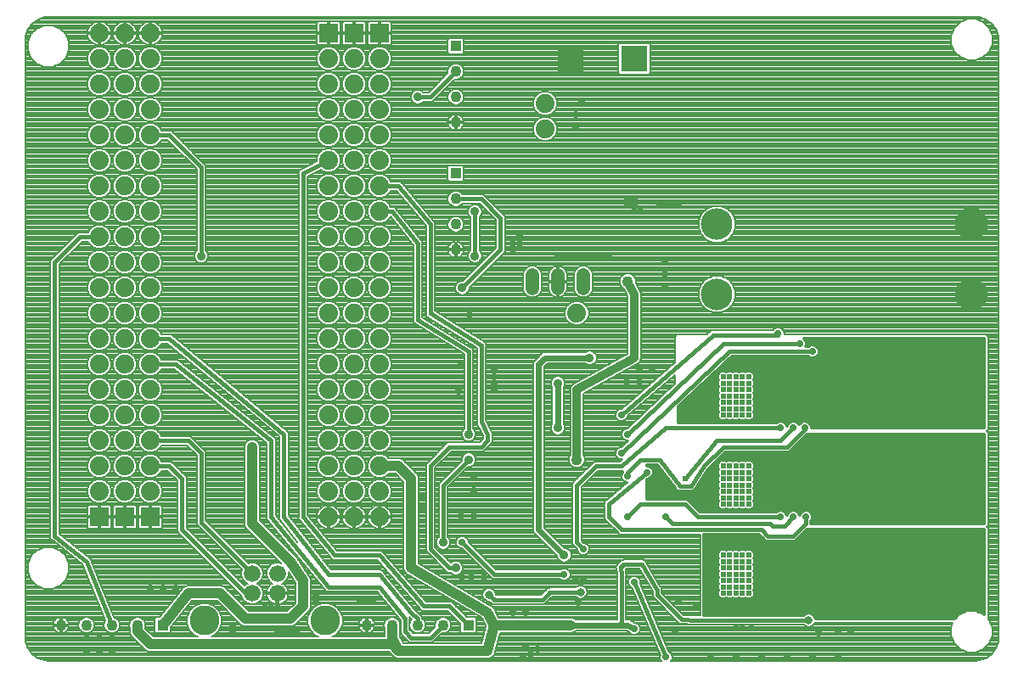
<source format=gbl>
G75*
%MOIN*%
%OFA0B0*%
%FSLAX25Y25*%
%IPPOS*%
%LPD*%
%AMOC8*
5,1,8,0,0,1.08239X$1,22.5*
%
%ADD10R,0.10400X0.10400*%
%ADD11C,0.12400*%
%ADD12OC8,0.12400*%
%ADD13R,0.07400X0.07400*%
%ADD14C,0.07400*%
%ADD15R,0.04350X0.04350*%
%ADD16C,0.04350*%
%ADD17C,0.06600*%
%ADD18C,0.11700*%
%ADD19C,0.05200*%
%ADD20C,0.00800*%
%ADD21C,0.02800*%
%ADD22C,0.03562*%
%ADD23C,0.01600*%
%ADD24C,0.02400*%
%ADD25C,0.01200*%
%ADD26C,0.03600*%
%ADD27C,0.02400*%
%ADD28C,0.03169*%
%ADD29C,0.04000*%
%ADD30C,0.03200*%
%ADD31C,0.03956*%
D10*
X0246333Y0266250D03*
X0271333Y0266250D03*
X0403833Y0133750D03*
X0403833Y0098750D03*
X0403833Y0063750D03*
D11*
X0303833Y0173750D03*
X0303833Y0201250D03*
D12*
X0403833Y0201250D03*
X0403833Y0173750D03*
D13*
X0171333Y0276250D03*
X0161333Y0276250D03*
X0151333Y0276250D03*
X0081333Y0086250D03*
X0071333Y0086250D03*
X0061333Y0086250D03*
D14*
X0061333Y0096250D03*
X0061333Y0106250D03*
X0071333Y0106250D03*
X0071333Y0096250D03*
X0081333Y0096250D03*
X0081333Y0106250D03*
X0081333Y0116250D03*
X0071333Y0116250D03*
X0061333Y0116250D03*
X0061333Y0126250D03*
X0061333Y0136250D03*
X0071333Y0136250D03*
X0071333Y0126250D03*
X0081333Y0126250D03*
X0081333Y0136250D03*
X0081333Y0146250D03*
X0071333Y0146250D03*
X0061333Y0146250D03*
X0061333Y0156250D03*
X0071333Y0156250D03*
X0081333Y0156250D03*
X0081333Y0166250D03*
X0071333Y0166250D03*
X0061333Y0166250D03*
X0061333Y0176250D03*
X0061333Y0186250D03*
X0071333Y0186250D03*
X0071333Y0176250D03*
X0081333Y0176250D03*
X0081333Y0186250D03*
X0081333Y0196250D03*
X0071333Y0196250D03*
X0061333Y0196250D03*
X0061333Y0206250D03*
X0071333Y0206250D03*
X0081333Y0206250D03*
X0081333Y0216250D03*
X0071333Y0216250D03*
X0061333Y0216250D03*
X0061333Y0226250D03*
X0071333Y0226250D03*
X0081333Y0226250D03*
X0081333Y0236250D03*
X0071333Y0236250D03*
X0061333Y0236250D03*
X0061333Y0246250D03*
X0061333Y0256250D03*
X0071333Y0256250D03*
X0071333Y0246250D03*
X0081333Y0246250D03*
X0081333Y0256250D03*
X0081333Y0266250D03*
X0071333Y0266250D03*
X0061333Y0266250D03*
X0061333Y0276250D03*
X0071333Y0276250D03*
X0081333Y0276250D03*
X0151333Y0266250D03*
X0161333Y0266250D03*
X0171333Y0266250D03*
X0171333Y0256250D03*
X0161333Y0256250D03*
X0151333Y0256250D03*
X0151333Y0246250D03*
X0151333Y0236250D03*
X0161333Y0236250D03*
X0161333Y0246250D03*
X0171333Y0246250D03*
X0171333Y0236250D03*
X0171333Y0226250D03*
X0161333Y0226250D03*
X0151333Y0226250D03*
X0151333Y0216250D03*
X0161333Y0216250D03*
X0171333Y0216250D03*
X0171333Y0206250D03*
X0161333Y0206250D03*
X0151333Y0206250D03*
X0151333Y0196250D03*
X0161333Y0196250D03*
X0171333Y0196250D03*
X0171333Y0186250D03*
X0161333Y0186250D03*
X0151333Y0186250D03*
X0151333Y0176250D03*
X0151333Y0166250D03*
X0161333Y0166250D03*
X0161333Y0176250D03*
X0171333Y0176250D03*
X0171333Y0166250D03*
X0171333Y0156250D03*
X0161333Y0156250D03*
X0151333Y0156250D03*
X0151333Y0146250D03*
X0161333Y0146250D03*
X0171333Y0146250D03*
X0171333Y0136250D03*
X0161333Y0136250D03*
X0151333Y0136250D03*
X0151333Y0126250D03*
X0151333Y0116250D03*
X0161333Y0116250D03*
X0161333Y0126250D03*
X0171333Y0126250D03*
X0171333Y0116250D03*
X0171333Y0106250D03*
X0161333Y0106250D03*
X0151333Y0106250D03*
X0151333Y0096250D03*
X0161333Y0096250D03*
X0171333Y0096250D03*
X0171333Y0086250D03*
X0161333Y0086250D03*
X0151333Y0086250D03*
X0248833Y0166250D03*
X0236333Y0238750D03*
X0236333Y0248750D03*
D15*
X0201333Y0271250D03*
X0201333Y0221250D03*
X0206333Y0043750D03*
X0086333Y0043750D03*
D16*
X0076333Y0043750D03*
X0066333Y0043750D03*
X0056333Y0043750D03*
X0046333Y0043750D03*
X0166333Y0043750D03*
X0176333Y0043750D03*
X0186333Y0043750D03*
X0196333Y0043750D03*
X0248833Y0108750D03*
X0268833Y0178750D03*
X0201333Y0191250D03*
X0201333Y0201250D03*
X0201333Y0211250D03*
X0201333Y0241250D03*
X0201333Y0251250D03*
X0201333Y0261250D03*
D17*
X0131255Y0064050D03*
X0131255Y0056250D03*
X0121412Y0056250D03*
X0121412Y0064050D03*
D18*
X0102633Y0045550D03*
X0150033Y0045550D03*
D19*
X0231333Y0176150D02*
X0231333Y0181350D01*
X0241333Y0181350D02*
X0241333Y0176150D01*
X0251333Y0176150D02*
X0251333Y0181350D01*
D20*
X0034969Y0032386D02*
X0033314Y0034664D01*
X0032444Y0037342D01*
X0032333Y0038750D01*
X0032333Y0273750D01*
X0032444Y0275158D01*
X0033314Y0277836D01*
X0034969Y0280114D01*
X0037247Y0281769D01*
X0039925Y0282639D01*
X0041333Y0282750D01*
X0405333Y0282750D01*
X0406741Y0282639D01*
X0409419Y0281769D01*
X0411697Y0280114D01*
X0413352Y0277836D01*
X0414223Y0275158D01*
X0414333Y0273750D01*
X0414333Y0038750D01*
X0414223Y0037342D01*
X0413352Y0034664D01*
X0411697Y0032386D01*
X0409419Y0030731D01*
X0406741Y0029861D01*
X0405333Y0029750D01*
X0285727Y0029750D01*
X0285868Y0029891D01*
X0286233Y0030773D01*
X0286233Y0031727D01*
X0285868Y0032609D01*
X0285193Y0033285D01*
X0284869Y0033419D01*
X0273613Y0059983D01*
X0273733Y0060273D01*
X0273733Y0061227D01*
X0273368Y0062109D01*
X0272693Y0062785D01*
X0271811Y0063150D01*
X0270856Y0063150D01*
X0269974Y0062785D01*
X0269299Y0062109D01*
X0268933Y0061227D01*
X0268933Y0060273D01*
X0269299Y0059391D01*
X0269974Y0058715D01*
X0270297Y0058581D01*
X0281553Y0032017D01*
X0281433Y0031727D01*
X0281433Y0030773D01*
X0281799Y0029891D01*
X0281939Y0029750D01*
X0041333Y0029750D01*
X0039925Y0029861D01*
X0037247Y0030731D01*
X0034969Y0032386D01*
X0034710Y0032743D02*
X0175598Y0032743D01*
X0175091Y0033250D02*
X0176290Y0032051D01*
X0176368Y0031973D01*
X0176417Y0031875D01*
X0176787Y0031553D01*
X0177134Y0031207D01*
X0177236Y0031165D01*
X0177319Y0031093D01*
X0177784Y0030938D01*
X0178237Y0030750D01*
X0178346Y0030750D01*
X0178451Y0030715D01*
X0178940Y0030750D01*
X0213464Y0030750D01*
X0213685Y0030695D01*
X0214055Y0030750D01*
X0214430Y0030750D01*
X0214640Y0030837D01*
X0214865Y0030870D01*
X0215186Y0031063D01*
X0215533Y0031207D01*
X0215693Y0031368D01*
X0215889Y0031485D01*
X0216112Y0031786D01*
X0216377Y0032051D01*
X0216464Y0032261D01*
X0216599Y0032443D01*
X0216690Y0032807D01*
X0216833Y0033153D01*
X0216833Y0033381D01*
X0218676Y0040750D01*
X0246930Y0040750D01*
X0248033Y0041207D01*
X0248376Y0041550D01*
X0268224Y0041550D01*
X0269291Y0040910D01*
X0269299Y0040891D01*
X0269974Y0040215D01*
X0270856Y0039850D01*
X0271811Y0039850D01*
X0272693Y0040215D01*
X0273368Y0040891D01*
X0273733Y0041773D01*
X0273733Y0042727D01*
X0273368Y0043609D01*
X0272693Y0044285D01*
X0271811Y0044650D01*
X0271609Y0044650D01*
X0270197Y0045497D01*
X0269745Y0045950D01*
X0269443Y0045950D01*
X0269184Y0046105D01*
X0268562Y0045950D01*
X0268133Y0045950D01*
X0268133Y0063116D01*
X0268203Y0063202D01*
X0268133Y0063847D01*
X0268133Y0064496D01*
X0268055Y0064574D01*
X0267915Y0065862D01*
X0268019Y0065941D01*
X0268044Y0065950D01*
X0273304Y0065950D01*
X0278240Y0057553D01*
X0278240Y0057297D01*
X0278533Y0057004D01*
X0278533Y0055004D01*
X0279588Y0053950D01*
X0288735Y0044803D01*
X0289204Y0044283D01*
X0289257Y0044281D01*
X0289295Y0044243D01*
X0289994Y0044243D01*
X0294964Y0043988D01*
X0295002Y0043950D01*
X0295701Y0043950D01*
X0296400Y0043914D01*
X0296440Y0043950D01*
X0337979Y0043950D01*
X0338369Y0043559D01*
X0339319Y0043166D01*
X0340347Y0043166D01*
X0341297Y0043559D01*
X0342024Y0044286D01*
X0342175Y0044650D01*
X0396474Y0044650D01*
X0395733Y0042861D01*
X0395733Y0039639D01*
X0396966Y0036662D01*
X0396966Y0036662D01*
X0399245Y0034383D01*
X0402222Y0033150D01*
X0405445Y0033150D01*
X0408422Y0034383D01*
X0410700Y0036662D01*
X0411933Y0039639D01*
X0411933Y0042861D01*
X0410700Y0045838D01*
X0410700Y0045838D01*
X0410433Y0046105D01*
X0410433Y0081913D01*
X0409846Y0082500D01*
X0410433Y0083087D01*
X0410433Y0119413D01*
X0409846Y0120000D01*
X0410433Y0120587D01*
X0410433Y0156913D01*
X0409496Y0157850D01*
X0330233Y0157850D01*
X0330233Y0158727D01*
X0329868Y0159609D01*
X0329193Y0160285D01*
X0328311Y0160650D01*
X0327356Y0160650D01*
X0326474Y0160285D01*
X0325799Y0159609D01*
X0325774Y0159550D01*
X0302393Y0159550D01*
X0301709Y0159596D01*
X0301657Y0159550D01*
X0301588Y0159550D01*
X0301103Y0159065D01*
X0299714Y0157850D01*
X0288171Y0157850D01*
X0287233Y0156913D01*
X0287233Y0146929D01*
X0266343Y0128650D01*
X0265856Y0128650D01*
X0264974Y0128285D01*
X0264299Y0127609D01*
X0263933Y0126727D01*
X0263933Y0125773D01*
X0264299Y0124891D01*
X0264974Y0124215D01*
X0265856Y0123850D01*
X0266811Y0123850D01*
X0267693Y0124215D01*
X0268368Y0124891D01*
X0268733Y0125773D01*
X0268733Y0125958D01*
X0287233Y0142146D01*
X0287233Y0138647D01*
X0268750Y0121150D01*
X0268356Y0121150D01*
X0267474Y0120785D01*
X0266799Y0120109D01*
X0266433Y0119227D01*
X0266433Y0118273D01*
X0266799Y0117391D01*
X0267474Y0116715D01*
X0268356Y0116350D01*
X0269126Y0116350D01*
X0266257Y0113650D01*
X0265856Y0113650D01*
X0264974Y0113285D01*
X0264299Y0112609D01*
X0263933Y0111727D01*
X0263933Y0110773D01*
X0264299Y0109891D01*
X0264974Y0109215D01*
X0265856Y0108850D01*
X0266601Y0108850D01*
X0265667Y0108050D01*
X0255588Y0108050D01*
X0248088Y0100550D01*
X0247033Y0099496D01*
X0247033Y0075504D01*
X0248933Y0073604D01*
X0248933Y0073273D01*
X0249299Y0072391D01*
X0249974Y0071715D01*
X0250856Y0071350D01*
X0251811Y0071350D01*
X0252693Y0071715D01*
X0253368Y0072391D01*
X0253733Y0073273D01*
X0253733Y0074227D01*
X0253368Y0075109D01*
X0252693Y0075785D01*
X0251811Y0076150D01*
X0251479Y0076150D01*
X0250633Y0076996D01*
X0250633Y0098004D01*
X0257079Y0104450D01*
X0266264Y0104450D01*
X0266939Y0104398D01*
X0266999Y0104450D01*
X0267033Y0104450D01*
X0267033Y0103844D01*
X0266799Y0103609D01*
X0266433Y0102727D01*
X0266433Y0101773D01*
X0266799Y0100891D01*
X0267474Y0100215D01*
X0268356Y0099850D01*
X0268842Y0099850D01*
X0260682Y0093050D01*
X0260588Y0093050D01*
X0260118Y0092580D01*
X0259608Y0092155D01*
X0259600Y0092062D01*
X0259533Y0091996D01*
X0259533Y0091332D01*
X0259473Y0090670D01*
X0259533Y0090598D01*
X0259533Y0085504D01*
X0260588Y0084450D01*
X0264533Y0080504D01*
X0265588Y0079450D01*
X0297233Y0079450D01*
X0297233Y0047550D01*
X0295794Y0047550D01*
X0290824Y0047805D01*
X0282133Y0056496D01*
X0282133Y0058081D01*
X0282000Y0058215D01*
X0281966Y0058297D01*
X0281970Y0058312D01*
X0281934Y0058373D01*
X0281707Y0058922D01*
X0281476Y0059153D01*
X0276133Y0068240D01*
X0276133Y0068496D01*
X0275769Y0068860D01*
X0275507Y0069305D01*
X0275260Y0069369D01*
X0275079Y0069550D01*
X0274563Y0069550D01*
X0274064Y0069680D01*
X0273843Y0069550D01*
X0268236Y0069550D01*
X0268014Y0069680D01*
X0267516Y0069550D01*
X0267002Y0069550D01*
X0266820Y0069368D01*
X0266408Y0069260D01*
X0264950Y0068156D01*
X0264950Y0068156D01*
X0264555Y0067482D01*
X0264171Y0067005D01*
X0264187Y0066854D01*
X0264110Y0066724D01*
X0264265Y0066131D01*
X0264533Y0063653D01*
X0264533Y0045950D01*
X0248376Y0045950D01*
X0248033Y0046293D01*
X0246930Y0046750D01*
X0218187Y0046750D01*
X0216655Y0049814D01*
X0216583Y0050091D01*
X0216391Y0050342D01*
X0216250Y0050625D01*
X0216034Y0050813D01*
X0215860Y0051041D01*
X0215587Y0051200D01*
X0215348Y0051407D01*
X0215077Y0051498D01*
X0186833Y0067973D01*
X0186833Y0101847D01*
X0186377Y0102949D01*
X0181377Y0107949D01*
X0180533Y0108793D01*
X0179430Y0109250D01*
X0174980Y0109250D01*
X0173996Y0110234D01*
X0172268Y0110950D01*
X0170398Y0110950D01*
X0168671Y0110234D01*
X0167349Y0108912D01*
X0166633Y0107185D01*
X0166633Y0105315D01*
X0167349Y0103588D01*
X0168671Y0102266D01*
X0170398Y0101550D01*
X0172268Y0101550D01*
X0173996Y0102266D01*
X0174980Y0103250D01*
X0177591Y0103250D01*
X0180833Y0100007D01*
X0180833Y0066453D01*
X0180780Y0066064D01*
X0180833Y0065862D01*
X0180833Y0065653D01*
X0180984Y0065290D01*
X0181084Y0064909D01*
X0181210Y0064743D01*
X0181290Y0064551D01*
X0181568Y0064272D01*
X0181806Y0063959D01*
X0181986Y0063854D01*
X0182134Y0063707D01*
X0182497Y0063556D01*
X0211550Y0046609D01*
X0213154Y0043401D01*
X0211491Y0036750D01*
X0180687Y0036750D01*
X0179333Y0039458D01*
X0179333Y0042696D01*
X0179508Y0043118D01*
X0179508Y0044382D01*
X0179025Y0045548D01*
X0178132Y0046441D01*
X0176965Y0046925D01*
X0175702Y0046925D01*
X0174535Y0046441D01*
X0173642Y0045548D01*
X0173159Y0044382D01*
X0173159Y0043118D01*
X0173333Y0042696D01*
X0173333Y0039250D01*
X0152724Y0039250D01*
X0153914Y0039743D01*
X0155840Y0041670D01*
X0156883Y0044187D01*
X0156883Y0046913D01*
X0155840Y0049430D01*
X0153914Y0051357D01*
X0151396Y0052400D01*
X0148671Y0052400D01*
X0146153Y0051357D01*
X0144226Y0049430D01*
X0143183Y0046913D01*
X0143183Y0044187D01*
X0144226Y0041670D01*
X0146153Y0039743D01*
X0147343Y0039250D01*
X0105324Y0039250D01*
X0106514Y0039743D01*
X0108440Y0041670D01*
X0109483Y0044187D01*
X0109483Y0046913D01*
X0108440Y0049430D01*
X0106514Y0051357D01*
X0103996Y0052400D01*
X0101271Y0052400D01*
X0098753Y0051357D01*
X0096826Y0049430D01*
X0095783Y0046913D01*
X0095783Y0044187D01*
X0096826Y0041670D01*
X0098753Y0039743D01*
X0099943Y0039250D01*
X0082576Y0039250D01*
X0079333Y0042493D01*
X0079333Y0042696D01*
X0079508Y0043118D01*
X0079508Y0044382D01*
X0079025Y0045548D01*
X0078132Y0046441D01*
X0076965Y0046925D01*
X0075702Y0046925D01*
X0074535Y0046441D01*
X0073642Y0045548D01*
X0073159Y0044382D01*
X0073159Y0043118D01*
X0073333Y0042696D01*
X0073333Y0040653D01*
X0073790Y0039551D01*
X0074634Y0038707D01*
X0078790Y0034551D01*
X0078790Y0034551D01*
X0079634Y0033707D01*
X0080737Y0033250D01*
X0175091Y0033250D01*
X0176382Y0031944D02*
X0035578Y0031944D01*
X0036677Y0031146D02*
X0177258Y0031146D01*
X0183088Y0036950D02*
X0192079Y0036950D01*
X0195704Y0040575D01*
X0196965Y0040575D01*
X0198132Y0041059D01*
X0199025Y0041952D01*
X0199508Y0043118D01*
X0199508Y0044382D01*
X0199025Y0045548D01*
X0198132Y0046441D01*
X0196965Y0046925D01*
X0195702Y0046925D01*
X0194535Y0046441D01*
X0193642Y0045548D01*
X0193159Y0044382D01*
X0193159Y0043121D01*
X0190588Y0040550D01*
X0184579Y0040550D01*
X0183133Y0041996D01*
X0183133Y0046150D01*
X0183205Y0046792D01*
X0183133Y0046881D01*
X0183133Y0046904D01*
X0184066Y0045972D01*
X0183642Y0045548D01*
X0183159Y0044382D01*
X0183159Y0043118D01*
X0183642Y0041952D01*
X0184535Y0041059D01*
X0185702Y0040575D01*
X0186965Y0040575D01*
X0188132Y0041059D01*
X0189025Y0041952D01*
X0189508Y0043118D01*
X0189508Y0044382D01*
X0189025Y0045548D01*
X0188133Y0046440D01*
X0188133Y0046996D01*
X0187079Y0048050D01*
X0185164Y0049965D01*
X0173133Y0064402D01*
X0173133Y0064496D01*
X0172664Y0064965D01*
X0172239Y0065475D01*
X0172145Y0065484D01*
X0172079Y0065550D01*
X0171415Y0065550D01*
X0170754Y0065610D01*
X0170682Y0065550D01*
X0152214Y0065550D01*
X0135633Y0086868D01*
X0135633Y0118098D01*
X0135693Y0118170D01*
X0135633Y0118832D01*
X0135633Y0119496D01*
X0135567Y0119562D01*
X0135558Y0119655D01*
X0135048Y0120080D01*
X0134579Y0120550D01*
X0134485Y0120550D01*
X0090048Y0157580D01*
X0089579Y0158050D01*
X0089485Y0158050D01*
X0089413Y0158110D01*
X0088752Y0158050D01*
X0085675Y0158050D01*
X0085318Y0158912D01*
X0083996Y0160234D01*
X0082268Y0160950D01*
X0080398Y0160950D01*
X0078671Y0160234D01*
X0077349Y0158912D01*
X0076633Y0157185D01*
X0076633Y0155315D01*
X0077349Y0153588D01*
X0078671Y0152266D01*
X0080398Y0151550D01*
X0082268Y0151550D01*
X0083996Y0152266D01*
X0085318Y0153588D01*
X0085675Y0154450D01*
X0088182Y0154450D01*
X0132033Y0117907D01*
X0132033Y0086362D01*
X0131955Y0085733D01*
X0132033Y0085632D01*
X0132033Y0085504D01*
X0132481Y0085056D01*
X0139137Y0076499D01*
X0130633Y0086893D01*
X0130633Y0115619D01*
X0130705Y0115708D01*
X0130633Y0116350D01*
X0130633Y0116996D01*
X0130553Y0117076D01*
X0130540Y0117190D01*
X0130036Y0117593D01*
X0129579Y0118050D01*
X0129465Y0118050D01*
X0092536Y0147593D01*
X0092079Y0148050D01*
X0091965Y0148050D01*
X0091876Y0148121D01*
X0091234Y0148050D01*
X0085675Y0148050D01*
X0085318Y0148912D01*
X0083996Y0150234D01*
X0082268Y0150950D01*
X0080398Y0150950D01*
X0078671Y0150234D01*
X0077349Y0148912D01*
X0076633Y0147185D01*
X0076633Y0145315D01*
X0077349Y0143588D01*
X0078671Y0142266D01*
X0080398Y0141550D01*
X0082268Y0141550D01*
X0083996Y0142266D01*
X0085318Y0143588D01*
X0085675Y0144450D01*
X0090702Y0144450D01*
X0127033Y0115385D01*
X0127033Y0086340D01*
X0126968Y0085687D01*
X0127033Y0085607D01*
X0127033Y0085504D01*
X0127497Y0085041D01*
X0149533Y0058107D01*
X0149533Y0058004D01*
X0149997Y0057541D01*
X0150412Y0057033D01*
X0150515Y0057023D01*
X0150588Y0056950D01*
X0151244Y0056950D01*
X0151896Y0056885D01*
X0151976Y0056950D01*
X0170468Y0056950D01*
X0179533Y0045619D01*
X0179533Y0040504D01*
X0180588Y0039450D01*
X0183088Y0036950D01*
X0182504Y0037534D02*
X0180296Y0037534D01*
X0179896Y0038332D02*
X0181706Y0038332D01*
X0180907Y0039131D02*
X0179497Y0039131D01*
X0179333Y0039929D02*
X0180109Y0039929D01*
X0179533Y0040728D02*
X0179333Y0040728D01*
X0179333Y0041526D02*
X0179533Y0041526D01*
X0179533Y0042325D02*
X0179333Y0042325D01*
X0179508Y0043123D02*
X0179533Y0043123D01*
X0179508Y0043922D02*
X0179533Y0043922D01*
X0179533Y0044720D02*
X0179368Y0044720D01*
X0179533Y0045519D02*
X0179037Y0045519D01*
X0178974Y0046317D02*
X0178256Y0046317D01*
X0178336Y0047116D02*
X0156799Y0047116D01*
X0156883Y0046317D02*
X0164461Y0046317D01*
X0164310Y0046216D02*
X0163867Y0045774D01*
X0163520Y0045254D01*
X0163281Y0044676D01*
X0163173Y0044137D01*
X0165946Y0044137D01*
X0165946Y0043363D01*
X0163173Y0043363D01*
X0163281Y0042824D01*
X0163520Y0042246D01*
X0163867Y0041726D01*
X0164310Y0041284D01*
X0164829Y0040937D01*
X0165407Y0040697D01*
X0165946Y0040590D01*
X0165946Y0043363D01*
X0166721Y0043363D01*
X0166721Y0044137D01*
X0169493Y0044137D01*
X0169386Y0044676D01*
X0169147Y0045254D01*
X0168799Y0045774D01*
X0168357Y0046216D01*
X0167837Y0046563D01*
X0167259Y0046803D01*
X0166721Y0046910D01*
X0166721Y0044137D01*
X0165946Y0044137D01*
X0165946Y0046910D01*
X0165407Y0046803D01*
X0164829Y0046563D01*
X0164310Y0046216D01*
X0163697Y0045519D02*
X0156883Y0045519D01*
X0156883Y0044720D02*
X0163299Y0044720D01*
X0163221Y0043123D02*
X0156442Y0043123D01*
X0156112Y0042325D02*
X0163487Y0042325D01*
X0164067Y0041526D02*
X0155697Y0041526D01*
X0154898Y0040728D02*
X0165334Y0040728D01*
X0165946Y0040728D02*
X0166721Y0040728D01*
X0166721Y0040590D02*
X0167259Y0040697D01*
X0167837Y0040937D01*
X0168357Y0041284D01*
X0168799Y0041726D01*
X0169147Y0042246D01*
X0169386Y0042824D01*
X0169493Y0043363D01*
X0166721Y0043363D01*
X0166721Y0040590D01*
X0167333Y0040728D02*
X0173333Y0040728D01*
X0173333Y0041526D02*
X0168599Y0041526D01*
X0169179Y0042325D02*
X0173333Y0042325D01*
X0173159Y0043123D02*
X0169446Y0043123D01*
X0169368Y0044720D02*
X0173299Y0044720D01*
X0173159Y0043922D02*
X0166721Y0043922D01*
X0165946Y0043922D02*
X0156773Y0043922D01*
X0156468Y0047914D02*
X0177697Y0047914D01*
X0177058Y0048713D02*
X0156138Y0048713D01*
X0155759Y0049511D02*
X0176419Y0049511D01*
X0175780Y0050310D02*
X0154961Y0050310D01*
X0154162Y0051108D02*
X0175142Y0051108D01*
X0174503Y0051907D02*
X0152586Y0051907D01*
X0147480Y0051907D02*
X0144333Y0051907D01*
X0144333Y0052705D02*
X0173864Y0052705D01*
X0173225Y0053504D02*
X0144333Y0053504D01*
X0144333Y0054302D02*
X0172586Y0054302D01*
X0171948Y0055101D02*
X0144333Y0055101D01*
X0144333Y0055899D02*
X0171309Y0055899D01*
X0170670Y0056698D02*
X0144333Y0056698D01*
X0144333Y0057496D02*
X0150033Y0057496D01*
X0149380Y0058295D02*
X0144333Y0058295D01*
X0144333Y0059093D02*
X0148727Y0059093D01*
X0148073Y0059892D02*
X0144333Y0059892D01*
X0144333Y0060690D02*
X0147420Y0060690D01*
X0146767Y0061489D02*
X0144344Y0061489D01*
X0144333Y0061544D02*
X0144333Y0061847D01*
X0144219Y0062124D01*
X0144160Y0062418D01*
X0143992Y0062670D01*
X0143877Y0062949D01*
X0143665Y0063161D01*
X0138992Y0070170D01*
X0138877Y0070449D01*
X0138665Y0070661D01*
X0138498Y0070911D01*
X0138247Y0071079D01*
X0124333Y0084993D01*
X0124333Y0114347D01*
X0123877Y0115449D01*
X0123033Y0116293D01*
X0121930Y0116750D01*
X0120737Y0116750D01*
X0119634Y0116293D01*
X0118790Y0115449D01*
X0118333Y0114347D01*
X0118333Y0083153D01*
X0118790Y0082051D01*
X0132760Y0068081D01*
X0132110Y0068350D01*
X0130399Y0068350D01*
X0128819Y0067695D01*
X0127609Y0066486D01*
X0126955Y0064905D01*
X0126955Y0063195D01*
X0127609Y0061614D01*
X0128819Y0060405D01*
X0129436Y0060149D01*
X0129001Y0059928D01*
X0128453Y0059530D01*
X0127975Y0059051D01*
X0127577Y0058504D01*
X0127270Y0057901D01*
X0127060Y0057257D01*
X0126964Y0056650D01*
X0130855Y0056650D01*
X0130855Y0055850D01*
X0131655Y0055850D01*
X0131655Y0056650D01*
X0135545Y0056650D01*
X0135449Y0057257D01*
X0135240Y0057901D01*
X0134932Y0058504D01*
X0134534Y0059051D01*
X0134056Y0059530D01*
X0133508Y0059928D01*
X0133074Y0060149D01*
X0133690Y0060405D01*
X0134900Y0061614D01*
X0135555Y0063195D01*
X0135555Y0064510D01*
X0138333Y0060342D01*
X0138333Y0052493D01*
X0135091Y0049250D01*
X0120076Y0049250D01*
X0111377Y0057949D01*
X0110533Y0058793D01*
X0109430Y0059250D01*
X0096759Y0059250D01*
X0096595Y0059298D01*
X0096167Y0059250D01*
X0095737Y0059250D01*
X0095579Y0059185D01*
X0095409Y0059166D01*
X0095032Y0058958D01*
X0094634Y0058793D01*
X0094513Y0058672D01*
X0094363Y0058590D01*
X0094095Y0058254D01*
X0093790Y0057949D01*
X0093725Y0057791D01*
X0085031Y0046925D01*
X0083744Y0046925D01*
X0083159Y0046339D01*
X0083159Y0041161D01*
X0083744Y0040575D01*
X0088922Y0040575D01*
X0089508Y0041161D01*
X0089508Y0042916D01*
X0097775Y0053250D01*
X0107591Y0053250D01*
X0117134Y0043707D01*
X0118237Y0043250D01*
X0136930Y0043250D01*
X0138033Y0043707D01*
X0138877Y0044551D01*
X0143033Y0048707D01*
X0143877Y0049551D01*
X0144333Y0050653D01*
X0144333Y0060953D01*
X0144392Y0061247D01*
X0144333Y0061544D01*
X0144186Y0062287D02*
X0146113Y0062287D01*
X0145460Y0063086D02*
X0143740Y0063086D01*
X0143183Y0063884D02*
X0144807Y0063884D01*
X0144153Y0064683D02*
X0142650Y0064683D01*
X0142118Y0065482D02*
X0143500Y0065482D01*
X0142847Y0066280D02*
X0141586Y0066280D01*
X0141053Y0067079D02*
X0142193Y0067079D01*
X0141540Y0067877D02*
X0140521Y0067877D01*
X0140887Y0068676D02*
X0139988Y0068676D01*
X0140233Y0069474D02*
X0139456Y0069474D01*
X0139580Y0070273D02*
X0138950Y0070273D01*
X0138927Y0071071D02*
X0138259Y0071071D01*
X0138273Y0071870D02*
X0137456Y0071870D01*
X0137620Y0072668D02*
X0136658Y0072668D01*
X0136967Y0073467D02*
X0135859Y0073467D01*
X0136313Y0074265D02*
X0135061Y0074265D01*
X0135660Y0075064D02*
X0134262Y0075064D01*
X0135007Y0075862D02*
X0133464Y0075862D01*
X0132665Y0076661D02*
X0134353Y0076661D01*
X0133700Y0077459D02*
X0131867Y0077459D01*
X0131068Y0078258D02*
X0133047Y0078258D01*
X0132393Y0079056D02*
X0130270Y0079056D01*
X0129471Y0079855D02*
X0131740Y0079855D01*
X0131087Y0080653D02*
X0128673Y0080653D01*
X0127874Y0081452D02*
X0130433Y0081452D01*
X0129780Y0082250D02*
X0127076Y0082250D01*
X0126277Y0083049D02*
X0129127Y0083049D01*
X0128473Y0083847D02*
X0125479Y0083847D01*
X0124680Y0084646D02*
X0127820Y0084646D01*
X0127093Y0085444D02*
X0124333Y0085444D01*
X0124333Y0086243D02*
X0127024Y0086243D01*
X0127033Y0087041D02*
X0124333Y0087041D01*
X0124333Y0087840D02*
X0127033Y0087840D01*
X0127033Y0088638D02*
X0124333Y0088638D01*
X0124333Y0089437D02*
X0127033Y0089437D01*
X0127033Y0090235D02*
X0124333Y0090235D01*
X0124333Y0091034D02*
X0127033Y0091034D01*
X0127033Y0091832D02*
X0124333Y0091832D01*
X0124333Y0092631D02*
X0127033Y0092631D01*
X0127033Y0093429D02*
X0124333Y0093429D01*
X0124333Y0094228D02*
X0127033Y0094228D01*
X0127033Y0095026D02*
X0124333Y0095026D01*
X0124333Y0095825D02*
X0127033Y0095825D01*
X0127033Y0096623D02*
X0124333Y0096623D01*
X0124333Y0097422D02*
X0127033Y0097422D01*
X0127033Y0098220D02*
X0124333Y0098220D01*
X0124333Y0099019D02*
X0127033Y0099019D01*
X0127033Y0099818D02*
X0124333Y0099818D01*
X0124333Y0100616D02*
X0127033Y0100616D01*
X0127033Y0101415D02*
X0124333Y0101415D01*
X0124333Y0102213D02*
X0127033Y0102213D01*
X0127033Y0103012D02*
X0124333Y0103012D01*
X0124333Y0103810D02*
X0127033Y0103810D01*
X0127033Y0104609D02*
X0124333Y0104609D01*
X0124333Y0105407D02*
X0127033Y0105407D01*
X0127033Y0106206D02*
X0124333Y0106206D01*
X0124333Y0107004D02*
X0127033Y0107004D01*
X0127033Y0107803D02*
X0124333Y0107803D01*
X0124333Y0108601D02*
X0127033Y0108601D01*
X0127033Y0109400D02*
X0124333Y0109400D01*
X0124333Y0110198D02*
X0127033Y0110198D01*
X0127033Y0110997D02*
X0124333Y0110997D01*
X0124333Y0111795D02*
X0127033Y0111795D01*
X0127033Y0112594D02*
X0124333Y0112594D01*
X0124333Y0113392D02*
X0127033Y0113392D01*
X0127033Y0114191D02*
X0124333Y0114191D01*
X0124067Y0114989D02*
X0127033Y0114989D01*
X0126530Y0115788D02*
X0123538Y0115788D01*
X0122325Y0116586D02*
X0125532Y0116586D01*
X0124533Y0117385D02*
X0097744Y0117385D01*
X0098133Y0116996D02*
X0097079Y0118050D01*
X0085675Y0118050D01*
X0085318Y0118912D01*
X0083996Y0120234D01*
X0082268Y0120950D01*
X0080398Y0120950D01*
X0078671Y0120234D01*
X0077349Y0118912D01*
X0076633Y0117185D01*
X0076633Y0115315D01*
X0077349Y0113588D01*
X0078671Y0112266D01*
X0080398Y0111550D01*
X0082268Y0111550D01*
X0083996Y0112266D01*
X0085318Y0113588D01*
X0085675Y0114450D01*
X0095588Y0114450D01*
X0099533Y0110504D01*
X0099533Y0083383D01*
X0100588Y0082329D01*
X0117375Y0065541D01*
X0117112Y0064905D01*
X0117112Y0063195D01*
X0117767Y0061614D01*
X0118976Y0060405D01*
X0119591Y0060150D01*
X0118976Y0059895D01*
X0118355Y0059274D01*
X0095633Y0081996D01*
X0095633Y0101996D01*
X0094579Y0103050D01*
X0094579Y0103050D01*
X0090633Y0106996D01*
X0089579Y0108050D01*
X0085675Y0108050D01*
X0085318Y0108912D01*
X0083996Y0110234D01*
X0082268Y0110950D01*
X0080398Y0110950D01*
X0078671Y0110234D01*
X0077349Y0108912D01*
X0076633Y0107185D01*
X0076633Y0105315D01*
X0077349Y0103588D01*
X0078671Y0102266D01*
X0080398Y0101550D01*
X0082268Y0101550D01*
X0083996Y0102266D01*
X0085318Y0103588D01*
X0085675Y0104450D01*
X0088088Y0104450D01*
X0092033Y0100504D01*
X0092033Y0080504D01*
X0093088Y0079450D01*
X0117112Y0055426D01*
X0117112Y0055395D01*
X0117767Y0053814D01*
X0118976Y0052605D01*
X0120557Y0051950D01*
X0122267Y0051950D01*
X0123848Y0052605D01*
X0125057Y0053814D01*
X0125712Y0055395D01*
X0125712Y0057105D01*
X0125057Y0058686D01*
X0123848Y0059895D01*
X0123233Y0060150D01*
X0123848Y0060405D01*
X0125057Y0061614D01*
X0125712Y0063195D01*
X0125712Y0064905D01*
X0125057Y0066486D01*
X0123848Y0067695D01*
X0122267Y0068350D01*
X0120557Y0068350D01*
X0119921Y0068087D01*
X0103133Y0084874D01*
X0103133Y0111996D01*
X0098133Y0116996D01*
X0098543Y0116586D02*
X0120341Y0116586D01*
X0119128Y0115788D02*
X0099341Y0115788D01*
X0100140Y0114989D02*
X0118599Y0114989D01*
X0118333Y0114191D02*
X0100938Y0114191D01*
X0101737Y0113392D02*
X0118333Y0113392D01*
X0118333Y0112594D02*
X0102535Y0112594D01*
X0103133Y0111795D02*
X0118333Y0111795D01*
X0118333Y0110997D02*
X0103133Y0110997D01*
X0103133Y0110198D02*
X0118333Y0110198D01*
X0118333Y0109400D02*
X0103133Y0109400D01*
X0103133Y0108601D02*
X0118333Y0108601D01*
X0118333Y0107803D02*
X0103133Y0107803D01*
X0103133Y0107004D02*
X0118333Y0107004D01*
X0118333Y0106206D02*
X0103133Y0106206D01*
X0103133Y0105407D02*
X0118333Y0105407D01*
X0118333Y0104609D02*
X0103133Y0104609D01*
X0103133Y0103810D02*
X0118333Y0103810D01*
X0118333Y0103012D02*
X0103133Y0103012D01*
X0103133Y0102213D02*
X0118333Y0102213D01*
X0118333Y0101415D02*
X0103133Y0101415D01*
X0103133Y0100616D02*
X0118333Y0100616D01*
X0118333Y0099818D02*
X0103133Y0099818D01*
X0103133Y0099019D02*
X0118333Y0099019D01*
X0118333Y0098220D02*
X0103133Y0098220D01*
X0103133Y0097422D02*
X0118333Y0097422D01*
X0118333Y0096623D02*
X0103133Y0096623D01*
X0103133Y0095825D02*
X0118333Y0095825D01*
X0118333Y0095026D02*
X0103133Y0095026D01*
X0103133Y0094228D02*
X0118333Y0094228D01*
X0118333Y0093429D02*
X0103133Y0093429D01*
X0103133Y0092631D02*
X0118333Y0092631D01*
X0118333Y0091832D02*
X0103133Y0091832D01*
X0103133Y0091034D02*
X0118333Y0091034D01*
X0118333Y0090235D02*
X0103133Y0090235D01*
X0103133Y0089437D02*
X0118333Y0089437D01*
X0118333Y0088638D02*
X0103133Y0088638D01*
X0103133Y0087840D02*
X0118333Y0087840D01*
X0118333Y0087041D02*
X0103133Y0087041D01*
X0103133Y0086243D02*
X0118333Y0086243D01*
X0118333Y0085444D02*
X0103133Y0085444D01*
X0103362Y0084646D02*
X0118333Y0084646D01*
X0118333Y0083847D02*
X0104160Y0083847D01*
X0104959Y0083049D02*
X0118377Y0083049D01*
X0118707Y0082250D02*
X0105757Y0082250D01*
X0106556Y0081452D02*
X0119389Y0081452D01*
X0120187Y0080653D02*
X0107354Y0080653D01*
X0108153Y0079855D02*
X0120986Y0079855D01*
X0121784Y0079056D02*
X0108951Y0079056D01*
X0109750Y0078258D02*
X0122583Y0078258D01*
X0123381Y0077459D02*
X0110548Y0077459D01*
X0111347Y0076661D02*
X0124180Y0076661D01*
X0124979Y0075862D02*
X0112145Y0075862D01*
X0112944Y0075064D02*
X0125777Y0075064D01*
X0126576Y0074265D02*
X0113742Y0074265D01*
X0114541Y0073467D02*
X0127374Y0073467D01*
X0128173Y0072668D02*
X0115340Y0072668D01*
X0116138Y0071870D02*
X0128971Y0071870D01*
X0129770Y0071071D02*
X0116937Y0071071D01*
X0117735Y0070273D02*
X0130568Y0070273D01*
X0131367Y0069474D02*
X0118534Y0069474D01*
X0119332Y0068676D02*
X0132165Y0068676D01*
X0129258Y0067877D02*
X0123409Y0067877D01*
X0124465Y0067079D02*
X0128202Y0067079D01*
X0127524Y0066280D02*
X0125143Y0066280D01*
X0125473Y0065482D02*
X0127193Y0065482D01*
X0126955Y0064683D02*
X0125712Y0064683D01*
X0125712Y0063884D02*
X0126955Y0063884D01*
X0127000Y0063086D02*
X0125667Y0063086D01*
X0125336Y0062287D02*
X0127330Y0062287D01*
X0127734Y0061489D02*
X0124932Y0061489D01*
X0124134Y0060690D02*
X0128533Y0060690D01*
X0128952Y0059892D02*
X0123851Y0059892D01*
X0124650Y0059093D02*
X0128017Y0059093D01*
X0127471Y0058295D02*
X0125219Y0058295D01*
X0125550Y0057496D02*
X0127138Y0057496D01*
X0126972Y0056698D02*
X0125712Y0056698D01*
X0125712Y0055899D02*
X0130855Y0055899D01*
X0130855Y0055850D02*
X0126964Y0055850D01*
X0127060Y0055243D01*
X0127270Y0054599D01*
X0127577Y0053996D01*
X0127975Y0053449D01*
X0128453Y0052970D01*
X0129001Y0052572D01*
X0129604Y0052265D01*
X0130248Y0052056D01*
X0130855Y0051960D01*
X0130855Y0055850D01*
X0130855Y0055101D02*
X0131655Y0055101D01*
X0131655Y0055850D02*
X0131655Y0051960D01*
X0132262Y0052056D01*
X0132905Y0052265D01*
X0133508Y0052572D01*
X0134056Y0052970D01*
X0134534Y0053449D01*
X0134932Y0053996D01*
X0135240Y0054599D01*
X0135449Y0055243D01*
X0135545Y0055850D01*
X0131655Y0055850D01*
X0131655Y0055899D02*
X0138333Y0055899D01*
X0138333Y0055101D02*
X0135402Y0055101D01*
X0135088Y0054302D02*
X0138333Y0054302D01*
X0138333Y0053504D02*
X0134574Y0053504D01*
X0133691Y0052705D02*
X0138333Y0052705D01*
X0137748Y0051907D02*
X0117419Y0051907D01*
X0116621Y0052705D02*
X0118876Y0052705D01*
X0118077Y0053504D02*
X0115822Y0053504D01*
X0115024Y0054302D02*
X0117565Y0054302D01*
X0117234Y0055101D02*
X0114225Y0055101D01*
X0113427Y0055899D02*
X0116638Y0055899D01*
X0115840Y0056698D02*
X0112628Y0056698D01*
X0111830Y0057496D02*
X0115041Y0057496D01*
X0114243Y0058295D02*
X0111031Y0058295D01*
X0111377Y0057949D02*
X0111377Y0057949D01*
X0109808Y0059093D02*
X0113444Y0059093D01*
X0112646Y0059892D02*
X0061815Y0059892D01*
X0061496Y0060690D02*
X0111847Y0060690D01*
X0111049Y0061489D02*
X0061176Y0061489D01*
X0060857Y0062287D02*
X0110250Y0062287D01*
X0109452Y0063086D02*
X0060538Y0063086D01*
X0060218Y0063884D02*
X0108653Y0063884D01*
X0107855Y0064683D02*
X0059899Y0064683D01*
X0059579Y0065482D02*
X0107056Y0065482D01*
X0106258Y0066280D02*
X0059260Y0066280D01*
X0058941Y0067079D02*
X0105459Y0067079D01*
X0104661Y0067877D02*
X0058621Y0067877D01*
X0058302Y0068676D02*
X0103862Y0068676D01*
X0103064Y0069474D02*
X0058064Y0069474D01*
X0058040Y0069690D02*
X0057828Y0069859D01*
X0057728Y0070111D01*
X0057267Y0070308D01*
X0045633Y0079615D01*
X0045633Y0185504D01*
X0054579Y0194450D01*
X0056992Y0194450D01*
X0057349Y0193588D01*
X0058671Y0192266D01*
X0060398Y0191550D01*
X0062268Y0191550D01*
X0063996Y0192266D01*
X0065318Y0193588D01*
X0066033Y0195315D01*
X0066033Y0197185D01*
X0065318Y0198912D01*
X0063996Y0200234D01*
X0062268Y0200950D01*
X0060398Y0200950D01*
X0058671Y0200234D01*
X0057349Y0198912D01*
X0056992Y0198050D01*
X0053088Y0198050D01*
X0052033Y0196996D01*
X0042033Y0186996D01*
X0042033Y0079381D01*
X0041962Y0079292D01*
X0042033Y0078650D01*
X0042033Y0078004D01*
X0042114Y0077924D01*
X0042127Y0077810D01*
X0042631Y0077407D01*
X0043088Y0076950D01*
X0043202Y0076950D01*
X0054838Y0067641D01*
X0063666Y0045572D01*
X0063642Y0045548D01*
X0063159Y0044382D01*
X0063159Y0043118D01*
X0063642Y0041952D01*
X0064535Y0041059D01*
X0065702Y0040575D01*
X0066965Y0040575D01*
X0068132Y0041059D01*
X0069025Y0041952D01*
X0069508Y0043118D01*
X0069508Y0044382D01*
X0069025Y0045548D01*
X0068132Y0046441D01*
X0067009Y0046906D01*
X0058095Y0069192D01*
X0058040Y0069690D01*
X0057350Y0070273D02*
X0102265Y0070273D01*
X0101467Y0071071D02*
X0056313Y0071071D01*
X0055315Y0071870D02*
X0100668Y0071870D01*
X0099870Y0072668D02*
X0054317Y0072668D01*
X0053319Y0073467D02*
X0099071Y0073467D01*
X0098273Y0074265D02*
X0052321Y0074265D01*
X0051323Y0075064D02*
X0097474Y0075064D01*
X0096676Y0075862D02*
X0050325Y0075862D01*
X0049326Y0076661D02*
X0095877Y0076661D01*
X0095079Y0077459D02*
X0048328Y0077459D01*
X0047330Y0078258D02*
X0094280Y0078258D01*
X0093482Y0079056D02*
X0046332Y0079056D01*
X0045633Y0079855D02*
X0092683Y0079855D01*
X0092033Y0080653D02*
X0045633Y0080653D01*
X0045633Y0081452D02*
X0092033Y0081452D01*
X0092033Y0082250D02*
X0085992Y0082250D01*
X0086033Y0082351D02*
X0086033Y0085850D01*
X0081733Y0085850D01*
X0081733Y0081550D01*
X0085232Y0081550D01*
X0085600Y0081702D01*
X0085881Y0081984D01*
X0086033Y0082351D01*
X0086033Y0083049D02*
X0092033Y0083049D01*
X0092033Y0083847D02*
X0086033Y0083847D01*
X0086033Y0084646D02*
X0092033Y0084646D01*
X0092033Y0085444D02*
X0086033Y0085444D01*
X0086033Y0086650D02*
X0086033Y0090149D01*
X0085881Y0090516D01*
X0085600Y0090798D01*
X0085232Y0090950D01*
X0081733Y0090950D01*
X0081733Y0086650D01*
X0080933Y0086650D01*
X0080933Y0085850D01*
X0076633Y0085850D01*
X0076633Y0082351D01*
X0076786Y0081984D01*
X0077067Y0081702D01*
X0077434Y0081550D01*
X0080933Y0081550D01*
X0080933Y0085850D01*
X0081733Y0085850D01*
X0081733Y0086650D01*
X0086033Y0086650D01*
X0086033Y0087041D02*
X0092033Y0087041D01*
X0092033Y0086243D02*
X0081733Y0086243D01*
X0081733Y0087041D02*
X0080933Y0087041D01*
X0080933Y0086650D02*
X0080933Y0090950D01*
X0077434Y0090950D01*
X0077067Y0090798D01*
X0076786Y0090516D01*
X0076633Y0090149D01*
X0076633Y0086650D01*
X0080933Y0086650D01*
X0080933Y0086243D02*
X0071733Y0086243D01*
X0071733Y0085850D02*
X0071733Y0086650D01*
X0070933Y0086650D01*
X0070933Y0085850D01*
X0066633Y0085850D01*
X0066633Y0082351D01*
X0066786Y0081984D01*
X0067067Y0081702D01*
X0067434Y0081550D01*
X0070933Y0081550D01*
X0070933Y0085850D01*
X0071733Y0085850D01*
X0071733Y0081550D01*
X0075232Y0081550D01*
X0075600Y0081702D01*
X0075881Y0081984D01*
X0076033Y0082351D01*
X0076033Y0085850D01*
X0071733Y0085850D01*
X0071733Y0085444D02*
X0070933Y0085444D01*
X0070933Y0084646D02*
X0071733Y0084646D01*
X0071733Y0083847D02*
X0070933Y0083847D01*
X0070933Y0083049D02*
X0071733Y0083049D01*
X0071733Y0082250D02*
X0070933Y0082250D01*
X0070933Y0086243D02*
X0061733Y0086243D01*
X0061733Y0085850D02*
X0061733Y0086650D01*
X0060933Y0086650D01*
X0060933Y0085850D01*
X0056633Y0085850D01*
X0056633Y0082351D01*
X0056786Y0081984D01*
X0057067Y0081702D01*
X0057434Y0081550D01*
X0060933Y0081550D01*
X0060933Y0085850D01*
X0061733Y0085850D01*
X0061733Y0081550D01*
X0065232Y0081550D01*
X0065600Y0081702D01*
X0065881Y0081984D01*
X0066033Y0082351D01*
X0066033Y0085850D01*
X0061733Y0085850D01*
X0061733Y0085444D02*
X0060933Y0085444D01*
X0060933Y0084646D02*
X0061733Y0084646D01*
X0061733Y0083847D02*
X0060933Y0083847D01*
X0060933Y0083049D02*
X0061733Y0083049D01*
X0061733Y0082250D02*
X0060933Y0082250D01*
X0060933Y0086243D02*
X0045633Y0086243D01*
X0045633Y0087041D02*
X0056633Y0087041D01*
X0056633Y0086650D02*
X0056633Y0090149D01*
X0056786Y0090516D01*
X0057067Y0090798D01*
X0057434Y0090950D01*
X0060933Y0090950D01*
X0060933Y0086650D01*
X0056633Y0086650D01*
X0056633Y0087840D02*
X0045633Y0087840D01*
X0045633Y0088638D02*
X0056633Y0088638D01*
X0056633Y0089437D02*
X0045633Y0089437D01*
X0045633Y0090235D02*
X0056669Y0090235D01*
X0058671Y0092266D02*
X0060398Y0091550D01*
X0062268Y0091550D01*
X0063996Y0092266D01*
X0065318Y0093588D01*
X0066033Y0095315D01*
X0066033Y0097185D01*
X0065318Y0098912D01*
X0063996Y0100234D01*
X0062268Y0100950D01*
X0060398Y0100950D01*
X0058671Y0100234D01*
X0057349Y0098912D01*
X0056633Y0097185D01*
X0056633Y0095315D01*
X0057349Y0093588D01*
X0058671Y0092266D01*
X0058306Y0092631D02*
X0045633Y0092631D01*
X0045633Y0093429D02*
X0057507Y0093429D01*
X0057084Y0094228D02*
X0045633Y0094228D01*
X0045633Y0095026D02*
X0056753Y0095026D01*
X0056633Y0095825D02*
X0045633Y0095825D01*
X0045633Y0096623D02*
X0056633Y0096623D01*
X0056732Y0097422D02*
X0045633Y0097422D01*
X0045633Y0098220D02*
X0057062Y0098220D01*
X0057456Y0099019D02*
X0045633Y0099019D01*
X0045633Y0099818D02*
X0058254Y0099818D01*
X0059592Y0100616D02*
X0045633Y0100616D01*
X0045633Y0101415D02*
X0091123Y0101415D01*
X0090325Y0102213D02*
X0083869Y0102213D01*
X0084742Y0103012D02*
X0089526Y0103012D01*
X0088728Y0103810D02*
X0085410Y0103810D01*
X0083996Y0100234D02*
X0082268Y0100950D01*
X0080398Y0100950D01*
X0078671Y0100234D01*
X0077349Y0098912D01*
X0076633Y0097185D01*
X0076633Y0095315D01*
X0077349Y0093588D01*
X0078671Y0092266D01*
X0080398Y0091550D01*
X0082268Y0091550D01*
X0083996Y0092266D01*
X0085318Y0093588D01*
X0086033Y0095315D01*
X0086033Y0097185D01*
X0085318Y0098912D01*
X0083996Y0100234D01*
X0084413Y0099818D02*
X0092033Y0099818D01*
X0092033Y0099019D02*
X0085211Y0099019D01*
X0085604Y0098220D02*
X0092033Y0098220D01*
X0092033Y0097422D02*
X0085935Y0097422D01*
X0086033Y0096623D02*
X0092033Y0096623D01*
X0092033Y0095825D02*
X0086033Y0095825D01*
X0085914Y0095026D02*
X0092033Y0095026D01*
X0092033Y0094228D02*
X0085583Y0094228D01*
X0085160Y0093429D02*
X0092033Y0093429D01*
X0092033Y0092631D02*
X0084361Y0092631D01*
X0082950Y0091832D02*
X0092033Y0091832D01*
X0092033Y0091034D02*
X0045633Y0091034D01*
X0045633Y0091832D02*
X0059717Y0091832D01*
X0060933Y0090235D02*
X0061733Y0090235D01*
X0061733Y0090950D02*
X0061733Y0086650D01*
X0066033Y0086650D01*
X0066033Y0090149D01*
X0065881Y0090516D01*
X0065600Y0090798D01*
X0065232Y0090950D01*
X0061733Y0090950D01*
X0062950Y0091832D02*
X0069717Y0091832D01*
X0070398Y0091550D02*
X0072268Y0091550D01*
X0073996Y0092266D01*
X0075318Y0093588D01*
X0076033Y0095315D01*
X0076033Y0097185D01*
X0075318Y0098912D01*
X0073996Y0100234D01*
X0072268Y0100950D01*
X0070398Y0100950D01*
X0068671Y0100234D01*
X0067349Y0098912D01*
X0066633Y0097185D01*
X0066633Y0095315D01*
X0067349Y0093588D01*
X0068671Y0092266D01*
X0070398Y0091550D01*
X0070933Y0090950D02*
X0067434Y0090950D01*
X0067067Y0090798D01*
X0066786Y0090516D01*
X0066633Y0090149D01*
X0066633Y0086650D01*
X0070933Y0086650D01*
X0070933Y0090950D01*
X0070933Y0090235D02*
X0071733Y0090235D01*
X0071733Y0090950D02*
X0071733Y0086650D01*
X0076033Y0086650D01*
X0076033Y0090149D01*
X0075881Y0090516D01*
X0075600Y0090798D01*
X0075232Y0090950D01*
X0071733Y0090950D01*
X0072950Y0091832D02*
X0079717Y0091832D01*
X0078306Y0092631D02*
X0074361Y0092631D01*
X0075160Y0093429D02*
X0077507Y0093429D01*
X0077084Y0094228D02*
X0075583Y0094228D01*
X0075914Y0095026D02*
X0076753Y0095026D01*
X0076633Y0095825D02*
X0076033Y0095825D01*
X0076033Y0096623D02*
X0076633Y0096623D01*
X0076732Y0097422D02*
X0075935Y0097422D01*
X0075604Y0098220D02*
X0077062Y0098220D01*
X0077456Y0099019D02*
X0075211Y0099019D01*
X0074413Y0099818D02*
X0078254Y0099818D01*
X0079592Y0100616D02*
X0073074Y0100616D01*
X0072268Y0101550D02*
X0073996Y0102266D01*
X0075318Y0103588D01*
X0076033Y0105315D01*
X0076033Y0107185D01*
X0075318Y0108912D01*
X0073996Y0110234D01*
X0072268Y0110950D01*
X0070398Y0110950D01*
X0068671Y0110234D01*
X0067349Y0108912D01*
X0066633Y0107185D01*
X0066633Y0105315D01*
X0067349Y0103588D01*
X0068671Y0102266D01*
X0070398Y0101550D01*
X0072268Y0101550D01*
X0073869Y0102213D02*
X0078798Y0102213D01*
X0077925Y0103012D02*
X0074742Y0103012D01*
X0075410Y0103810D02*
X0077257Y0103810D01*
X0076926Y0104609D02*
X0075741Y0104609D01*
X0076033Y0105407D02*
X0076633Y0105407D01*
X0076633Y0106206D02*
X0076033Y0106206D01*
X0076033Y0107004D02*
X0076633Y0107004D01*
X0076889Y0107803D02*
X0075777Y0107803D01*
X0075447Y0108601D02*
X0077220Y0108601D01*
X0077836Y0109400D02*
X0074830Y0109400D01*
X0074032Y0110198D02*
X0078635Y0110198D01*
X0079807Y0111795D02*
X0072860Y0111795D01*
X0072268Y0111550D02*
X0073996Y0112266D01*
X0075318Y0113588D01*
X0076033Y0115315D01*
X0076033Y0117185D01*
X0075318Y0118912D01*
X0073996Y0120234D01*
X0072268Y0120950D01*
X0070398Y0120950D01*
X0068671Y0120234D01*
X0067349Y0118912D01*
X0066633Y0117185D01*
X0066633Y0115315D01*
X0067349Y0113588D01*
X0068671Y0112266D01*
X0070398Y0111550D01*
X0072268Y0111550D01*
X0074324Y0112594D02*
X0078343Y0112594D01*
X0077544Y0113392D02*
X0075122Y0113392D01*
X0075568Y0114191D02*
X0077099Y0114191D01*
X0076768Y0114989D02*
X0075898Y0114989D01*
X0076033Y0115788D02*
X0076633Y0115788D01*
X0076633Y0116586D02*
X0076033Y0116586D01*
X0075951Y0117385D02*
X0076716Y0117385D01*
X0077047Y0118183D02*
X0075620Y0118183D01*
X0075248Y0118982D02*
X0077418Y0118982D01*
X0078217Y0119780D02*
X0074450Y0119780D01*
X0073164Y0120579D02*
X0079502Y0120579D01*
X0080398Y0121550D02*
X0082268Y0121550D01*
X0083996Y0122266D01*
X0085318Y0123588D01*
X0086033Y0125315D01*
X0086033Y0127185D01*
X0085318Y0128912D01*
X0083996Y0130234D01*
X0082268Y0130950D01*
X0080398Y0130950D01*
X0078671Y0130234D01*
X0077349Y0128912D01*
X0076633Y0127185D01*
X0076633Y0125315D01*
X0077349Y0123588D01*
X0078671Y0122266D01*
X0080398Y0121550D01*
X0078888Y0122176D02*
X0073779Y0122176D01*
X0073996Y0122266D02*
X0075318Y0123588D01*
X0076033Y0125315D01*
X0076033Y0127185D01*
X0075318Y0128912D01*
X0073996Y0130234D01*
X0072268Y0130950D01*
X0070398Y0130950D01*
X0068671Y0130234D01*
X0067349Y0128912D01*
X0066633Y0127185D01*
X0066633Y0125315D01*
X0067349Y0123588D01*
X0068671Y0122266D01*
X0070398Y0121550D01*
X0072268Y0121550D01*
X0073996Y0122266D01*
X0074704Y0122974D02*
X0077962Y0122974D01*
X0077272Y0123773D02*
X0075394Y0123773D01*
X0075725Y0124571D02*
X0076941Y0124571D01*
X0076633Y0125370D02*
X0076033Y0125370D01*
X0076033Y0126168D02*
X0076633Y0126168D01*
X0076633Y0126967D02*
X0076033Y0126967D01*
X0075793Y0127765D02*
X0076874Y0127765D01*
X0077205Y0128564D02*
X0075462Y0128564D01*
X0074868Y0129362D02*
X0077799Y0129362D01*
X0078597Y0130161D02*
X0074069Y0130161D01*
X0072770Y0131758D02*
X0079896Y0131758D01*
X0080398Y0131550D02*
X0082268Y0131550D01*
X0083996Y0132266D01*
X0085318Y0133588D01*
X0086033Y0135315D01*
X0086033Y0137185D01*
X0085318Y0138912D01*
X0083996Y0140234D01*
X0082268Y0140950D01*
X0080398Y0140950D01*
X0078671Y0140234D01*
X0077349Y0138912D01*
X0076633Y0137185D01*
X0076633Y0135315D01*
X0077349Y0133588D01*
X0078671Y0132266D01*
X0080398Y0131550D01*
X0078380Y0132556D02*
X0074287Y0132556D01*
X0073996Y0132266D02*
X0075318Y0133588D01*
X0076033Y0135315D01*
X0076033Y0137185D01*
X0075318Y0138912D01*
X0073996Y0140234D01*
X0072268Y0140950D01*
X0070398Y0140950D01*
X0068671Y0140234D01*
X0067349Y0138912D01*
X0066633Y0137185D01*
X0066633Y0135315D01*
X0067349Y0133588D01*
X0068671Y0132266D01*
X0070398Y0131550D01*
X0072268Y0131550D01*
X0073996Y0132266D01*
X0075085Y0133355D02*
X0077582Y0133355D01*
X0077114Y0134153D02*
X0075552Y0134153D01*
X0075883Y0134952D02*
X0076784Y0134952D01*
X0076633Y0135751D02*
X0076033Y0135751D01*
X0076033Y0136549D02*
X0076633Y0136549D01*
X0076701Y0137348D02*
X0075966Y0137348D01*
X0075635Y0138146D02*
X0077031Y0138146D01*
X0077381Y0138945D02*
X0075286Y0138945D01*
X0074487Y0139743D02*
X0078180Y0139743D01*
X0079412Y0140542D02*
X0073254Y0140542D01*
X0072268Y0141550D02*
X0073996Y0142266D01*
X0075318Y0143588D01*
X0076033Y0145315D01*
X0076033Y0147185D01*
X0075318Y0148912D01*
X0073996Y0150234D01*
X0072268Y0150950D01*
X0070398Y0150950D01*
X0068671Y0150234D01*
X0067349Y0148912D01*
X0066633Y0147185D01*
X0066633Y0145315D01*
X0067349Y0143588D01*
X0068671Y0142266D01*
X0070398Y0141550D01*
X0072268Y0141550D01*
X0073689Y0142139D02*
X0078977Y0142139D01*
X0077999Y0142937D02*
X0074667Y0142937D01*
X0075379Y0143736D02*
X0077288Y0143736D01*
X0076957Y0144534D02*
X0075710Y0144534D01*
X0076033Y0145333D02*
X0076633Y0145333D01*
X0076633Y0146131D02*
X0076033Y0146131D01*
X0076033Y0146930D02*
X0076633Y0146930D01*
X0076858Y0147728D02*
X0075808Y0147728D01*
X0075478Y0148527D02*
X0077189Y0148527D01*
X0077762Y0149325D02*
X0074905Y0149325D01*
X0074106Y0150124D02*
X0078560Y0150124D01*
X0080331Y0150922D02*
X0072335Y0150922D01*
X0072268Y0151550D02*
X0073996Y0152266D01*
X0075318Y0153588D01*
X0076033Y0155315D01*
X0076033Y0157185D01*
X0075318Y0158912D01*
X0073996Y0160234D01*
X0072268Y0160950D01*
X0070398Y0160950D01*
X0068671Y0160234D01*
X0067349Y0158912D01*
X0066633Y0157185D01*
X0066633Y0155315D01*
X0067349Y0153588D01*
X0068671Y0152266D01*
X0070398Y0151550D01*
X0072268Y0151550D01*
X0072680Y0151721D02*
X0079986Y0151721D01*
X0078417Y0152519D02*
X0074249Y0152519D01*
X0075048Y0153318D02*
X0077619Y0153318D01*
X0077130Y0154116D02*
X0075537Y0154116D01*
X0075867Y0154915D02*
X0076799Y0154915D01*
X0076633Y0155713D02*
X0076033Y0155713D01*
X0076033Y0156512D02*
X0076633Y0156512D01*
X0076685Y0157310D02*
X0075981Y0157310D01*
X0075651Y0158109D02*
X0077016Y0158109D01*
X0077347Y0158907D02*
X0075320Y0158907D01*
X0074524Y0159706D02*
X0078142Y0159706D01*
X0079323Y0160504D02*
X0073344Y0160504D01*
X0072268Y0161550D02*
X0073996Y0162266D01*
X0075318Y0163588D01*
X0076033Y0165315D01*
X0076033Y0167185D01*
X0075318Y0168912D01*
X0073996Y0170234D01*
X0072268Y0170950D01*
X0070398Y0170950D01*
X0068671Y0170234D01*
X0067349Y0168912D01*
X0066633Y0167185D01*
X0066633Y0165315D01*
X0067349Y0163588D01*
X0068671Y0162266D01*
X0070398Y0161550D01*
X0072268Y0161550D01*
X0073599Y0162101D02*
X0079067Y0162101D01*
X0078671Y0162266D02*
X0080398Y0161550D01*
X0082268Y0161550D01*
X0083996Y0162266D01*
X0085318Y0163588D01*
X0086033Y0165315D01*
X0086033Y0167185D01*
X0085318Y0168912D01*
X0083996Y0170234D01*
X0082268Y0170950D01*
X0080398Y0170950D01*
X0078671Y0170234D01*
X0077349Y0168912D01*
X0076633Y0167185D01*
X0076633Y0165315D01*
X0077349Y0163588D01*
X0078671Y0162266D01*
X0078037Y0162900D02*
X0074630Y0162900D01*
X0075364Y0163698D02*
X0077303Y0163698D01*
X0076972Y0164497D02*
X0075694Y0164497D01*
X0076025Y0165295D02*
X0076641Y0165295D01*
X0076633Y0166094D02*
X0076033Y0166094D01*
X0076033Y0166892D02*
X0076633Y0166892D01*
X0076843Y0167691D02*
X0075824Y0167691D01*
X0075493Y0168489D02*
X0077174Y0168489D01*
X0077725Y0169288D02*
X0074942Y0169288D01*
X0074144Y0170087D02*
X0078523Y0170087D01*
X0080242Y0170885D02*
X0072425Y0170885D01*
X0072268Y0171550D02*
X0073996Y0172266D01*
X0075318Y0173588D01*
X0076033Y0175315D01*
X0076033Y0177185D01*
X0075318Y0178912D01*
X0073996Y0180234D01*
X0072268Y0180950D01*
X0070398Y0180950D01*
X0068671Y0180234D01*
X0067349Y0178912D01*
X0066633Y0177185D01*
X0066633Y0175315D01*
X0067349Y0173588D01*
X0068671Y0172266D01*
X0070398Y0171550D01*
X0072268Y0171550D01*
X0072591Y0171684D02*
X0080076Y0171684D01*
X0080398Y0171550D02*
X0082268Y0171550D01*
X0083996Y0172266D01*
X0085318Y0173588D01*
X0086033Y0175315D01*
X0086033Y0177185D01*
X0085318Y0178912D01*
X0083996Y0180234D01*
X0082268Y0180950D01*
X0080398Y0180950D01*
X0078671Y0180234D01*
X0077349Y0178912D01*
X0076633Y0177185D01*
X0076633Y0175315D01*
X0077349Y0173588D01*
X0078671Y0172266D01*
X0080398Y0171550D01*
X0082425Y0170885D02*
X0139533Y0170885D01*
X0139533Y0170087D02*
X0084144Y0170087D01*
X0084942Y0169288D02*
X0139533Y0169288D01*
X0139533Y0168489D02*
X0085493Y0168489D01*
X0085824Y0167691D02*
X0139533Y0167691D01*
X0139533Y0166892D02*
X0086033Y0166892D01*
X0086033Y0166094D02*
X0139533Y0166094D01*
X0139533Y0165295D02*
X0086025Y0165295D01*
X0085694Y0164497D02*
X0139533Y0164497D01*
X0139533Y0163698D02*
X0085364Y0163698D01*
X0084630Y0162900D02*
X0139533Y0162900D01*
X0139533Y0162101D02*
X0083599Y0162101D01*
X0083344Y0160504D02*
X0139533Y0160504D01*
X0139533Y0159706D02*
X0084524Y0159706D01*
X0085320Y0158907D02*
X0139533Y0158907D01*
X0139533Y0158109D02*
X0089414Y0158109D01*
X0089399Y0158109D02*
X0085651Y0158109D01*
X0085537Y0154116D02*
X0088582Y0154116D01*
X0089540Y0153318D02*
X0085048Y0153318D01*
X0084249Y0152519D02*
X0090499Y0152519D01*
X0091457Y0151721D02*
X0082680Y0151721D01*
X0082335Y0150922D02*
X0092415Y0150922D01*
X0093373Y0150124D02*
X0084106Y0150124D01*
X0084905Y0149325D02*
X0094331Y0149325D01*
X0095290Y0148527D02*
X0085478Y0148527D01*
X0085379Y0143736D02*
X0091595Y0143736D01*
X0092593Y0142937D02*
X0084667Y0142937D01*
X0083689Y0142139D02*
X0093591Y0142139D01*
X0094589Y0141340D02*
X0045633Y0141340D01*
X0045633Y0140542D02*
X0059412Y0140542D01*
X0058671Y0140234D02*
X0057349Y0138912D01*
X0056633Y0137185D01*
X0056633Y0135315D01*
X0057349Y0133588D01*
X0058671Y0132266D01*
X0060398Y0131550D01*
X0062268Y0131550D01*
X0063996Y0132266D01*
X0065318Y0133588D01*
X0066033Y0135315D01*
X0066033Y0137185D01*
X0065318Y0138912D01*
X0063996Y0140234D01*
X0062268Y0140950D01*
X0060398Y0140950D01*
X0058671Y0140234D01*
X0058180Y0139743D02*
X0045633Y0139743D01*
X0045633Y0138945D02*
X0057381Y0138945D01*
X0057031Y0138146D02*
X0045633Y0138146D01*
X0045633Y0137348D02*
X0056701Y0137348D01*
X0056633Y0136549D02*
X0045633Y0136549D01*
X0045633Y0135751D02*
X0056633Y0135751D01*
X0056784Y0134952D02*
X0045633Y0134952D01*
X0045633Y0134153D02*
X0057114Y0134153D01*
X0057582Y0133355D02*
X0045633Y0133355D01*
X0045633Y0132556D02*
X0058380Y0132556D01*
X0059896Y0131758D02*
X0045633Y0131758D01*
X0045633Y0130959D02*
X0107565Y0130959D01*
X0108563Y0130161D02*
X0084069Y0130161D01*
X0084868Y0129362D02*
X0109561Y0129362D01*
X0110560Y0128564D02*
X0085462Y0128564D01*
X0085793Y0127765D02*
X0111558Y0127765D01*
X0112556Y0126967D02*
X0086033Y0126967D01*
X0086033Y0126168D02*
X0113554Y0126168D01*
X0114552Y0125370D02*
X0086033Y0125370D01*
X0085725Y0124571D02*
X0115550Y0124571D01*
X0116548Y0123773D02*
X0085394Y0123773D01*
X0084704Y0122974D02*
X0117547Y0122974D01*
X0118545Y0122176D02*
X0083779Y0122176D01*
X0083164Y0120579D02*
X0120541Y0120579D01*
X0119543Y0121377D02*
X0045633Y0121377D01*
X0045633Y0120579D02*
X0059502Y0120579D01*
X0058671Y0120234D02*
X0057349Y0118912D01*
X0056633Y0117185D01*
X0056633Y0115315D01*
X0057349Y0113588D01*
X0058671Y0112266D01*
X0060398Y0111550D01*
X0062268Y0111550D01*
X0063996Y0112266D01*
X0065318Y0113588D01*
X0066033Y0115315D01*
X0066033Y0117185D01*
X0065318Y0118912D01*
X0063996Y0120234D01*
X0062268Y0120950D01*
X0060398Y0120950D01*
X0058671Y0120234D01*
X0058217Y0119780D02*
X0045633Y0119780D01*
X0045633Y0118982D02*
X0057418Y0118982D01*
X0057047Y0118183D02*
X0045633Y0118183D01*
X0045633Y0117385D02*
X0056716Y0117385D01*
X0056633Y0116586D02*
X0045633Y0116586D01*
X0045633Y0115788D02*
X0056633Y0115788D01*
X0056768Y0114989D02*
X0045633Y0114989D01*
X0045633Y0114191D02*
X0057099Y0114191D01*
X0057544Y0113392D02*
X0045633Y0113392D01*
X0045633Y0112594D02*
X0058343Y0112594D01*
X0059807Y0111795D02*
X0045633Y0111795D01*
X0045633Y0110997D02*
X0099041Y0110997D01*
X0099533Y0110198D02*
X0084032Y0110198D01*
X0084830Y0109400D02*
X0099533Y0109400D01*
X0099533Y0108601D02*
X0085447Y0108601D01*
X0082860Y0111795D02*
X0098243Y0111795D01*
X0097444Y0112594D02*
X0084324Y0112594D01*
X0085122Y0113392D02*
X0096646Y0113392D01*
X0095847Y0114191D02*
X0085568Y0114191D01*
X0085620Y0118183D02*
X0123535Y0118183D01*
X0122537Y0118982D02*
X0085248Y0118982D01*
X0084450Y0119780D02*
X0121539Y0119780D01*
X0123309Y0122974D02*
X0125952Y0122974D01*
X0124994Y0123773D02*
X0122311Y0123773D01*
X0121313Y0124571D02*
X0124036Y0124571D01*
X0123078Y0125370D02*
X0120315Y0125370D01*
X0119317Y0126168D02*
X0122120Y0126168D01*
X0121161Y0126967D02*
X0118319Y0126967D01*
X0117320Y0127765D02*
X0120203Y0127765D01*
X0119245Y0128564D02*
X0116322Y0128564D01*
X0115324Y0129362D02*
X0118287Y0129362D01*
X0117329Y0130161D02*
X0114326Y0130161D01*
X0113328Y0130959D02*
X0116370Y0130959D01*
X0115412Y0131758D02*
X0112330Y0131758D01*
X0111332Y0132556D02*
X0114454Y0132556D01*
X0113496Y0133355D02*
X0110334Y0133355D01*
X0109335Y0134153D02*
X0112537Y0134153D01*
X0111579Y0134952D02*
X0108337Y0134952D01*
X0107339Y0135751D02*
X0110621Y0135751D01*
X0109663Y0136549D02*
X0106341Y0136549D01*
X0105343Y0137348D02*
X0108705Y0137348D01*
X0107746Y0138146D02*
X0104345Y0138146D01*
X0103347Y0138945D02*
X0106788Y0138945D01*
X0105830Y0139743D02*
X0102348Y0139743D01*
X0101350Y0140542D02*
X0104872Y0140542D01*
X0103914Y0141340D02*
X0100352Y0141340D01*
X0099354Y0142139D02*
X0102955Y0142139D01*
X0101997Y0142937D02*
X0098356Y0142937D01*
X0097358Y0143736D02*
X0101039Y0143736D01*
X0100081Y0144534D02*
X0096360Y0144534D01*
X0095361Y0145333D02*
X0099122Y0145333D01*
X0098164Y0146131D02*
X0094363Y0146131D01*
X0093365Y0146930D02*
X0097206Y0146930D01*
X0096248Y0147728D02*
X0092401Y0147728D01*
X0096122Y0152519D02*
X0139533Y0152519D01*
X0139533Y0151721D02*
X0097080Y0151721D01*
X0098038Y0150922D02*
X0139533Y0150922D01*
X0139533Y0150124D02*
X0098997Y0150124D01*
X0099955Y0149325D02*
X0139533Y0149325D01*
X0139533Y0148527D02*
X0100913Y0148527D01*
X0101871Y0147728D02*
X0139533Y0147728D01*
X0139533Y0146930D02*
X0102829Y0146930D01*
X0103788Y0146131D02*
X0139533Y0146131D01*
X0139533Y0145333D02*
X0104746Y0145333D01*
X0105704Y0144534D02*
X0139533Y0144534D01*
X0139533Y0143736D02*
X0106662Y0143736D01*
X0107620Y0142937D02*
X0139533Y0142937D01*
X0139533Y0142139D02*
X0108579Y0142139D01*
X0109537Y0141340D02*
X0139533Y0141340D01*
X0139533Y0140542D02*
X0110495Y0140542D01*
X0111453Y0139743D02*
X0139533Y0139743D01*
X0139533Y0138945D02*
X0112412Y0138945D01*
X0113370Y0138146D02*
X0139533Y0138146D01*
X0139533Y0137348D02*
X0114328Y0137348D01*
X0115286Y0136549D02*
X0139533Y0136549D01*
X0139533Y0135751D02*
X0116244Y0135751D01*
X0117203Y0134952D02*
X0139533Y0134952D01*
X0139533Y0134153D02*
X0118161Y0134153D01*
X0119119Y0133355D02*
X0139533Y0133355D01*
X0139533Y0132556D02*
X0120077Y0132556D01*
X0121035Y0131758D02*
X0139533Y0131758D01*
X0139533Y0130959D02*
X0121994Y0130959D01*
X0122952Y0130161D02*
X0139533Y0130161D01*
X0139533Y0129362D02*
X0123910Y0129362D01*
X0124868Y0128564D02*
X0139533Y0128564D01*
X0139533Y0127765D02*
X0125827Y0127765D01*
X0126785Y0126967D02*
X0139533Y0126967D01*
X0139533Y0126168D02*
X0127743Y0126168D01*
X0128701Y0125370D02*
X0139533Y0125370D01*
X0139533Y0124571D02*
X0129659Y0124571D01*
X0130618Y0123773D02*
X0139533Y0123773D01*
X0139533Y0122974D02*
X0131576Y0122974D01*
X0132534Y0122176D02*
X0139533Y0122176D01*
X0139533Y0121377D02*
X0133492Y0121377D01*
X0134450Y0120579D02*
X0139533Y0120579D01*
X0139533Y0119780D02*
X0135409Y0119780D01*
X0135633Y0118982D02*
X0139533Y0118982D01*
X0139533Y0118183D02*
X0135692Y0118183D01*
X0135633Y0117385D02*
X0139533Y0117385D01*
X0139533Y0116586D02*
X0135633Y0116586D01*
X0135633Y0115788D02*
X0139533Y0115788D01*
X0139533Y0114989D02*
X0135633Y0114989D01*
X0135633Y0114191D02*
X0139533Y0114191D01*
X0139533Y0113392D02*
X0135633Y0113392D01*
X0135633Y0112594D02*
X0139533Y0112594D01*
X0139533Y0111795D02*
X0135633Y0111795D01*
X0135633Y0110997D02*
X0139533Y0110997D01*
X0139533Y0110198D02*
X0135633Y0110198D01*
X0135633Y0109400D02*
X0139533Y0109400D01*
X0139533Y0108601D02*
X0135633Y0108601D01*
X0135633Y0107803D02*
X0139533Y0107803D01*
X0139533Y0107004D02*
X0135633Y0107004D01*
X0135633Y0106206D02*
X0139533Y0106206D01*
X0139533Y0105407D02*
X0135633Y0105407D01*
X0135633Y0104609D02*
X0139533Y0104609D01*
X0139533Y0103810D02*
X0135633Y0103810D01*
X0135633Y0103012D02*
X0139533Y0103012D01*
X0139533Y0102213D02*
X0135633Y0102213D01*
X0135633Y0101415D02*
X0139533Y0101415D01*
X0139533Y0100616D02*
X0135633Y0100616D01*
X0135633Y0099818D02*
X0139533Y0099818D01*
X0139533Y0099019D02*
X0135633Y0099019D01*
X0135633Y0098220D02*
X0139533Y0098220D01*
X0139533Y0097422D02*
X0135633Y0097422D01*
X0135633Y0096623D02*
X0139533Y0096623D01*
X0139533Y0095825D02*
X0135633Y0095825D01*
X0135633Y0095026D02*
X0139533Y0095026D01*
X0139533Y0094228D02*
X0135633Y0094228D01*
X0135633Y0093429D02*
X0139533Y0093429D01*
X0139533Y0092631D02*
X0135633Y0092631D01*
X0135633Y0091832D02*
X0139533Y0091832D01*
X0139533Y0091034D02*
X0135633Y0091034D01*
X0135633Y0090235D02*
X0139533Y0090235D01*
X0139533Y0089437D02*
X0135633Y0089437D01*
X0135633Y0088638D02*
X0139533Y0088638D01*
X0139533Y0087840D02*
X0135633Y0087840D01*
X0135633Y0087041D02*
X0139533Y0087041D01*
X0139533Y0086332D02*
X0139473Y0085670D01*
X0139533Y0085598D01*
X0139533Y0085504D01*
X0140003Y0085035D01*
X0152033Y0070598D01*
X0152033Y0070504D01*
X0152503Y0070035D01*
X0152928Y0069525D01*
X0153021Y0069516D01*
X0153088Y0069450D01*
X0153752Y0069450D01*
X0154413Y0069390D01*
X0154485Y0069450D01*
X0170517Y0069450D01*
X0187033Y0050574D01*
X0187033Y0050504D01*
X0187518Y0050020D01*
X0187970Y0049504D01*
X0188039Y0049499D01*
X0188088Y0049450D01*
X0188773Y0049450D01*
X0189458Y0049404D01*
X0189510Y0049450D01*
X0198088Y0049450D01*
X0203159Y0044379D01*
X0203159Y0041161D01*
X0203744Y0040575D01*
X0208922Y0040575D01*
X0209508Y0041161D01*
X0209508Y0046339D01*
X0208922Y0046925D01*
X0205704Y0046925D01*
X0200633Y0051996D01*
X0199579Y0053050D01*
X0189650Y0053050D01*
X0173133Y0071926D01*
X0173133Y0071996D01*
X0172648Y0072480D01*
X0172197Y0072996D01*
X0172128Y0073001D01*
X0172079Y0073050D01*
X0171393Y0073050D01*
X0170709Y0073096D01*
X0170657Y0073050D01*
X0154676Y0073050D01*
X0143133Y0086902D01*
X0143133Y0220138D01*
X0148244Y0222693D01*
X0148671Y0222266D01*
X0150398Y0221550D01*
X0152268Y0221550D01*
X0153996Y0222266D01*
X0155318Y0223588D01*
X0156033Y0225315D01*
X0156033Y0227185D01*
X0155318Y0228912D01*
X0153996Y0230234D01*
X0152268Y0230950D01*
X0150398Y0230950D01*
X0148671Y0230234D01*
X0147349Y0228912D01*
X0146633Y0227185D01*
X0146633Y0225912D01*
X0140908Y0223050D01*
X0140588Y0223050D01*
X0140267Y0222729D01*
X0139861Y0222527D01*
X0139760Y0222222D01*
X0139533Y0221996D01*
X0139533Y0221542D01*
X0139390Y0221112D01*
X0139533Y0220825D01*
X0139533Y0086332D01*
X0139525Y0086243D02*
X0136119Y0086243D01*
X0136740Y0085444D02*
X0139593Y0085444D01*
X0140327Y0084646D02*
X0137361Y0084646D01*
X0137982Y0083847D02*
X0140993Y0083847D01*
X0141658Y0083049D02*
X0138604Y0083049D01*
X0139225Y0082250D02*
X0142323Y0082250D01*
X0142989Y0081452D02*
X0139846Y0081452D01*
X0140467Y0080653D02*
X0143654Y0080653D01*
X0144320Y0079855D02*
X0141088Y0079855D01*
X0141709Y0079056D02*
X0144985Y0079056D01*
X0145650Y0078258D02*
X0142330Y0078258D01*
X0142951Y0077459D02*
X0146316Y0077459D01*
X0146981Y0076661D02*
X0143572Y0076661D01*
X0144193Y0075862D02*
X0147647Y0075862D01*
X0148312Y0075064D02*
X0144814Y0075064D01*
X0145435Y0074265D02*
X0148978Y0074265D01*
X0149643Y0073467D02*
X0146056Y0073467D01*
X0146677Y0072668D02*
X0150308Y0072668D01*
X0150974Y0071870D02*
X0147298Y0071870D01*
X0147919Y0071071D02*
X0151639Y0071071D01*
X0152265Y0070273D02*
X0148541Y0070273D01*
X0149162Y0069474D02*
X0153064Y0069474D01*
X0150404Y0067877D02*
X0171893Y0067877D01*
X0172592Y0067079D02*
X0151025Y0067079D01*
X0151646Y0066280D02*
X0173290Y0066280D01*
X0173989Y0065482D02*
X0172168Y0065482D01*
X0172946Y0064683D02*
X0174688Y0064683D01*
X0175386Y0063884D02*
X0173564Y0063884D01*
X0174230Y0063086D02*
X0176085Y0063086D01*
X0176784Y0062287D02*
X0174895Y0062287D01*
X0175561Y0061489D02*
X0177482Y0061489D01*
X0178181Y0060690D02*
X0176226Y0060690D01*
X0176891Y0059892D02*
X0178880Y0059892D01*
X0179579Y0059093D02*
X0177557Y0059093D01*
X0178222Y0058295D02*
X0180277Y0058295D01*
X0180976Y0057496D02*
X0178888Y0057496D01*
X0179553Y0056698D02*
X0181675Y0056698D01*
X0182373Y0055899D02*
X0180219Y0055899D01*
X0180884Y0055101D02*
X0183072Y0055101D01*
X0183771Y0054302D02*
X0181549Y0054302D01*
X0182215Y0053504D02*
X0184469Y0053504D01*
X0185168Y0052705D02*
X0182880Y0052705D01*
X0183546Y0051907D02*
X0185867Y0051907D01*
X0186566Y0051108D02*
X0184211Y0051108D01*
X0184877Y0050310D02*
X0187228Y0050310D01*
X0187963Y0049511D02*
X0185618Y0049511D01*
X0186416Y0048713D02*
X0198825Y0048713D01*
X0199623Y0047914D02*
X0187215Y0047914D01*
X0188013Y0047116D02*
X0200422Y0047116D01*
X0201220Y0046317D02*
X0198256Y0046317D01*
X0199037Y0045519D02*
X0202019Y0045519D01*
X0202818Y0044720D02*
X0199368Y0044720D01*
X0199508Y0043922D02*
X0203159Y0043922D01*
X0203159Y0043123D02*
X0199508Y0043123D01*
X0199179Y0042325D02*
X0203159Y0042325D01*
X0203159Y0041526D02*
X0198599Y0041526D01*
X0197333Y0040728D02*
X0203592Y0040728D01*
X0209075Y0040728D02*
X0212485Y0040728D01*
X0212685Y0041526D02*
X0209508Y0041526D01*
X0209508Y0042325D02*
X0212885Y0042325D01*
X0213084Y0043123D02*
X0209508Y0043123D01*
X0209508Y0043922D02*
X0212893Y0043922D01*
X0212494Y0044720D02*
X0209508Y0044720D01*
X0209508Y0045519D02*
X0212095Y0045519D01*
X0211696Y0046317D02*
X0209508Y0046317D01*
X0210681Y0047116D02*
X0205513Y0047116D01*
X0204715Y0047914D02*
X0209312Y0047914D01*
X0207943Y0048713D02*
X0203916Y0048713D01*
X0203118Y0049511D02*
X0206574Y0049511D01*
X0205205Y0050310D02*
X0202319Y0050310D01*
X0201521Y0051108D02*
X0203837Y0051108D01*
X0202468Y0051907D02*
X0200722Y0051907D01*
X0201099Y0052705D02*
X0199924Y0052705D01*
X0199730Y0053504D02*
X0189253Y0053504D01*
X0188554Y0054302D02*
X0198361Y0054302D01*
X0196992Y0055101D02*
X0187856Y0055101D01*
X0187157Y0055899D02*
X0195623Y0055899D01*
X0194254Y0056698D02*
X0186458Y0056698D01*
X0185759Y0057496D02*
X0192886Y0057496D01*
X0191517Y0058295D02*
X0185061Y0058295D01*
X0184362Y0059093D02*
X0190148Y0059093D01*
X0188779Y0059892D02*
X0183663Y0059892D01*
X0182965Y0060690D02*
X0187410Y0060690D01*
X0186041Y0061489D02*
X0182266Y0061489D01*
X0181567Y0062287D02*
X0184672Y0062287D01*
X0183303Y0063086D02*
X0180869Y0063086D01*
X0180170Y0063884D02*
X0181935Y0063884D01*
X0181235Y0064683D02*
X0179471Y0064683D01*
X0178773Y0065482D02*
X0180904Y0065482D01*
X0180810Y0066280D02*
X0178074Y0066280D01*
X0177375Y0067079D02*
X0180833Y0067079D01*
X0180833Y0067877D02*
X0176676Y0067877D01*
X0175978Y0068676D02*
X0180833Y0068676D01*
X0180833Y0069474D02*
X0175279Y0069474D01*
X0174580Y0070273D02*
X0180833Y0070273D01*
X0180833Y0071071D02*
X0173882Y0071071D01*
X0173183Y0071870D02*
X0180833Y0071870D01*
X0180833Y0072668D02*
X0172484Y0072668D01*
X0171194Y0068676D02*
X0149783Y0068676D01*
X0154329Y0073467D02*
X0180833Y0073467D01*
X0180833Y0074265D02*
X0153664Y0074265D01*
X0152998Y0075064D02*
X0180833Y0075064D01*
X0180833Y0075862D02*
X0152333Y0075862D01*
X0151667Y0076661D02*
X0180833Y0076661D01*
X0180833Y0077459D02*
X0151002Y0077459D01*
X0150337Y0078258D02*
X0180833Y0078258D01*
X0180833Y0079056D02*
X0149671Y0079056D01*
X0149006Y0079855D02*
X0180833Y0079855D01*
X0180833Y0080653D02*
X0148340Y0080653D01*
X0147675Y0081452D02*
X0180833Y0081452D01*
X0180833Y0082250D02*
X0173824Y0082250D01*
X0173797Y0082230D02*
X0174395Y0082665D01*
X0174918Y0083188D01*
X0175353Y0083787D01*
X0175689Y0084446D01*
X0175918Y0085149D01*
X0176029Y0085850D01*
X0171733Y0085850D01*
X0171733Y0081555D01*
X0172434Y0081666D01*
X0173137Y0081894D01*
X0173797Y0082230D01*
X0174779Y0083049D02*
X0180833Y0083049D01*
X0180833Y0083847D02*
X0175384Y0083847D01*
X0175754Y0084646D02*
X0180833Y0084646D01*
X0180833Y0085444D02*
X0175964Y0085444D01*
X0176029Y0086650D02*
X0175918Y0087351D01*
X0175689Y0088054D01*
X0175353Y0088713D01*
X0174918Y0089312D01*
X0174395Y0089835D01*
X0173797Y0090270D01*
X0173137Y0090606D01*
X0172434Y0090834D01*
X0171733Y0090945D01*
X0171733Y0086650D01*
X0170933Y0086650D01*
X0170933Y0085850D01*
X0166638Y0085850D01*
X0166749Y0085149D01*
X0166978Y0084446D01*
X0167314Y0083787D01*
X0167748Y0083188D01*
X0168271Y0082665D01*
X0168870Y0082230D01*
X0169529Y0081894D01*
X0170233Y0081666D01*
X0170933Y0081555D01*
X0170933Y0085850D01*
X0171733Y0085850D01*
X0171733Y0086650D01*
X0176029Y0086650D01*
X0175967Y0087041D02*
X0180833Y0087041D01*
X0180833Y0086243D02*
X0171733Y0086243D01*
X0171733Y0087041D02*
X0170933Y0087041D01*
X0170933Y0086650D02*
X0170933Y0090945D01*
X0170233Y0090834D01*
X0169529Y0090606D01*
X0168870Y0090270D01*
X0168271Y0089835D01*
X0167748Y0089312D01*
X0167314Y0088713D01*
X0166978Y0088054D01*
X0166749Y0087351D01*
X0166638Y0086650D01*
X0170933Y0086650D01*
X0170933Y0086243D02*
X0161733Y0086243D01*
X0161733Y0085850D02*
X0161733Y0086650D01*
X0160933Y0086650D01*
X0160933Y0085850D01*
X0156638Y0085850D01*
X0156749Y0085149D01*
X0156978Y0084446D01*
X0157314Y0083787D01*
X0157748Y0083188D01*
X0158271Y0082665D01*
X0158870Y0082230D01*
X0159529Y0081894D01*
X0160233Y0081666D01*
X0160933Y0081555D01*
X0160933Y0085850D01*
X0161733Y0085850D01*
X0161733Y0081555D01*
X0162434Y0081666D01*
X0163138Y0081894D01*
X0163797Y0082230D01*
X0164395Y0082665D01*
X0164918Y0083188D01*
X0165353Y0083787D01*
X0165689Y0084446D01*
X0165918Y0085149D01*
X0166029Y0085850D01*
X0161733Y0085850D01*
X0161733Y0085444D02*
X0160933Y0085444D01*
X0160933Y0084646D02*
X0161733Y0084646D01*
X0161733Y0083847D02*
X0160933Y0083847D01*
X0160933Y0083049D02*
X0161733Y0083049D01*
X0161733Y0082250D02*
X0160933Y0082250D01*
X0158842Y0082250D02*
X0153824Y0082250D01*
X0153797Y0082230D02*
X0154395Y0082665D01*
X0154918Y0083188D01*
X0155353Y0083787D01*
X0155689Y0084446D01*
X0155918Y0085149D01*
X0156029Y0085850D01*
X0151733Y0085850D01*
X0151733Y0081555D01*
X0152434Y0081666D01*
X0153138Y0081894D01*
X0153797Y0082230D01*
X0154779Y0083049D02*
X0157888Y0083049D01*
X0157283Y0083847D02*
X0155384Y0083847D01*
X0155754Y0084646D02*
X0156913Y0084646D01*
X0156702Y0085444D02*
X0155964Y0085444D01*
X0156029Y0086650D02*
X0155918Y0087351D01*
X0155689Y0088054D01*
X0155353Y0088713D01*
X0154918Y0089312D01*
X0154395Y0089835D01*
X0153797Y0090270D01*
X0153138Y0090606D01*
X0152434Y0090834D01*
X0151733Y0090945D01*
X0151733Y0086650D01*
X0150933Y0086650D01*
X0150933Y0085850D01*
X0146638Y0085850D01*
X0146749Y0085149D01*
X0146978Y0084446D01*
X0147314Y0083787D01*
X0147748Y0083188D01*
X0148271Y0082665D01*
X0148870Y0082230D01*
X0149529Y0081894D01*
X0150233Y0081666D01*
X0150933Y0081555D01*
X0150933Y0085850D01*
X0151733Y0085850D01*
X0151733Y0086650D01*
X0156029Y0086650D01*
X0155967Y0087041D02*
X0156700Y0087041D01*
X0156749Y0087351D02*
X0156638Y0086650D01*
X0160933Y0086650D01*
X0160933Y0090945D01*
X0160233Y0090834D01*
X0159529Y0090606D01*
X0158870Y0090270D01*
X0158271Y0089835D01*
X0157748Y0089312D01*
X0157314Y0088713D01*
X0156978Y0088054D01*
X0156749Y0087351D01*
X0156908Y0087840D02*
X0155759Y0087840D01*
X0155391Y0088638D02*
X0157275Y0088638D01*
X0157873Y0089437D02*
X0154793Y0089437D01*
X0153844Y0090235D02*
X0158823Y0090235D01*
X0159717Y0091832D02*
X0152950Y0091832D01*
X0152268Y0091550D02*
X0153996Y0092266D01*
X0155318Y0093588D01*
X0156033Y0095315D01*
X0156033Y0097185D01*
X0155318Y0098912D01*
X0153996Y0100234D01*
X0152268Y0100950D01*
X0150398Y0100950D01*
X0148671Y0100234D01*
X0147349Y0098912D01*
X0146633Y0097185D01*
X0146633Y0095315D01*
X0147349Y0093588D01*
X0148671Y0092266D01*
X0150398Y0091550D01*
X0152268Y0091550D01*
X0151733Y0090235D02*
X0150933Y0090235D01*
X0150933Y0090945D02*
X0150233Y0090834D01*
X0149529Y0090606D01*
X0148870Y0090270D01*
X0148271Y0089835D01*
X0147748Y0089312D01*
X0147314Y0088713D01*
X0146978Y0088054D01*
X0146749Y0087351D01*
X0146638Y0086650D01*
X0150933Y0086650D01*
X0150933Y0090945D01*
X0149717Y0091832D02*
X0143133Y0091832D01*
X0143133Y0091034D02*
X0180833Y0091034D01*
X0180833Y0091832D02*
X0172950Y0091832D01*
X0172268Y0091550D02*
X0173996Y0092266D01*
X0175318Y0093588D01*
X0176033Y0095315D01*
X0176033Y0097185D01*
X0175318Y0098912D01*
X0173996Y0100234D01*
X0172268Y0100950D01*
X0170398Y0100950D01*
X0168671Y0100234D01*
X0167349Y0098912D01*
X0166633Y0097185D01*
X0166633Y0095315D01*
X0167349Y0093588D01*
X0168671Y0092266D01*
X0170398Y0091550D01*
X0172268Y0091550D01*
X0171733Y0090235D02*
X0170933Y0090235D01*
X0170933Y0089437D02*
X0171733Y0089437D01*
X0171733Y0088638D02*
X0170933Y0088638D01*
X0170933Y0087840D02*
X0171733Y0087840D01*
X0171733Y0085444D02*
X0170933Y0085444D01*
X0170933Y0084646D02*
X0171733Y0084646D01*
X0171733Y0083847D02*
X0170933Y0083847D01*
X0170933Y0083049D02*
X0171733Y0083049D01*
X0171733Y0082250D02*
X0170933Y0082250D01*
X0168842Y0082250D02*
X0163824Y0082250D01*
X0164779Y0083049D02*
X0167888Y0083049D01*
X0167283Y0083847D02*
X0165384Y0083847D01*
X0165754Y0084646D02*
X0166913Y0084646D01*
X0166702Y0085444D02*
X0165964Y0085444D01*
X0166029Y0086650D02*
X0165918Y0087351D01*
X0165689Y0088054D01*
X0165353Y0088713D01*
X0164918Y0089312D01*
X0164395Y0089835D01*
X0163797Y0090270D01*
X0163138Y0090606D01*
X0162434Y0090834D01*
X0161733Y0090945D01*
X0161733Y0086650D01*
X0166029Y0086650D01*
X0165967Y0087041D02*
X0166700Y0087041D01*
X0166908Y0087840D02*
X0165759Y0087840D01*
X0165391Y0088638D02*
X0167275Y0088638D01*
X0167873Y0089437D02*
X0164793Y0089437D01*
X0163844Y0090235D02*
X0168823Y0090235D01*
X0169717Y0091832D02*
X0162950Y0091832D01*
X0162268Y0091550D02*
X0163996Y0092266D01*
X0165318Y0093588D01*
X0166033Y0095315D01*
X0166033Y0097185D01*
X0165318Y0098912D01*
X0163996Y0100234D01*
X0162268Y0100950D01*
X0160398Y0100950D01*
X0158671Y0100234D01*
X0157349Y0098912D01*
X0156633Y0097185D01*
X0156633Y0095315D01*
X0157349Y0093588D01*
X0158671Y0092266D01*
X0160398Y0091550D01*
X0162268Y0091550D01*
X0161733Y0090235D02*
X0160933Y0090235D01*
X0160933Y0089437D02*
X0161733Y0089437D01*
X0161733Y0088638D02*
X0160933Y0088638D01*
X0160933Y0087840D02*
X0161733Y0087840D01*
X0161733Y0087041D02*
X0160933Y0087041D01*
X0160933Y0086243D02*
X0151733Y0086243D01*
X0151733Y0087041D02*
X0150933Y0087041D01*
X0150933Y0086243D02*
X0143682Y0086243D01*
X0143133Y0087041D02*
X0146700Y0087041D01*
X0146908Y0087840D02*
X0143133Y0087840D01*
X0143133Y0088638D02*
X0147275Y0088638D01*
X0147873Y0089437D02*
X0143133Y0089437D01*
X0143133Y0090235D02*
X0148823Y0090235D01*
X0150933Y0089437D02*
X0151733Y0089437D01*
X0151733Y0088638D02*
X0150933Y0088638D01*
X0150933Y0087840D02*
X0151733Y0087840D01*
X0151733Y0085444D02*
X0150933Y0085444D01*
X0150933Y0084646D02*
X0151733Y0084646D01*
X0151733Y0083847D02*
X0150933Y0083847D01*
X0150933Y0083049D02*
X0151733Y0083049D01*
X0151733Y0082250D02*
X0150933Y0082250D01*
X0148842Y0082250D02*
X0147009Y0082250D01*
X0146344Y0083049D02*
X0147888Y0083049D01*
X0147283Y0083847D02*
X0145679Y0083847D01*
X0145013Y0084646D02*
X0146913Y0084646D01*
X0146702Y0085444D02*
X0144348Y0085444D01*
X0143133Y0092631D02*
X0148306Y0092631D01*
X0147507Y0093429D02*
X0143133Y0093429D01*
X0143133Y0094228D02*
X0147084Y0094228D01*
X0146753Y0095026D02*
X0143133Y0095026D01*
X0143133Y0095825D02*
X0146633Y0095825D01*
X0146633Y0096623D02*
X0143133Y0096623D01*
X0143133Y0097422D02*
X0146732Y0097422D01*
X0147062Y0098220D02*
X0143133Y0098220D01*
X0143133Y0099019D02*
X0147456Y0099019D01*
X0148254Y0099818D02*
X0143133Y0099818D01*
X0143133Y0100616D02*
X0149592Y0100616D01*
X0150398Y0101550D02*
X0152268Y0101550D01*
X0153996Y0102266D01*
X0155318Y0103588D01*
X0156033Y0105315D01*
X0156033Y0107185D01*
X0155318Y0108912D01*
X0153996Y0110234D01*
X0152268Y0110950D01*
X0150398Y0110950D01*
X0148671Y0110234D01*
X0147349Y0108912D01*
X0146633Y0107185D01*
X0146633Y0105315D01*
X0147349Y0103588D01*
X0148671Y0102266D01*
X0150398Y0101550D01*
X0148798Y0102213D02*
X0143133Y0102213D01*
X0143133Y0101415D02*
X0179426Y0101415D01*
X0178628Y0102213D02*
X0173869Y0102213D01*
X0174742Y0103012D02*
X0177829Y0103012D01*
X0180225Y0100616D02*
X0173074Y0100616D01*
X0174413Y0099818D02*
X0180833Y0099818D01*
X0180833Y0099019D02*
X0175211Y0099019D01*
X0175604Y0098220D02*
X0180833Y0098220D01*
X0180833Y0097422D02*
X0175935Y0097422D01*
X0176033Y0096623D02*
X0180833Y0096623D01*
X0180833Y0095825D02*
X0176033Y0095825D01*
X0175914Y0095026D02*
X0180833Y0095026D01*
X0180833Y0094228D02*
X0175583Y0094228D01*
X0175160Y0093429D02*
X0180833Y0093429D01*
X0180833Y0092631D02*
X0174361Y0092631D01*
X0173844Y0090235D02*
X0180833Y0090235D01*
X0180833Y0089437D02*
X0174793Y0089437D01*
X0175391Y0088638D02*
X0180833Y0088638D01*
X0180833Y0087840D02*
X0175759Y0087840D01*
X0168306Y0092631D02*
X0164361Y0092631D01*
X0165160Y0093429D02*
X0167507Y0093429D01*
X0167084Y0094228D02*
X0165583Y0094228D01*
X0165914Y0095026D02*
X0166753Y0095026D01*
X0166633Y0095825D02*
X0166033Y0095825D01*
X0166033Y0096623D02*
X0166633Y0096623D01*
X0166732Y0097422D02*
X0165935Y0097422D01*
X0165604Y0098220D02*
X0167062Y0098220D01*
X0167456Y0099019D02*
X0165211Y0099019D01*
X0164413Y0099818D02*
X0168254Y0099818D01*
X0169592Y0100616D02*
X0163074Y0100616D01*
X0162268Y0101550D02*
X0163996Y0102266D01*
X0165318Y0103588D01*
X0166033Y0105315D01*
X0166033Y0107185D01*
X0165318Y0108912D01*
X0163996Y0110234D01*
X0162268Y0110950D01*
X0160398Y0110950D01*
X0158671Y0110234D01*
X0157349Y0108912D01*
X0156633Y0107185D01*
X0156633Y0105315D01*
X0157349Y0103588D01*
X0158671Y0102266D01*
X0160398Y0101550D01*
X0162268Y0101550D01*
X0163869Y0102213D02*
X0168798Y0102213D01*
X0167925Y0103012D02*
X0164742Y0103012D01*
X0165410Y0103810D02*
X0167257Y0103810D01*
X0166926Y0104609D02*
X0165741Y0104609D01*
X0166033Y0105407D02*
X0166633Y0105407D01*
X0166633Y0106206D02*
X0166033Y0106206D01*
X0166033Y0107004D02*
X0166633Y0107004D01*
X0166889Y0107803D02*
X0165777Y0107803D01*
X0165447Y0108601D02*
X0167220Y0108601D01*
X0167836Y0109400D02*
X0164830Y0109400D01*
X0164032Y0110198D02*
X0168635Y0110198D01*
X0169807Y0111795D02*
X0162860Y0111795D01*
X0162268Y0111550D02*
X0163996Y0112266D01*
X0165318Y0113588D01*
X0166033Y0115315D01*
X0166033Y0117185D01*
X0165318Y0118912D01*
X0163996Y0120234D01*
X0162268Y0120950D01*
X0160398Y0120950D01*
X0158671Y0120234D01*
X0157349Y0118912D01*
X0156633Y0117185D01*
X0156633Y0115315D01*
X0157349Y0113588D01*
X0158671Y0112266D01*
X0160398Y0111550D01*
X0162268Y0111550D01*
X0164324Y0112594D02*
X0168343Y0112594D01*
X0168671Y0112266D02*
X0170398Y0111550D01*
X0172268Y0111550D01*
X0173996Y0112266D01*
X0175318Y0113588D01*
X0176033Y0115315D01*
X0176033Y0117185D01*
X0175318Y0118912D01*
X0173996Y0120234D01*
X0172268Y0120950D01*
X0170398Y0120950D01*
X0168671Y0120234D01*
X0167349Y0118912D01*
X0166633Y0117185D01*
X0166633Y0115315D01*
X0167349Y0113588D01*
X0168671Y0112266D01*
X0167544Y0113392D02*
X0165122Y0113392D01*
X0165568Y0114191D02*
X0167099Y0114191D01*
X0166768Y0114989D02*
X0165898Y0114989D01*
X0166033Y0115788D02*
X0166633Y0115788D01*
X0166633Y0116586D02*
X0166033Y0116586D01*
X0165951Y0117385D02*
X0166716Y0117385D01*
X0167047Y0118183D02*
X0165620Y0118183D01*
X0165248Y0118982D02*
X0167418Y0118982D01*
X0168217Y0119780D02*
X0164450Y0119780D01*
X0163164Y0120579D02*
X0169502Y0120579D01*
X0170398Y0121550D02*
X0172268Y0121550D01*
X0173996Y0122266D01*
X0175318Y0123588D01*
X0176033Y0125315D01*
X0176033Y0127185D01*
X0175318Y0128912D01*
X0173996Y0130234D01*
X0172268Y0130950D01*
X0170398Y0130950D01*
X0168671Y0130234D01*
X0167349Y0128912D01*
X0166633Y0127185D01*
X0166633Y0125315D01*
X0167349Y0123588D01*
X0168671Y0122266D01*
X0170398Y0121550D01*
X0168888Y0122176D02*
X0163779Y0122176D01*
X0163996Y0122266D02*
X0165318Y0123588D01*
X0166033Y0125315D01*
X0166033Y0127185D01*
X0165318Y0128912D01*
X0163996Y0130234D01*
X0162268Y0130950D01*
X0160398Y0130950D01*
X0158671Y0130234D01*
X0157349Y0128912D01*
X0156633Y0127185D01*
X0156633Y0125315D01*
X0157349Y0123588D01*
X0158671Y0122266D01*
X0160398Y0121550D01*
X0162268Y0121550D01*
X0163996Y0122266D01*
X0164704Y0122974D02*
X0167962Y0122974D01*
X0167272Y0123773D02*
X0165394Y0123773D01*
X0165725Y0124571D02*
X0166941Y0124571D01*
X0166633Y0125370D02*
X0166033Y0125370D01*
X0166033Y0126168D02*
X0166633Y0126168D01*
X0166633Y0126967D02*
X0166033Y0126967D01*
X0165793Y0127765D02*
X0166874Y0127765D01*
X0167205Y0128564D02*
X0165462Y0128564D01*
X0164868Y0129362D02*
X0167799Y0129362D01*
X0168597Y0130161D02*
X0164069Y0130161D01*
X0162770Y0131758D02*
X0169896Y0131758D01*
X0170398Y0131550D02*
X0172268Y0131550D01*
X0173996Y0132266D01*
X0175318Y0133588D01*
X0176033Y0135315D01*
X0176033Y0137185D01*
X0175318Y0138912D01*
X0173996Y0140234D01*
X0172268Y0140950D01*
X0170398Y0140950D01*
X0168671Y0140234D01*
X0167349Y0138912D01*
X0166633Y0137185D01*
X0166633Y0135315D01*
X0167349Y0133588D01*
X0168671Y0132266D01*
X0170398Y0131550D01*
X0168380Y0132556D02*
X0164287Y0132556D01*
X0163996Y0132266D02*
X0165318Y0133588D01*
X0166033Y0135315D01*
X0166033Y0137185D01*
X0165318Y0138912D01*
X0163996Y0140234D01*
X0162268Y0140950D01*
X0160398Y0140950D01*
X0158671Y0140234D01*
X0157349Y0138912D01*
X0156633Y0137185D01*
X0156633Y0135315D01*
X0157349Y0133588D01*
X0158671Y0132266D01*
X0160398Y0131550D01*
X0162268Y0131550D01*
X0163996Y0132266D01*
X0165085Y0133355D02*
X0167582Y0133355D01*
X0167114Y0134153D02*
X0165552Y0134153D01*
X0165883Y0134952D02*
X0166784Y0134952D01*
X0166633Y0135751D02*
X0166033Y0135751D01*
X0166033Y0136549D02*
X0166633Y0136549D01*
X0166701Y0137348D02*
X0165966Y0137348D01*
X0165635Y0138146D02*
X0167031Y0138146D01*
X0167381Y0138945D02*
X0165286Y0138945D01*
X0164487Y0139743D02*
X0168180Y0139743D01*
X0169412Y0140542D02*
X0163254Y0140542D01*
X0162268Y0141550D02*
X0163996Y0142266D01*
X0165318Y0143588D01*
X0166033Y0145315D01*
X0166033Y0147185D01*
X0165318Y0148912D01*
X0163996Y0150234D01*
X0162268Y0150950D01*
X0160398Y0150950D01*
X0158671Y0150234D01*
X0157349Y0148912D01*
X0156633Y0147185D01*
X0156633Y0145315D01*
X0157349Y0143588D01*
X0158671Y0142266D01*
X0160398Y0141550D01*
X0162268Y0141550D01*
X0163689Y0142139D02*
X0168977Y0142139D01*
X0168671Y0142266D02*
X0170398Y0141550D01*
X0172268Y0141550D01*
X0173996Y0142266D01*
X0175318Y0143588D01*
X0176033Y0145315D01*
X0176033Y0147185D01*
X0175318Y0148912D01*
X0173996Y0150234D01*
X0172268Y0150950D01*
X0170398Y0150950D01*
X0168671Y0150234D01*
X0167349Y0148912D01*
X0166633Y0147185D01*
X0166633Y0145315D01*
X0167349Y0143588D01*
X0168671Y0142266D01*
X0167999Y0142937D02*
X0164667Y0142937D01*
X0165379Y0143736D02*
X0167288Y0143736D01*
X0166957Y0144534D02*
X0165710Y0144534D01*
X0166033Y0145333D02*
X0166633Y0145333D01*
X0166633Y0146131D02*
X0166033Y0146131D01*
X0166033Y0146930D02*
X0166633Y0146930D01*
X0166858Y0147728D02*
X0165808Y0147728D01*
X0165478Y0148527D02*
X0167189Y0148527D01*
X0167762Y0149325D02*
X0164905Y0149325D01*
X0164106Y0150124D02*
X0168560Y0150124D01*
X0170331Y0150922D02*
X0162335Y0150922D01*
X0162268Y0151550D02*
X0163996Y0152266D01*
X0165318Y0153588D01*
X0166033Y0155315D01*
X0166033Y0157185D01*
X0165318Y0158912D01*
X0163996Y0160234D01*
X0162268Y0160950D01*
X0160398Y0160950D01*
X0158671Y0160234D01*
X0157349Y0158912D01*
X0156633Y0157185D01*
X0156633Y0155315D01*
X0157349Y0153588D01*
X0158671Y0152266D01*
X0160398Y0151550D01*
X0162268Y0151550D01*
X0162680Y0151721D02*
X0169986Y0151721D01*
X0170398Y0151550D02*
X0172268Y0151550D01*
X0173996Y0152266D01*
X0175318Y0153588D01*
X0176033Y0155315D01*
X0176033Y0157185D01*
X0175318Y0158912D01*
X0173996Y0160234D01*
X0172268Y0160950D01*
X0170398Y0160950D01*
X0168671Y0160234D01*
X0167349Y0158912D01*
X0166633Y0157185D01*
X0166633Y0155315D01*
X0167349Y0153588D01*
X0168671Y0152266D01*
X0170398Y0151550D01*
X0172335Y0150922D02*
X0203462Y0150922D01*
X0204533Y0150252D02*
X0204533Y0120883D01*
X0203976Y0120325D01*
X0203552Y0119303D01*
X0203552Y0118197D01*
X0203976Y0117175D01*
X0204758Y0116392D01*
X0205780Y0115969D01*
X0206887Y0115969D01*
X0207909Y0116392D01*
X0208691Y0117175D01*
X0209114Y0118197D01*
X0209114Y0119303D01*
X0208691Y0120325D01*
X0208133Y0120883D01*
X0208133Y0150734D01*
X0208255Y0150928D01*
X0208133Y0151455D01*
X0208133Y0151996D01*
X0207971Y0152158D01*
X0207920Y0152381D01*
X0207461Y0152668D01*
X0207079Y0153050D01*
X0206850Y0153050D01*
X0188133Y0164748D01*
X0188133Y0193650D01*
X0188205Y0194292D01*
X0188133Y0194381D01*
X0188133Y0194496D01*
X0187677Y0194952D01*
X0178133Y0206881D01*
X0178133Y0206996D01*
X0177677Y0207452D01*
X0177273Y0207957D01*
X0177160Y0207969D01*
X0177079Y0208050D01*
X0176433Y0208050D01*
X0175791Y0208121D01*
X0175702Y0208050D01*
X0175675Y0208050D01*
X0175318Y0208912D01*
X0173996Y0210234D01*
X0172268Y0210950D01*
X0170398Y0210950D01*
X0168671Y0210234D01*
X0167349Y0208912D01*
X0166633Y0207185D01*
X0166633Y0205315D01*
X0167349Y0203588D01*
X0168671Y0202266D01*
X0170398Y0201550D01*
X0172268Y0201550D01*
X0173996Y0202266D01*
X0175318Y0203588D01*
X0175604Y0204280D01*
X0184533Y0193119D01*
X0184533Y0164266D01*
X0184412Y0164072D01*
X0184533Y0163545D01*
X0184533Y0163004D01*
X0184696Y0162842D01*
X0184747Y0162619D01*
X0185205Y0162332D01*
X0185588Y0161950D01*
X0185817Y0161950D01*
X0204533Y0150252D01*
X0204533Y0150124D02*
X0174106Y0150124D01*
X0174905Y0149325D02*
X0204533Y0149325D01*
X0204533Y0148527D02*
X0175478Y0148527D01*
X0175808Y0147728D02*
X0204533Y0147728D01*
X0204533Y0146930D02*
X0176033Y0146930D01*
X0176033Y0146131D02*
X0204533Y0146131D01*
X0204533Y0145333D02*
X0176033Y0145333D01*
X0175710Y0144534D02*
X0204533Y0144534D01*
X0204533Y0143736D02*
X0175379Y0143736D01*
X0174667Y0142937D02*
X0204533Y0142937D01*
X0204533Y0142139D02*
X0173689Y0142139D01*
X0173254Y0140542D02*
X0204533Y0140542D01*
X0204533Y0141340D02*
X0143133Y0141340D01*
X0143133Y0140542D02*
X0149412Y0140542D01*
X0148671Y0140234D02*
X0147349Y0138912D01*
X0146633Y0137185D01*
X0146633Y0135315D01*
X0147349Y0133588D01*
X0148671Y0132266D01*
X0150398Y0131550D01*
X0152268Y0131550D01*
X0153996Y0132266D01*
X0155318Y0133588D01*
X0156033Y0135315D01*
X0156033Y0137185D01*
X0155318Y0138912D01*
X0153996Y0140234D01*
X0152268Y0140950D01*
X0150398Y0140950D01*
X0148671Y0140234D01*
X0148180Y0139743D02*
X0143133Y0139743D01*
X0143133Y0138945D02*
X0147381Y0138945D01*
X0147031Y0138146D02*
X0143133Y0138146D01*
X0143133Y0137348D02*
X0146701Y0137348D01*
X0146633Y0136549D02*
X0143133Y0136549D01*
X0143133Y0135751D02*
X0146633Y0135751D01*
X0146784Y0134952D02*
X0143133Y0134952D01*
X0143133Y0134153D02*
X0147114Y0134153D01*
X0147582Y0133355D02*
X0143133Y0133355D01*
X0143133Y0132556D02*
X0148380Y0132556D01*
X0149896Y0131758D02*
X0143133Y0131758D01*
X0143133Y0130959D02*
X0204533Y0130959D01*
X0204533Y0130161D02*
X0174069Y0130161D01*
X0174868Y0129362D02*
X0204533Y0129362D01*
X0204533Y0128564D02*
X0175462Y0128564D01*
X0175793Y0127765D02*
X0204533Y0127765D01*
X0204533Y0126967D02*
X0176033Y0126967D01*
X0176033Y0126168D02*
X0204533Y0126168D01*
X0204533Y0125370D02*
X0176033Y0125370D01*
X0175725Y0124571D02*
X0204533Y0124571D01*
X0204533Y0123773D02*
X0175394Y0123773D01*
X0174704Y0122974D02*
X0204533Y0122974D01*
X0204533Y0122176D02*
X0173779Y0122176D01*
X0173164Y0120579D02*
X0204229Y0120579D01*
X0204533Y0121377D02*
X0143133Y0121377D01*
X0143133Y0120579D02*
X0149502Y0120579D01*
X0148671Y0120234D02*
X0147349Y0118912D01*
X0146633Y0117185D01*
X0146633Y0115315D01*
X0147349Y0113588D01*
X0148671Y0112266D01*
X0150398Y0111550D01*
X0152268Y0111550D01*
X0153996Y0112266D01*
X0155318Y0113588D01*
X0156033Y0115315D01*
X0156033Y0117185D01*
X0155318Y0118912D01*
X0153996Y0120234D01*
X0152268Y0120950D01*
X0150398Y0120950D01*
X0148671Y0120234D01*
X0148217Y0119780D02*
X0143133Y0119780D01*
X0143133Y0118982D02*
X0147418Y0118982D01*
X0147047Y0118183D02*
X0143133Y0118183D01*
X0143133Y0117385D02*
X0146716Y0117385D01*
X0146633Y0116586D02*
X0143133Y0116586D01*
X0143133Y0115788D02*
X0146633Y0115788D01*
X0146768Y0114989D02*
X0143133Y0114989D01*
X0143133Y0114191D02*
X0147099Y0114191D01*
X0147544Y0113392D02*
X0143133Y0113392D01*
X0143133Y0112594D02*
X0148343Y0112594D01*
X0149807Y0111795D02*
X0143133Y0111795D01*
X0143133Y0110997D02*
X0193534Y0110997D01*
X0192736Y0110198D02*
X0174032Y0110198D01*
X0174830Y0109400D02*
X0191937Y0109400D01*
X0191139Y0108601D02*
X0180725Y0108601D01*
X0181523Y0107803D02*
X0190340Y0107803D01*
X0190588Y0108050D02*
X0189533Y0106996D01*
X0189533Y0073004D01*
X0190588Y0071950D01*
X0198088Y0064450D01*
X0199200Y0064450D01*
X0199758Y0063892D01*
X0200780Y0063469D01*
X0201887Y0063469D01*
X0202909Y0063892D01*
X0203691Y0064675D01*
X0204114Y0065697D01*
X0204114Y0066803D01*
X0203691Y0067825D01*
X0202909Y0068608D01*
X0201887Y0069031D01*
X0200780Y0069031D01*
X0199758Y0068608D01*
X0199390Y0068239D01*
X0193133Y0074496D01*
X0193133Y0105504D01*
X0199579Y0111950D01*
X0212079Y0111950D01*
X0213133Y0113004D01*
X0215633Y0115504D01*
X0215633Y0118458D01*
X0215777Y0118888D01*
X0215633Y0119175D01*
X0215633Y0119496D01*
X0215313Y0119816D01*
X0213133Y0124175D01*
X0213133Y0153234D01*
X0213255Y0153428D01*
X0213133Y0153955D01*
X0213133Y0154496D01*
X0212971Y0154658D01*
X0212920Y0154881D01*
X0212461Y0155168D01*
X0212079Y0155550D01*
X0211850Y0155550D01*
X0193133Y0167248D01*
X0193133Y0201168D01*
X0193193Y0201830D01*
X0193133Y0201902D01*
X0193133Y0201996D01*
X0192664Y0202465D01*
X0180633Y0216902D01*
X0180633Y0216996D01*
X0180164Y0217465D01*
X0179739Y0217975D01*
X0179645Y0217984D01*
X0179579Y0218050D01*
X0178915Y0218050D01*
X0178254Y0218110D01*
X0178182Y0218050D01*
X0175675Y0218050D01*
X0175318Y0218912D01*
X0173996Y0220234D01*
X0172268Y0220950D01*
X0170398Y0220950D01*
X0168671Y0220234D01*
X0167349Y0218912D01*
X0166633Y0217185D01*
X0166633Y0215315D01*
X0167349Y0213588D01*
X0168671Y0212266D01*
X0170398Y0211550D01*
X0172268Y0211550D01*
X0173996Y0212266D01*
X0175318Y0213588D01*
X0175675Y0214450D01*
X0177990Y0214450D01*
X0189533Y0200598D01*
X0189533Y0166766D01*
X0189412Y0166572D01*
X0189533Y0166045D01*
X0189533Y0165504D01*
X0189696Y0165342D01*
X0189747Y0165119D01*
X0190205Y0164832D01*
X0190588Y0164450D01*
X0190817Y0164450D01*
X0209533Y0152752D01*
X0209533Y0124042D01*
X0209390Y0123612D01*
X0209533Y0123325D01*
X0209533Y0123004D01*
X0209854Y0122684D01*
X0212033Y0118325D01*
X0212033Y0116996D01*
X0210588Y0115550D01*
X0198088Y0115550D01*
X0190588Y0108050D01*
X0189542Y0107004D02*
X0182322Y0107004D01*
X0183120Y0106206D02*
X0189533Y0106206D01*
X0189533Y0105407D02*
X0183919Y0105407D01*
X0184717Y0104609D02*
X0189533Y0104609D01*
X0189533Y0103810D02*
X0185516Y0103810D01*
X0186314Y0103012D02*
X0189533Y0103012D01*
X0189533Y0102213D02*
X0186682Y0102213D01*
X0186833Y0101415D02*
X0189533Y0101415D01*
X0189533Y0100616D02*
X0186833Y0100616D01*
X0186833Y0099818D02*
X0189533Y0099818D01*
X0189533Y0099019D02*
X0186833Y0099019D01*
X0186833Y0098220D02*
X0189533Y0098220D01*
X0189533Y0097422D02*
X0186833Y0097422D01*
X0186833Y0096623D02*
X0189533Y0096623D01*
X0189533Y0095825D02*
X0186833Y0095825D01*
X0186833Y0095026D02*
X0189533Y0095026D01*
X0189533Y0094228D02*
X0186833Y0094228D01*
X0186833Y0093429D02*
X0189533Y0093429D01*
X0189533Y0092631D02*
X0186833Y0092631D01*
X0186833Y0091832D02*
X0189533Y0091832D01*
X0189533Y0091034D02*
X0186833Y0091034D01*
X0186833Y0090235D02*
X0189533Y0090235D01*
X0189533Y0089437D02*
X0186833Y0089437D01*
X0186833Y0088638D02*
X0189533Y0088638D01*
X0189533Y0087840D02*
X0186833Y0087840D01*
X0186833Y0087041D02*
X0189533Y0087041D01*
X0189533Y0086243D02*
X0186833Y0086243D01*
X0186833Y0085444D02*
X0189533Y0085444D01*
X0189533Y0084646D02*
X0186833Y0084646D01*
X0186833Y0083847D02*
X0189533Y0083847D01*
X0189533Y0083049D02*
X0186833Y0083049D01*
X0186833Y0082250D02*
X0189533Y0082250D01*
X0189533Y0081452D02*
X0186833Y0081452D01*
X0186833Y0080653D02*
X0189533Y0080653D01*
X0189533Y0079855D02*
X0186833Y0079855D01*
X0186833Y0079056D02*
X0189533Y0079056D01*
X0189533Y0078258D02*
X0186833Y0078258D01*
X0186833Y0077459D02*
X0189533Y0077459D01*
X0189533Y0076661D02*
X0186833Y0076661D01*
X0186833Y0075862D02*
X0189533Y0075862D01*
X0189533Y0075064D02*
X0186833Y0075064D01*
X0186833Y0074265D02*
X0189533Y0074265D01*
X0189533Y0073467D02*
X0186833Y0073467D01*
X0186833Y0072668D02*
X0189870Y0072668D01*
X0190588Y0071950D02*
X0190588Y0071950D01*
X0190668Y0071870D02*
X0186833Y0071870D01*
X0186833Y0071071D02*
X0191467Y0071071D01*
X0192265Y0070273D02*
X0186833Y0070273D01*
X0186833Y0069474D02*
X0193064Y0069474D01*
X0193862Y0068676D02*
X0186833Y0068676D01*
X0186998Y0067877D02*
X0194661Y0067877D01*
X0195459Y0067079D02*
X0188367Y0067079D01*
X0189736Y0066280D02*
X0196258Y0066280D01*
X0197056Y0065482D02*
X0191105Y0065482D01*
X0192473Y0064683D02*
X0197855Y0064683D01*
X0199777Y0063884D02*
X0193842Y0063884D01*
X0195211Y0063086D02*
X0214452Y0063086D01*
X0215250Y0062287D02*
X0196580Y0062287D01*
X0197949Y0061489D02*
X0243020Y0061489D01*
X0243356Y0061350D02*
X0244311Y0061350D01*
X0245193Y0061715D01*
X0245868Y0062391D01*
X0246233Y0063273D01*
X0246233Y0064227D01*
X0245868Y0065109D01*
X0245193Y0065785D01*
X0244311Y0066150D01*
X0243356Y0066150D01*
X0242474Y0065785D01*
X0242239Y0065550D01*
X0217079Y0065550D01*
X0206233Y0076396D01*
X0206233Y0076727D01*
X0205868Y0077609D01*
X0205193Y0078285D01*
X0204311Y0078650D01*
X0203356Y0078650D01*
X0202474Y0078285D01*
X0201799Y0077609D01*
X0201433Y0076727D01*
X0201433Y0075773D01*
X0201799Y0074891D01*
X0202474Y0074215D01*
X0203356Y0073850D01*
X0203688Y0073850D01*
X0215588Y0061950D01*
X0242239Y0061950D01*
X0242474Y0061715D01*
X0243356Y0061350D01*
X0244646Y0061489D02*
X0264533Y0061489D01*
X0264533Y0062287D02*
X0245765Y0062287D01*
X0246156Y0063086D02*
X0264533Y0063086D01*
X0264508Y0063884D02*
X0246233Y0063884D01*
X0246045Y0064683D02*
X0264422Y0064683D01*
X0264335Y0065482D02*
X0245496Y0065482D01*
X0244390Y0068450D02*
X0245419Y0068876D01*
X0246207Y0069664D01*
X0246633Y0070693D01*
X0246633Y0071807D01*
X0246207Y0072836D01*
X0245419Y0073624D01*
X0244390Y0074050D01*
X0244145Y0074050D01*
X0236033Y0082161D01*
X0236033Y0145339D01*
X0237245Y0146550D01*
X0252074Y0146550D01*
X0252247Y0146376D01*
X0253276Y0145950D01*
X0254390Y0145950D01*
X0255419Y0146376D01*
X0256207Y0147164D01*
X0256633Y0148193D01*
X0256633Y0149307D01*
X0256207Y0150336D01*
X0255419Y0151124D01*
X0254390Y0151550D01*
X0253276Y0151550D01*
X0252247Y0151124D01*
X0252074Y0150950D01*
X0235422Y0150950D01*
X0232922Y0148450D01*
X0231633Y0147161D01*
X0231633Y0080339D01*
X0241033Y0070939D01*
X0241033Y0070693D01*
X0241460Y0069664D01*
X0242247Y0068876D01*
X0243276Y0068450D01*
X0244390Y0068450D01*
X0244935Y0068676D02*
X0265636Y0068676D01*
X0264950Y0068156D02*
X0264950Y0068156D01*
X0264786Y0067877D02*
X0214752Y0067877D01*
X0215550Y0067079D02*
X0264230Y0067079D01*
X0264226Y0066280D02*
X0216349Y0066280D01*
X0213953Y0068676D02*
X0242732Y0068676D01*
X0241649Y0069474D02*
X0213155Y0069474D01*
X0212356Y0070273D02*
X0241207Y0070273D01*
X0240901Y0071071D02*
X0211558Y0071071D01*
X0210759Y0071870D02*
X0240102Y0071870D01*
X0239304Y0072668D02*
X0209961Y0072668D01*
X0209162Y0073467D02*
X0238505Y0073467D01*
X0237707Y0074265D02*
X0208364Y0074265D01*
X0207565Y0075064D02*
X0236908Y0075064D01*
X0236110Y0075862D02*
X0206767Y0075862D01*
X0206233Y0076661D02*
X0235311Y0076661D01*
X0234513Y0077459D02*
X0205930Y0077459D01*
X0205220Y0078258D02*
X0233714Y0078258D01*
X0232916Y0079056D02*
X0198133Y0079056D01*
X0198133Y0078410D02*
X0198133Y0098004D01*
X0206079Y0105950D01*
X0206890Y0105950D01*
X0207919Y0106376D01*
X0208707Y0107164D01*
X0209133Y0108193D01*
X0209133Y0109307D01*
X0208707Y0110336D01*
X0207919Y0111124D01*
X0206890Y0111550D01*
X0205776Y0111550D01*
X0204747Y0111124D01*
X0203960Y0110336D01*
X0203533Y0109307D01*
X0203533Y0108496D01*
X0194533Y0099496D01*
X0194533Y0078410D01*
X0193960Y0077836D01*
X0193533Y0076807D01*
X0193533Y0075693D01*
X0193960Y0074664D01*
X0194747Y0073876D01*
X0195776Y0073450D01*
X0196890Y0073450D01*
X0197919Y0073876D01*
X0198707Y0074664D01*
X0199133Y0075693D01*
X0199133Y0076807D01*
X0198707Y0077836D01*
X0198133Y0078410D01*
X0198285Y0078258D02*
X0202447Y0078258D01*
X0201736Y0077459D02*
X0198863Y0077459D01*
X0199133Y0076661D02*
X0201433Y0076661D01*
X0201433Y0075862D02*
X0199133Y0075862D01*
X0198873Y0075064D02*
X0201727Y0075064D01*
X0202424Y0074265D02*
X0198308Y0074265D01*
X0196930Y0073467D02*
X0204071Y0073467D01*
X0204870Y0072668D02*
X0194961Y0072668D01*
X0195736Y0073467D02*
X0194162Y0073467D01*
X0194358Y0074265D02*
X0193364Y0074265D01*
X0193133Y0075064D02*
X0193794Y0075064D01*
X0193533Y0075862D02*
X0193133Y0075862D01*
X0193133Y0076661D02*
X0193533Y0076661D01*
X0193803Y0077459D02*
X0193133Y0077459D01*
X0193133Y0078258D02*
X0194381Y0078258D01*
X0194533Y0079056D02*
X0193133Y0079056D01*
X0193133Y0079855D02*
X0194533Y0079855D01*
X0194533Y0080653D02*
X0193133Y0080653D01*
X0193133Y0081452D02*
X0194533Y0081452D01*
X0194533Y0082250D02*
X0193133Y0082250D01*
X0193133Y0083049D02*
X0194533Y0083049D01*
X0194533Y0083847D02*
X0193133Y0083847D01*
X0193133Y0084646D02*
X0194533Y0084646D01*
X0194533Y0085444D02*
X0193133Y0085444D01*
X0193133Y0086243D02*
X0194533Y0086243D01*
X0194533Y0087041D02*
X0193133Y0087041D01*
X0193133Y0087840D02*
X0194533Y0087840D01*
X0194533Y0088638D02*
X0193133Y0088638D01*
X0193133Y0089437D02*
X0194533Y0089437D01*
X0194533Y0090235D02*
X0193133Y0090235D01*
X0193133Y0091034D02*
X0194533Y0091034D01*
X0194533Y0091832D02*
X0193133Y0091832D01*
X0193133Y0092631D02*
X0194533Y0092631D01*
X0194533Y0093429D02*
X0193133Y0093429D01*
X0193133Y0094228D02*
X0194533Y0094228D01*
X0194533Y0095026D02*
X0193133Y0095026D01*
X0193133Y0095825D02*
X0194533Y0095825D01*
X0194533Y0096623D02*
X0193133Y0096623D01*
X0193133Y0097422D02*
X0194533Y0097422D01*
X0194533Y0098220D02*
X0193133Y0098220D01*
X0193133Y0099019D02*
X0194533Y0099019D01*
X0194855Y0099818D02*
X0193133Y0099818D01*
X0193133Y0100616D02*
X0195654Y0100616D01*
X0196452Y0101415D02*
X0193133Y0101415D01*
X0193133Y0102213D02*
X0197251Y0102213D01*
X0198049Y0103012D02*
X0193133Y0103012D01*
X0193133Y0103810D02*
X0198848Y0103810D01*
X0199646Y0104609D02*
X0193133Y0104609D01*
X0193133Y0105407D02*
X0200445Y0105407D01*
X0201243Y0106206D02*
X0193835Y0106206D01*
X0194633Y0107004D02*
X0202042Y0107004D01*
X0202840Y0107803D02*
X0195432Y0107803D01*
X0196230Y0108601D02*
X0203533Y0108601D01*
X0203572Y0109400D02*
X0197029Y0109400D01*
X0197827Y0110198D02*
X0203902Y0110198D01*
X0204620Y0110997D02*
X0198626Y0110997D01*
X0199424Y0111795D02*
X0231633Y0111795D01*
X0231633Y0110997D02*
X0208046Y0110997D01*
X0208764Y0110198D02*
X0231633Y0110198D01*
X0231633Y0109400D02*
X0209095Y0109400D01*
X0209133Y0108601D02*
X0231633Y0108601D01*
X0231633Y0107803D02*
X0208972Y0107803D01*
X0208547Y0107004D02*
X0231633Y0107004D01*
X0231633Y0106206D02*
X0207507Y0106206D01*
X0205536Y0105407D02*
X0231633Y0105407D01*
X0231633Y0104609D02*
X0204737Y0104609D01*
X0203939Y0103810D02*
X0231633Y0103810D01*
X0231633Y0103012D02*
X0203140Y0103012D01*
X0202342Y0102213D02*
X0231633Y0102213D01*
X0231633Y0101415D02*
X0201543Y0101415D01*
X0200745Y0100616D02*
X0231633Y0100616D01*
X0231633Y0099818D02*
X0199946Y0099818D01*
X0199148Y0099019D02*
X0231633Y0099019D01*
X0231633Y0098220D02*
X0198349Y0098220D01*
X0198133Y0097422D02*
X0231633Y0097422D01*
X0231633Y0096623D02*
X0198133Y0096623D01*
X0198133Y0095825D02*
X0231633Y0095825D01*
X0231633Y0095026D02*
X0198133Y0095026D01*
X0198133Y0094228D02*
X0231633Y0094228D01*
X0231633Y0093429D02*
X0198133Y0093429D01*
X0198133Y0092631D02*
X0231633Y0092631D01*
X0231633Y0091832D02*
X0198133Y0091832D01*
X0198133Y0091034D02*
X0231633Y0091034D01*
X0231633Y0090235D02*
X0198133Y0090235D01*
X0198133Y0089437D02*
X0231633Y0089437D01*
X0231633Y0088638D02*
X0198133Y0088638D01*
X0198133Y0087840D02*
X0231633Y0087840D01*
X0231633Y0087041D02*
X0198133Y0087041D01*
X0198133Y0086243D02*
X0231633Y0086243D01*
X0231633Y0085444D02*
X0198133Y0085444D01*
X0198133Y0084646D02*
X0231633Y0084646D01*
X0231633Y0083847D02*
X0198133Y0083847D01*
X0198133Y0083049D02*
X0231633Y0083049D01*
X0231633Y0082250D02*
X0198133Y0082250D01*
X0198133Y0081452D02*
X0231633Y0081452D01*
X0231633Y0080653D02*
X0198133Y0080653D01*
X0198133Y0079855D02*
X0232117Y0079855D01*
X0236033Y0082250D02*
X0247033Y0082250D01*
X0247033Y0081452D02*
X0236743Y0081452D01*
X0237541Y0080653D02*
X0247033Y0080653D01*
X0247033Y0079855D02*
X0238340Y0079855D01*
X0239138Y0079056D02*
X0247033Y0079056D01*
X0247033Y0078258D02*
X0239937Y0078258D01*
X0240735Y0077459D02*
X0247033Y0077459D01*
X0247033Y0076661D02*
X0241534Y0076661D01*
X0242332Y0075862D02*
X0247033Y0075862D01*
X0247474Y0075064D02*
X0243131Y0075064D01*
X0243929Y0074265D02*
X0248273Y0074265D01*
X0248933Y0073467D02*
X0245576Y0073467D01*
X0246277Y0072668D02*
X0249184Y0072668D01*
X0249820Y0071870D02*
X0246607Y0071870D01*
X0246633Y0071071D02*
X0297233Y0071071D01*
X0297233Y0070273D02*
X0246459Y0070273D01*
X0246017Y0069474D02*
X0266926Y0069474D01*
X0266408Y0069260D02*
X0266408Y0069260D01*
X0267956Y0065482D02*
X0273579Y0065482D01*
X0274048Y0064683D02*
X0268043Y0064683D01*
X0268133Y0063884D02*
X0274518Y0063884D01*
X0274987Y0063086D02*
X0271965Y0063086D01*
X0270701Y0063086D02*
X0268133Y0063086D01*
X0268133Y0062287D02*
X0269477Y0062287D01*
X0269042Y0061489D02*
X0268133Y0061489D01*
X0268133Y0060690D02*
X0268933Y0060690D01*
X0269091Y0059892D02*
X0268133Y0059892D01*
X0268133Y0059093D02*
X0269596Y0059093D01*
X0270419Y0058295D02*
X0268133Y0058295D01*
X0268133Y0057496D02*
X0270757Y0057496D01*
X0271095Y0056698D02*
X0268133Y0056698D01*
X0268133Y0055899D02*
X0271434Y0055899D01*
X0271772Y0055101D02*
X0268133Y0055101D01*
X0268133Y0054302D02*
X0272110Y0054302D01*
X0272449Y0053504D02*
X0268133Y0053504D01*
X0268133Y0052705D02*
X0272787Y0052705D01*
X0273126Y0051907D02*
X0268133Y0051907D01*
X0268133Y0051108D02*
X0273464Y0051108D01*
X0273802Y0050310D02*
X0268133Y0050310D01*
X0268133Y0049511D02*
X0274141Y0049511D01*
X0274479Y0048713D02*
X0268133Y0048713D01*
X0268133Y0047914D02*
X0274817Y0047914D01*
X0275156Y0047116D02*
X0268133Y0047116D01*
X0268133Y0046317D02*
X0275494Y0046317D01*
X0275832Y0045519D02*
X0270176Y0045519D01*
X0271492Y0044720D02*
X0276171Y0044720D01*
X0276509Y0043922D02*
X0273056Y0043922D01*
X0273569Y0043123D02*
X0276847Y0043123D01*
X0277186Y0042325D02*
X0273733Y0042325D01*
X0273631Y0041526D02*
X0277524Y0041526D01*
X0277862Y0040728D02*
X0273205Y0040728D01*
X0272002Y0039929D02*
X0278201Y0039929D01*
X0278539Y0039131D02*
X0218271Y0039131D01*
X0218470Y0039929D02*
X0270665Y0039929D01*
X0269462Y0040728D02*
X0218670Y0040728D01*
X0218071Y0038332D02*
X0278877Y0038332D01*
X0279216Y0037534D02*
X0217872Y0037534D01*
X0217672Y0036735D02*
X0279554Y0036735D01*
X0279893Y0035937D02*
X0217472Y0035937D01*
X0217273Y0035138D02*
X0280231Y0035138D01*
X0280569Y0034340D02*
X0217073Y0034340D01*
X0216873Y0033541D02*
X0280908Y0033541D01*
X0281246Y0032743D02*
X0216674Y0032743D01*
X0216270Y0031944D02*
X0281523Y0031944D01*
X0281433Y0031146D02*
X0215385Y0031146D01*
X0211687Y0037534D02*
X0192663Y0037534D01*
X0193461Y0038332D02*
X0211887Y0038332D01*
X0212086Y0039131D02*
X0194260Y0039131D01*
X0195058Y0039929D02*
X0212286Y0039929D01*
X0218005Y0047116D02*
X0264533Y0047116D01*
X0264533Y0047914D02*
X0217605Y0047914D01*
X0217206Y0048713D02*
X0264533Y0048713D01*
X0264533Y0049511D02*
X0216807Y0049511D01*
X0216416Y0050310D02*
X0264533Y0050310D01*
X0264533Y0051108D02*
X0215744Y0051108D01*
X0216002Y0051950D02*
X0236079Y0051950D01*
X0237133Y0053004D01*
X0239079Y0054950D01*
X0248479Y0054950D01*
X0248869Y0054559D01*
X0249819Y0054166D01*
X0250847Y0054166D01*
X0251797Y0054559D01*
X0252524Y0055286D01*
X0252918Y0056236D01*
X0252918Y0057264D01*
X0252524Y0058214D01*
X0251797Y0058941D01*
X0250847Y0059334D01*
X0249819Y0059334D01*
X0248869Y0058941D01*
X0248479Y0058550D01*
X0238002Y0058550D01*
X0237869Y0058417D01*
X0237483Y0058257D01*
X0237295Y0058257D01*
X0236493Y0057455D01*
X0236240Y0057203D01*
X0234588Y0055550D01*
X0217079Y0055550D01*
X0216918Y0055711D01*
X0216918Y0056264D01*
X0216524Y0057214D01*
X0215797Y0057941D01*
X0214847Y0058334D01*
X0213819Y0058334D01*
X0212869Y0057941D01*
X0212143Y0057214D01*
X0211749Y0056264D01*
X0211749Y0055236D01*
X0212143Y0054286D01*
X0212869Y0053559D01*
X0213819Y0053166D01*
X0214372Y0053166D01*
X0214477Y0053060D01*
X0215295Y0052243D01*
X0215483Y0052243D01*
X0215869Y0052083D01*
X0216002Y0051950D01*
X0214832Y0052705D02*
X0213007Y0052705D01*
X0213003Y0053504D02*
X0211638Y0053504D01*
X0212136Y0054302D02*
X0210269Y0054302D01*
X0208900Y0055101D02*
X0211805Y0055101D01*
X0211749Y0055899D02*
X0207531Y0055899D01*
X0206162Y0056698D02*
X0211929Y0056698D01*
X0212425Y0057496D02*
X0204793Y0057496D01*
X0203424Y0058295D02*
X0213724Y0058295D01*
X0214942Y0058295D02*
X0237575Y0058295D01*
X0236534Y0057496D02*
X0216242Y0057496D01*
X0216738Y0056698D02*
X0235736Y0056698D01*
X0236240Y0057203D02*
X0236240Y0057203D01*
X0234937Y0055899D02*
X0216918Y0055899D01*
X0214375Y0051907D02*
X0264533Y0051907D01*
X0264533Y0052705D02*
X0236834Y0052705D01*
X0237633Y0053504D02*
X0264533Y0053504D01*
X0264533Y0054302D02*
X0251177Y0054302D01*
X0252339Y0055101D02*
X0264533Y0055101D01*
X0264533Y0055899D02*
X0252778Y0055899D01*
X0252918Y0056698D02*
X0264533Y0056698D01*
X0264533Y0057496D02*
X0252821Y0057496D01*
X0252443Y0058295D02*
X0264533Y0058295D01*
X0264533Y0059093D02*
X0251429Y0059093D01*
X0249238Y0059093D02*
X0202056Y0059093D01*
X0200687Y0059892D02*
X0264533Y0059892D01*
X0264533Y0060690D02*
X0199318Y0060690D01*
X0202890Y0063884D02*
X0213653Y0063884D01*
X0212855Y0064683D02*
X0203694Y0064683D01*
X0204025Y0065482D02*
X0212056Y0065482D01*
X0211258Y0066280D02*
X0204114Y0066280D01*
X0204000Y0067079D02*
X0210459Y0067079D01*
X0209661Y0067877D02*
X0203639Y0067877D01*
X0202745Y0068676D02*
X0208862Y0068676D01*
X0208064Y0069474D02*
X0198155Y0069474D01*
X0198953Y0068676D02*
X0199922Y0068676D01*
X0197356Y0070273D02*
X0207265Y0070273D01*
X0206467Y0071071D02*
X0196558Y0071071D01*
X0195759Y0071870D02*
X0205668Y0071870D01*
X0194411Y0046317D02*
X0188256Y0046317D01*
X0189037Y0045519D02*
X0193630Y0045519D01*
X0193299Y0044720D02*
X0189368Y0044720D01*
X0189508Y0043922D02*
X0193159Y0043922D01*
X0193159Y0043123D02*
X0189508Y0043123D01*
X0189179Y0042325D02*
X0192362Y0042325D01*
X0191564Y0041526D02*
X0188599Y0041526D01*
X0187333Y0040728D02*
X0190765Y0040728D01*
X0185334Y0040728D02*
X0184401Y0040728D01*
X0184067Y0041526D02*
X0183603Y0041526D01*
X0183487Y0042325D02*
X0183133Y0042325D01*
X0183133Y0043123D02*
X0183159Y0043123D01*
X0183133Y0043922D02*
X0183159Y0043922D01*
X0183133Y0044720D02*
X0183299Y0044720D01*
X0183133Y0045519D02*
X0183630Y0045519D01*
X0183720Y0046317D02*
X0183152Y0046317D01*
X0174411Y0046317D02*
X0168206Y0046317D01*
X0168970Y0045519D02*
X0173630Y0045519D01*
X0173333Y0039929D02*
X0154100Y0039929D01*
X0145967Y0039929D02*
X0106700Y0039929D01*
X0107498Y0040728D02*
X0145168Y0040728D01*
X0144370Y0041526D02*
X0108297Y0041526D01*
X0108712Y0042325D02*
X0143955Y0042325D01*
X0143624Y0043123D02*
X0109042Y0043123D01*
X0109373Y0043922D02*
X0116919Y0043922D01*
X0116120Y0044720D02*
X0109483Y0044720D01*
X0109483Y0045519D02*
X0115322Y0045519D01*
X0114523Y0046317D02*
X0109483Y0046317D01*
X0109399Y0047116D02*
X0113725Y0047116D01*
X0112926Y0047914D02*
X0109068Y0047914D01*
X0108738Y0048713D02*
X0112128Y0048713D01*
X0111329Y0049511D02*
X0108359Y0049511D01*
X0107561Y0050310D02*
X0110531Y0050310D01*
X0109732Y0051108D02*
X0106762Y0051108D01*
X0105186Y0051907D02*
X0108934Y0051907D01*
X0108135Y0052705D02*
X0097339Y0052705D01*
X0096701Y0051907D02*
X0100080Y0051907D01*
X0098504Y0051108D02*
X0096062Y0051108D01*
X0095423Y0050310D02*
X0097706Y0050310D01*
X0096907Y0049511D02*
X0094784Y0049511D01*
X0094145Y0048713D02*
X0096529Y0048713D01*
X0096198Y0047914D02*
X0093507Y0047914D01*
X0092868Y0047116D02*
X0095868Y0047116D01*
X0095783Y0046317D02*
X0092229Y0046317D01*
X0091590Y0045519D02*
X0095783Y0045519D01*
X0095783Y0044720D02*
X0090951Y0044720D01*
X0090313Y0043922D02*
X0095893Y0043922D01*
X0096224Y0043123D02*
X0089674Y0043123D01*
X0089508Y0042325D02*
X0096555Y0042325D01*
X0096970Y0041526D02*
X0089508Y0041526D01*
X0089075Y0040728D02*
X0097768Y0040728D01*
X0098567Y0039929D02*
X0081897Y0039929D01*
X0081098Y0040728D02*
X0083592Y0040728D01*
X0083159Y0041526D02*
X0080300Y0041526D01*
X0079501Y0042325D02*
X0083159Y0042325D01*
X0083159Y0043123D02*
X0079508Y0043123D01*
X0079508Y0043922D02*
X0083159Y0043922D01*
X0083159Y0044720D02*
X0079368Y0044720D01*
X0079037Y0045519D02*
X0083159Y0045519D01*
X0083159Y0046317D02*
X0078256Y0046317D01*
X0074411Y0046317D02*
X0068256Y0046317D01*
X0069037Y0045519D02*
X0073630Y0045519D01*
X0073299Y0044720D02*
X0069368Y0044720D01*
X0069508Y0043922D02*
X0073159Y0043922D01*
X0073159Y0043123D02*
X0069508Y0043123D01*
X0069179Y0042325D02*
X0073333Y0042325D01*
X0073333Y0041526D02*
X0068599Y0041526D01*
X0067333Y0040728D02*
X0073333Y0040728D01*
X0073633Y0039929D02*
X0032333Y0039929D01*
X0032333Y0039131D02*
X0074210Y0039131D01*
X0074634Y0038707D02*
X0074634Y0038707D01*
X0075009Y0038332D02*
X0032366Y0038332D01*
X0032429Y0037534D02*
X0075807Y0037534D01*
X0076606Y0036735D02*
X0032641Y0036735D01*
X0032901Y0035937D02*
X0077404Y0035937D01*
X0078203Y0035138D02*
X0033160Y0035138D01*
X0033550Y0034340D02*
X0079001Y0034340D01*
X0080034Y0033541D02*
X0034130Y0033541D01*
X0038429Y0030347D02*
X0281610Y0030347D01*
X0286057Y0030347D02*
X0408238Y0030347D01*
X0409990Y0031146D02*
X0286233Y0031146D01*
X0286144Y0031944D02*
X0411089Y0031944D01*
X0411956Y0032743D02*
X0285735Y0032743D01*
X0284817Y0033541D02*
X0401278Y0033541D01*
X0399350Y0034340D02*
X0284479Y0034340D01*
X0284141Y0035138D02*
X0398490Y0035138D01*
X0399245Y0034383D02*
X0399245Y0034383D01*
X0397692Y0035937D02*
X0283802Y0035937D01*
X0283464Y0036735D02*
X0396936Y0036735D01*
X0396605Y0037534D02*
X0283126Y0037534D01*
X0282787Y0038332D02*
X0396275Y0038332D01*
X0395944Y0039131D02*
X0282449Y0039131D01*
X0282111Y0039929D02*
X0395733Y0039929D01*
X0395733Y0040728D02*
X0281772Y0040728D01*
X0281434Y0041526D02*
X0395733Y0041526D01*
X0395733Y0042325D02*
X0281096Y0042325D01*
X0280757Y0043123D02*
X0395842Y0043123D01*
X0396173Y0043922D02*
X0341660Y0043922D01*
X0338007Y0043922D02*
X0296408Y0043922D01*
X0296252Y0043922D02*
X0280419Y0043922D01*
X0280081Y0044720D02*
X0288809Y0044720D01*
X0288019Y0045519D02*
X0279742Y0045519D01*
X0279404Y0046317D02*
X0287220Y0046317D01*
X0286422Y0047116D02*
X0279065Y0047116D01*
X0278727Y0047914D02*
X0285623Y0047914D01*
X0284825Y0048713D02*
X0278389Y0048713D01*
X0278050Y0049511D02*
X0284026Y0049511D01*
X0283228Y0050310D02*
X0277712Y0050310D01*
X0277374Y0051108D02*
X0282429Y0051108D01*
X0281631Y0051907D02*
X0277035Y0051907D01*
X0276697Y0052705D02*
X0280832Y0052705D01*
X0280034Y0053504D02*
X0276359Y0053504D01*
X0276020Y0054302D02*
X0279235Y0054302D01*
X0278533Y0055101D02*
X0275682Y0055101D01*
X0275344Y0055899D02*
X0278533Y0055899D01*
X0278533Y0056698D02*
X0275005Y0056698D01*
X0274667Y0057496D02*
X0278240Y0057496D01*
X0277804Y0058295D02*
X0274329Y0058295D01*
X0273990Y0059093D02*
X0277335Y0059093D01*
X0276865Y0059892D02*
X0273652Y0059892D01*
X0273733Y0060690D02*
X0276396Y0060690D01*
X0275926Y0061489D02*
X0273625Y0061489D01*
X0273190Y0062287D02*
X0275457Y0062287D01*
X0278694Y0063884D02*
X0297233Y0063884D01*
X0297233Y0063086D02*
X0279163Y0063086D01*
X0279633Y0062287D02*
X0297233Y0062287D01*
X0297233Y0061489D02*
X0280102Y0061489D01*
X0280572Y0060690D02*
X0297233Y0060690D01*
X0297233Y0059892D02*
X0281041Y0059892D01*
X0281535Y0059093D02*
X0297233Y0059093D01*
X0297233Y0058295D02*
X0281967Y0058295D01*
X0281707Y0058922D02*
X0281707Y0058922D01*
X0282133Y0057496D02*
X0297233Y0057496D01*
X0297233Y0056698D02*
X0282133Y0056698D01*
X0282730Y0055899D02*
X0297233Y0055899D01*
X0297233Y0055101D02*
X0283528Y0055101D01*
X0284327Y0054302D02*
X0297233Y0054302D01*
X0297233Y0053504D02*
X0285125Y0053504D01*
X0285924Y0052705D02*
X0297233Y0052705D01*
X0297233Y0051907D02*
X0286722Y0051907D01*
X0287521Y0051108D02*
X0297233Y0051108D01*
X0297233Y0050310D02*
X0288319Y0050310D01*
X0289118Y0049511D02*
X0297233Y0049511D01*
X0297233Y0048713D02*
X0289916Y0048713D01*
X0290715Y0047914D02*
X0297233Y0047914D01*
X0297233Y0064683D02*
X0278225Y0064683D01*
X0277755Y0065482D02*
X0297233Y0065482D01*
X0297233Y0066280D02*
X0277286Y0066280D01*
X0276816Y0067079D02*
X0297233Y0067079D01*
X0297233Y0067877D02*
X0276347Y0067877D01*
X0275953Y0068676D02*
X0297233Y0068676D01*
X0297233Y0069474D02*
X0275155Y0069474D01*
X0265183Y0079855D02*
X0250633Y0079855D01*
X0250633Y0080653D02*
X0264384Y0080653D01*
X0263586Y0081452D02*
X0250633Y0081452D01*
X0250633Y0082250D02*
X0262787Y0082250D01*
X0261989Y0083049D02*
X0250633Y0083049D01*
X0250633Y0083847D02*
X0261190Y0083847D01*
X0260392Y0084646D02*
X0250633Y0084646D01*
X0250633Y0085444D02*
X0259593Y0085444D01*
X0259533Y0086243D02*
X0250633Y0086243D01*
X0250633Y0087041D02*
X0259533Y0087041D01*
X0259533Y0087840D02*
X0250633Y0087840D01*
X0250633Y0088638D02*
X0259533Y0088638D01*
X0259533Y0089437D02*
X0250633Y0089437D01*
X0250633Y0090235D02*
X0259533Y0090235D01*
X0259506Y0091034D02*
X0250633Y0091034D01*
X0250633Y0091832D02*
X0259533Y0091832D01*
X0260169Y0092631D02*
X0250633Y0092631D01*
X0250633Y0093429D02*
X0261137Y0093429D01*
X0262095Y0094228D02*
X0250633Y0094228D01*
X0250633Y0095026D02*
X0263053Y0095026D01*
X0264012Y0095825D02*
X0250633Y0095825D01*
X0250633Y0096623D02*
X0264970Y0096623D01*
X0265928Y0097422D02*
X0250633Y0097422D01*
X0250849Y0098220D02*
X0266886Y0098220D01*
X0267844Y0099019D02*
X0251648Y0099019D01*
X0252446Y0099818D02*
X0268803Y0099818D01*
X0267073Y0100616D02*
X0253245Y0100616D01*
X0254043Y0101415D02*
X0266582Y0101415D01*
X0266433Y0102213D02*
X0254842Y0102213D01*
X0255640Y0103012D02*
X0266551Y0103012D01*
X0266999Y0103810D02*
X0256439Y0103810D01*
X0253743Y0106206D02*
X0250779Y0106206D01*
X0250632Y0106059D02*
X0251525Y0106952D01*
X0252008Y0108118D01*
X0252008Y0109382D01*
X0251525Y0110548D01*
X0251433Y0110640D01*
X0251433Y0134720D01*
X0272466Y0146405D01*
X0272806Y0146546D01*
X0272914Y0146654D01*
X0273048Y0146728D01*
X0273277Y0147017D01*
X0273537Y0147277D01*
X0273596Y0147419D01*
X0273691Y0147538D01*
X0273792Y0147893D01*
X0273933Y0148233D01*
X0273933Y0148386D01*
X0273975Y0148533D01*
X0273933Y0148899D01*
X0273933Y0173328D01*
X0273963Y0173418D01*
X0273933Y0173842D01*
X0273933Y0174267D01*
X0273897Y0174355D01*
X0273890Y0174450D01*
X0273700Y0174830D01*
X0273537Y0175223D01*
X0273470Y0175290D01*
X0272008Y0178214D01*
X0272008Y0179382D01*
X0271525Y0180548D01*
X0270632Y0181441D01*
X0269465Y0181925D01*
X0268202Y0181925D01*
X0267035Y0181441D01*
X0266142Y0180548D01*
X0265659Y0179382D01*
X0265659Y0178118D01*
X0266142Y0176952D01*
X0267035Y0176059D01*
X0267334Y0175935D01*
X0268733Y0173136D01*
X0268733Y0150280D01*
X0247701Y0138595D01*
X0247361Y0138454D01*
X0247252Y0138346D01*
X0247119Y0138272D01*
X0246890Y0137983D01*
X0246629Y0137723D01*
X0246571Y0137581D01*
X0246475Y0137462D01*
X0246374Y0137107D01*
X0246233Y0136767D01*
X0246233Y0136614D01*
X0246191Y0136467D01*
X0246233Y0136101D01*
X0246233Y0110640D01*
X0246142Y0110548D01*
X0245659Y0109382D01*
X0245659Y0108118D01*
X0246142Y0106952D01*
X0247035Y0106059D01*
X0248202Y0105575D01*
X0249465Y0105575D01*
X0250632Y0106059D01*
X0251547Y0107004D02*
X0254542Y0107004D01*
X0255340Y0107803D02*
X0251877Y0107803D01*
X0252008Y0108601D02*
X0266310Y0108601D01*
X0264790Y0109400D02*
X0252001Y0109400D01*
X0251670Y0110198D02*
X0264171Y0110198D01*
X0263933Y0110997D02*
X0251433Y0110997D01*
X0251433Y0111795D02*
X0263961Y0111795D01*
X0264292Y0112594D02*
X0251433Y0112594D01*
X0251433Y0113392D02*
X0265234Y0113392D01*
X0266832Y0114191D02*
X0251433Y0114191D01*
X0251433Y0114989D02*
X0267680Y0114989D01*
X0268528Y0115788D02*
X0251433Y0115788D01*
X0251433Y0116586D02*
X0267786Y0116586D01*
X0266804Y0117385D02*
X0251433Y0117385D01*
X0251433Y0118183D02*
X0266470Y0118183D01*
X0266433Y0118982D02*
X0251433Y0118982D01*
X0251433Y0119780D02*
X0266662Y0119780D01*
X0267268Y0120579D02*
X0251433Y0120579D01*
X0251433Y0121377D02*
X0268990Y0121377D01*
X0269834Y0122176D02*
X0251433Y0122176D01*
X0251433Y0122974D02*
X0270677Y0122974D01*
X0271521Y0123773D02*
X0251433Y0123773D01*
X0251433Y0124571D02*
X0264618Y0124571D01*
X0264100Y0125370D02*
X0251433Y0125370D01*
X0251433Y0126168D02*
X0263933Y0126168D01*
X0264033Y0126967D02*
X0251433Y0126967D01*
X0251433Y0127765D02*
X0264455Y0127765D01*
X0265648Y0128564D02*
X0251433Y0128564D01*
X0251433Y0129362D02*
X0267157Y0129362D01*
X0268070Y0130161D02*
X0251433Y0130161D01*
X0251433Y0130959D02*
X0268982Y0130959D01*
X0269895Y0131758D02*
X0251433Y0131758D01*
X0251433Y0132556D02*
X0270807Y0132556D01*
X0271720Y0133355D02*
X0251433Y0133355D01*
X0251433Y0134153D02*
X0272632Y0134153D01*
X0273545Y0134952D02*
X0251851Y0134952D01*
X0253288Y0135751D02*
X0274458Y0135751D01*
X0275370Y0136549D02*
X0254725Y0136549D01*
X0256163Y0137348D02*
X0276283Y0137348D01*
X0277195Y0138146D02*
X0257600Y0138146D01*
X0259037Y0138945D02*
X0278108Y0138945D01*
X0279021Y0139743D02*
X0260475Y0139743D01*
X0261912Y0140542D02*
X0279933Y0140542D01*
X0280846Y0141340D02*
X0263349Y0141340D01*
X0264787Y0142139D02*
X0281758Y0142139D01*
X0282671Y0142937D02*
X0266224Y0142937D01*
X0267661Y0143736D02*
X0283583Y0143736D01*
X0284496Y0144534D02*
X0269098Y0144534D01*
X0270536Y0145333D02*
X0285409Y0145333D01*
X0286321Y0146131D02*
X0271973Y0146131D01*
X0273208Y0146930D02*
X0287233Y0146930D01*
X0287233Y0147728D02*
X0273745Y0147728D01*
X0273974Y0148527D02*
X0287233Y0148527D01*
X0287233Y0149325D02*
X0273933Y0149325D01*
X0273933Y0150124D02*
X0287233Y0150124D01*
X0287233Y0150922D02*
X0273933Y0150922D01*
X0273933Y0151721D02*
X0287233Y0151721D01*
X0287233Y0152519D02*
X0273933Y0152519D01*
X0273933Y0153318D02*
X0287233Y0153318D01*
X0287233Y0154116D02*
X0273933Y0154116D01*
X0273933Y0154915D02*
X0287233Y0154915D01*
X0287233Y0155713D02*
X0273933Y0155713D01*
X0273933Y0156512D02*
X0287233Y0156512D01*
X0287631Y0157310D02*
X0273933Y0157310D01*
X0273933Y0158109D02*
X0300010Y0158109D01*
X0300923Y0158907D02*
X0273933Y0158907D01*
X0273933Y0159706D02*
X0325895Y0159706D01*
X0327004Y0160504D02*
X0273933Y0160504D01*
X0273933Y0161303D02*
X0414333Y0161303D01*
X0414333Y0162101D02*
X0273933Y0162101D01*
X0273933Y0162900D02*
X0414333Y0162900D01*
X0414333Y0163698D02*
X0273933Y0163698D01*
X0273933Y0164497D02*
X0414333Y0164497D01*
X0414333Y0165295D02*
X0273933Y0165295D01*
X0273933Y0166094D02*
X0414333Y0166094D01*
X0414333Y0166892D02*
X0306092Y0166892D01*
X0305266Y0166550D02*
X0307912Y0167646D01*
X0309937Y0169672D01*
X0311033Y0172318D01*
X0311033Y0175182D01*
X0309937Y0177828D01*
X0307912Y0179854D01*
X0305266Y0180950D01*
X0302401Y0180950D01*
X0299755Y0179854D01*
X0297729Y0177828D01*
X0296633Y0175182D01*
X0296633Y0172318D01*
X0297729Y0169672D01*
X0299755Y0167646D01*
X0302401Y0166550D01*
X0305266Y0166550D01*
X0307957Y0167691D02*
X0414333Y0167691D01*
X0414333Y0168489D02*
X0308755Y0168489D01*
X0309554Y0169288D02*
X0414333Y0169288D01*
X0414333Y0170087D02*
X0310109Y0170087D01*
X0310440Y0170885D02*
X0414333Y0170885D01*
X0414333Y0171684D02*
X0310771Y0171684D01*
X0311033Y0172482D02*
X0414333Y0172482D01*
X0414333Y0173281D02*
X0311033Y0173281D01*
X0311033Y0174079D02*
X0414333Y0174079D01*
X0414333Y0174878D02*
X0311033Y0174878D01*
X0310829Y0175676D02*
X0414333Y0175676D01*
X0414333Y0176475D02*
X0310498Y0176475D01*
X0310167Y0177273D02*
X0414333Y0177273D01*
X0414333Y0178072D02*
X0309694Y0178072D01*
X0308896Y0178870D02*
X0414333Y0178870D01*
X0414333Y0179669D02*
X0308097Y0179669D01*
X0306431Y0180467D02*
X0414333Y0180467D01*
X0414333Y0181266D02*
X0270808Y0181266D01*
X0271558Y0180467D02*
X0301235Y0180467D01*
X0299570Y0179669D02*
X0271889Y0179669D01*
X0272008Y0178870D02*
X0298771Y0178870D01*
X0297973Y0178072D02*
X0272079Y0178072D01*
X0272479Y0177273D02*
X0297499Y0177273D01*
X0297169Y0176475D02*
X0272878Y0176475D01*
X0273277Y0175676D02*
X0296838Y0175676D01*
X0296633Y0174878D02*
X0273680Y0174878D01*
X0273933Y0174079D02*
X0296633Y0174079D01*
X0296633Y0173281D02*
X0273933Y0173281D01*
X0273933Y0172482D02*
X0296633Y0172482D01*
X0296896Y0171684D02*
X0273933Y0171684D01*
X0273933Y0170885D02*
X0297227Y0170885D01*
X0297558Y0170087D02*
X0273933Y0170087D01*
X0273933Y0169288D02*
X0298113Y0169288D01*
X0298912Y0168489D02*
X0273933Y0168489D01*
X0273933Y0167691D02*
X0299710Y0167691D01*
X0301574Y0166892D02*
X0273933Y0166892D01*
X0268733Y0166892D02*
X0253533Y0166892D01*
X0253533Y0167185D02*
X0252818Y0168912D01*
X0251496Y0170234D01*
X0249768Y0170950D01*
X0247898Y0170950D01*
X0246171Y0170234D01*
X0244849Y0168912D01*
X0244133Y0167185D01*
X0244133Y0165315D01*
X0244849Y0163588D01*
X0246171Y0162266D01*
X0247898Y0161550D01*
X0249768Y0161550D01*
X0251496Y0162266D01*
X0252818Y0163588D01*
X0253533Y0165315D01*
X0253533Y0167185D01*
X0253324Y0167691D02*
X0268733Y0167691D01*
X0268733Y0168489D02*
X0252993Y0168489D01*
X0252442Y0169288D02*
X0268733Y0169288D01*
X0268733Y0170087D02*
X0251644Y0170087D01*
X0249925Y0170885D02*
X0268733Y0170885D01*
X0268733Y0171684D02*
X0193133Y0171684D01*
X0193133Y0172482D02*
X0268733Y0172482D01*
X0268661Y0173281D02*
X0253555Y0173281D01*
X0253373Y0173098D02*
X0254385Y0174111D01*
X0254933Y0175434D01*
X0254933Y0182066D01*
X0254385Y0183389D01*
X0253373Y0184402D01*
X0252049Y0184950D01*
X0250617Y0184950D01*
X0249294Y0184402D01*
X0248281Y0183389D01*
X0247733Y0182066D01*
X0247733Y0175434D01*
X0248281Y0174111D01*
X0249294Y0173098D01*
X0250617Y0172550D01*
X0252049Y0172550D01*
X0253373Y0173098D01*
X0254354Y0174079D02*
X0268262Y0174079D01*
X0267863Y0174878D02*
X0254703Y0174878D01*
X0254933Y0175676D02*
X0267463Y0175676D01*
X0266619Y0176475D02*
X0254933Y0176475D01*
X0254933Y0177273D02*
X0266009Y0177273D01*
X0265678Y0178072D02*
X0254933Y0178072D01*
X0254933Y0178870D02*
X0265659Y0178870D01*
X0265777Y0179669D02*
X0254933Y0179669D01*
X0254933Y0180467D02*
X0266108Y0180467D01*
X0266859Y0181266D02*
X0254933Y0181266D01*
X0254933Y0182064D02*
X0414333Y0182064D01*
X0414333Y0182863D02*
X0254603Y0182863D01*
X0254113Y0183661D02*
X0414333Y0183661D01*
X0414333Y0184460D02*
X0253233Y0184460D01*
X0249434Y0184460D02*
X0243159Y0184460D01*
X0243039Y0184540D02*
X0242383Y0184812D01*
X0241733Y0184941D01*
X0241733Y0179150D01*
X0240933Y0179150D01*
X0240933Y0178350D01*
X0237733Y0178350D01*
X0237733Y0175795D01*
X0237872Y0175100D01*
X0238143Y0174445D01*
X0238537Y0173855D01*
X0239038Y0173354D01*
X0239628Y0172960D01*
X0240283Y0172688D01*
X0240933Y0172559D01*
X0240933Y0178350D01*
X0241733Y0178350D01*
X0241733Y0172559D01*
X0242383Y0172688D01*
X0243039Y0172960D01*
X0243628Y0173354D01*
X0244130Y0173855D01*
X0244524Y0174445D01*
X0244795Y0175100D01*
X0244933Y0175795D01*
X0244933Y0178350D01*
X0241733Y0178350D01*
X0241733Y0179150D01*
X0244933Y0179150D01*
X0244933Y0181705D01*
X0244795Y0182400D01*
X0244524Y0183055D01*
X0244130Y0183645D01*
X0243628Y0184146D01*
X0243039Y0184540D01*
X0241733Y0184460D02*
X0240933Y0184460D01*
X0240933Y0184941D02*
X0240283Y0184812D01*
X0239628Y0184540D01*
X0239038Y0184146D01*
X0238537Y0183645D01*
X0238143Y0183055D01*
X0237872Y0182400D01*
X0237733Y0181705D01*
X0237733Y0179150D01*
X0240933Y0179150D01*
X0240933Y0184941D01*
X0240933Y0183661D02*
X0241733Y0183661D01*
X0241733Y0182863D02*
X0240933Y0182863D01*
X0240933Y0182064D02*
X0241733Y0182064D01*
X0241733Y0181266D02*
X0240933Y0181266D01*
X0240933Y0180467D02*
X0241733Y0180467D01*
X0241733Y0179669D02*
X0240933Y0179669D01*
X0240933Y0178870D02*
X0234933Y0178870D01*
X0234933Y0178072D02*
X0237733Y0178072D01*
X0237733Y0177273D02*
X0234933Y0177273D01*
X0234933Y0176475D02*
X0237733Y0176475D01*
X0237757Y0175676D02*
X0234933Y0175676D01*
X0234933Y0175434D02*
X0234933Y0182066D01*
X0234385Y0183389D01*
X0233373Y0184402D01*
X0232049Y0184950D01*
X0230617Y0184950D01*
X0229294Y0184402D01*
X0228281Y0183389D01*
X0227733Y0182066D01*
X0227733Y0175434D01*
X0228281Y0174111D01*
X0229294Y0173098D01*
X0230617Y0172550D01*
X0232049Y0172550D01*
X0233373Y0173098D01*
X0234385Y0174111D01*
X0234933Y0175434D01*
X0234703Y0174878D02*
X0237964Y0174878D01*
X0238387Y0174079D02*
X0234354Y0174079D01*
X0233555Y0173281D02*
X0239148Y0173281D01*
X0240933Y0173281D02*
X0241733Y0173281D01*
X0241733Y0174079D02*
X0240933Y0174079D01*
X0240933Y0174878D02*
X0241733Y0174878D01*
X0241733Y0175676D02*
X0240933Y0175676D01*
X0240933Y0176475D02*
X0241733Y0176475D01*
X0241733Y0177273D02*
X0240933Y0177273D01*
X0240933Y0178072D02*
X0241733Y0178072D01*
X0241733Y0178870D02*
X0247733Y0178870D01*
X0247733Y0178072D02*
X0244933Y0178072D01*
X0244933Y0177273D02*
X0247733Y0177273D01*
X0247733Y0176475D02*
X0244933Y0176475D01*
X0244910Y0175676D02*
X0247733Y0175676D01*
X0247964Y0174878D02*
X0244703Y0174878D01*
X0244279Y0174079D02*
X0248313Y0174079D01*
X0249112Y0173281D02*
X0243519Y0173281D01*
X0246023Y0170087D02*
X0193133Y0170087D01*
X0193133Y0170885D02*
X0247742Y0170885D01*
X0245225Y0169288D02*
X0193133Y0169288D01*
X0193133Y0168489D02*
X0244674Y0168489D01*
X0244343Y0167691D02*
X0193133Y0167691D01*
X0193702Y0166892D02*
X0244133Y0166892D01*
X0244133Y0166094D02*
X0194979Y0166094D01*
X0196257Y0165295D02*
X0244141Y0165295D01*
X0244472Y0164497D02*
X0197534Y0164497D01*
X0198812Y0163698D02*
X0244803Y0163698D01*
X0245537Y0162900D02*
X0200090Y0162900D01*
X0201367Y0162101D02*
X0246567Y0162101D01*
X0251099Y0162101D02*
X0268733Y0162101D01*
X0268733Y0161303D02*
X0202645Y0161303D01*
X0203923Y0160504D02*
X0268733Y0160504D01*
X0268733Y0159706D02*
X0205200Y0159706D01*
X0206478Y0158907D02*
X0268733Y0158907D01*
X0268733Y0158109D02*
X0207755Y0158109D01*
X0209033Y0157310D02*
X0268733Y0157310D01*
X0268733Y0156512D02*
X0210311Y0156512D01*
X0211588Y0155713D02*
X0268733Y0155713D01*
X0268733Y0154915D02*
X0212866Y0154915D01*
X0213133Y0154116D02*
X0268733Y0154116D01*
X0268733Y0153318D02*
X0213186Y0153318D01*
X0213133Y0152519D02*
X0268733Y0152519D01*
X0268733Y0151721D02*
X0213133Y0151721D01*
X0213133Y0150922D02*
X0235394Y0150922D01*
X0234596Y0150124D02*
X0213133Y0150124D01*
X0213133Y0149325D02*
X0233797Y0149325D01*
X0232999Y0148527D02*
X0213133Y0148527D01*
X0213133Y0147728D02*
X0232200Y0147728D01*
X0231633Y0146930D02*
X0213133Y0146930D01*
X0213133Y0146131D02*
X0231633Y0146131D01*
X0231633Y0145333D02*
X0213133Y0145333D01*
X0213133Y0144534D02*
X0231633Y0144534D01*
X0231633Y0143736D02*
X0213133Y0143736D01*
X0213133Y0142937D02*
X0231633Y0142937D01*
X0231633Y0142139D02*
X0213133Y0142139D01*
X0213133Y0141340D02*
X0231633Y0141340D01*
X0231633Y0140542D02*
X0213133Y0140542D01*
X0213133Y0139743D02*
X0231633Y0139743D01*
X0231633Y0138945D02*
X0213133Y0138945D01*
X0213133Y0138146D02*
X0231633Y0138146D01*
X0231633Y0137348D02*
X0213133Y0137348D01*
X0213133Y0136549D02*
X0231633Y0136549D01*
X0231633Y0135751D02*
X0213133Y0135751D01*
X0213133Y0134952D02*
X0231633Y0134952D01*
X0231633Y0134153D02*
X0213133Y0134153D01*
X0213133Y0133355D02*
X0231633Y0133355D01*
X0231633Y0132556D02*
X0213133Y0132556D01*
X0213133Y0131758D02*
X0231633Y0131758D01*
X0231633Y0130959D02*
X0213133Y0130959D01*
X0213133Y0130161D02*
X0231633Y0130161D01*
X0231633Y0129362D02*
X0213133Y0129362D01*
X0213133Y0128564D02*
X0231633Y0128564D01*
X0231633Y0127765D02*
X0213133Y0127765D01*
X0213133Y0126967D02*
X0231633Y0126967D01*
X0231633Y0126168D02*
X0213133Y0126168D01*
X0213133Y0125370D02*
X0231633Y0125370D01*
X0231633Y0124571D02*
X0213133Y0124571D01*
X0213334Y0123773D02*
X0231633Y0123773D01*
X0231633Y0122974D02*
X0213734Y0122974D01*
X0214133Y0122176D02*
X0231633Y0122176D01*
X0231633Y0121377D02*
X0214532Y0121377D01*
X0214931Y0120579D02*
X0231633Y0120579D01*
X0231633Y0119780D02*
X0215349Y0119780D01*
X0215730Y0118982D02*
X0231633Y0118982D01*
X0231633Y0118183D02*
X0215633Y0118183D01*
X0215633Y0117385D02*
X0231633Y0117385D01*
X0231633Y0116586D02*
X0215633Y0116586D01*
X0215633Y0115788D02*
X0231633Y0115788D01*
X0231633Y0114989D02*
X0215118Y0114989D01*
X0214320Y0114191D02*
X0231633Y0114191D01*
X0231633Y0113392D02*
X0213521Y0113392D01*
X0212723Y0112594D02*
X0231633Y0112594D01*
X0236033Y0112594D02*
X0246233Y0112594D01*
X0246233Y0113392D02*
X0236033Y0113392D01*
X0236033Y0114191D02*
X0246233Y0114191D01*
X0246233Y0114989D02*
X0236033Y0114989D01*
X0236033Y0115788D02*
X0246233Y0115788D01*
X0246233Y0116586D02*
X0236033Y0116586D01*
X0236033Y0117385D02*
X0246233Y0117385D01*
X0246233Y0118183D02*
X0236033Y0118183D01*
X0236033Y0118982D02*
X0239642Y0118982D01*
X0239747Y0118876D02*
X0240776Y0118450D01*
X0241890Y0118450D01*
X0242919Y0118876D01*
X0243707Y0119664D01*
X0244133Y0120693D01*
X0244133Y0121807D01*
X0243707Y0122836D01*
X0243533Y0123010D01*
X0243533Y0136990D01*
X0243707Y0137164D01*
X0244133Y0138193D01*
X0244133Y0139307D01*
X0243707Y0140336D01*
X0242919Y0141124D01*
X0241890Y0141550D01*
X0240776Y0141550D01*
X0239747Y0141124D01*
X0238960Y0140336D01*
X0238533Y0139307D01*
X0238533Y0138193D01*
X0238960Y0137164D01*
X0239133Y0136990D01*
X0239133Y0123010D01*
X0238960Y0122836D01*
X0238533Y0121807D01*
X0238533Y0120693D01*
X0238960Y0119664D01*
X0239747Y0118876D01*
X0238911Y0119780D02*
X0236033Y0119780D01*
X0236033Y0120579D02*
X0238581Y0120579D01*
X0238533Y0121377D02*
X0236033Y0121377D01*
X0236033Y0122176D02*
X0238686Y0122176D01*
X0239098Y0122974D02*
X0236033Y0122974D01*
X0236033Y0123773D02*
X0239133Y0123773D01*
X0239133Y0124571D02*
X0236033Y0124571D01*
X0236033Y0125370D02*
X0239133Y0125370D01*
X0239133Y0126168D02*
X0236033Y0126168D01*
X0236033Y0126967D02*
X0239133Y0126967D01*
X0239133Y0127765D02*
X0236033Y0127765D01*
X0236033Y0128564D02*
X0239133Y0128564D01*
X0239133Y0129362D02*
X0236033Y0129362D01*
X0236033Y0130161D02*
X0239133Y0130161D01*
X0239133Y0130959D02*
X0236033Y0130959D01*
X0236033Y0131758D02*
X0239133Y0131758D01*
X0239133Y0132556D02*
X0236033Y0132556D01*
X0236033Y0133355D02*
X0239133Y0133355D01*
X0239133Y0134153D02*
X0236033Y0134153D01*
X0236033Y0134952D02*
X0239133Y0134952D01*
X0239133Y0135751D02*
X0236033Y0135751D01*
X0236033Y0136549D02*
X0239133Y0136549D01*
X0238884Y0137348D02*
X0236033Y0137348D01*
X0236033Y0138146D02*
X0238553Y0138146D01*
X0238533Y0138945D02*
X0236033Y0138945D01*
X0236033Y0139743D02*
X0238714Y0139743D01*
X0239165Y0140542D02*
X0236033Y0140542D01*
X0236033Y0141340D02*
X0240270Y0141340D01*
X0242397Y0141340D02*
X0252642Y0141340D01*
X0254079Y0142139D02*
X0236033Y0142139D01*
X0236033Y0142937D02*
X0255516Y0142937D01*
X0256954Y0143736D02*
X0236033Y0143736D01*
X0236033Y0144534D02*
X0258391Y0144534D01*
X0259828Y0145333D02*
X0236033Y0145333D01*
X0236826Y0146131D02*
X0252839Y0146131D01*
X0254828Y0146131D02*
X0261266Y0146131D01*
X0262703Y0146930D02*
X0255973Y0146930D01*
X0256441Y0147728D02*
X0264140Y0147728D01*
X0265578Y0148527D02*
X0256633Y0148527D01*
X0256626Y0149325D02*
X0267015Y0149325D01*
X0268452Y0150124D02*
X0256295Y0150124D01*
X0255621Y0150922D02*
X0268733Y0150922D01*
X0268733Y0162900D02*
X0252130Y0162900D01*
X0252864Y0163698D02*
X0268733Y0163698D01*
X0268733Y0164497D02*
X0253194Y0164497D01*
X0253525Y0165295D02*
X0268733Y0165295D01*
X0268733Y0166094D02*
X0253533Y0166094D01*
X0247733Y0179669D02*
X0244933Y0179669D01*
X0244933Y0180467D02*
X0247733Y0180467D01*
X0247733Y0181266D02*
X0244933Y0181266D01*
X0244862Y0182064D02*
X0247733Y0182064D01*
X0248063Y0182863D02*
X0244603Y0182863D01*
X0244113Y0183661D02*
X0248553Y0183661D01*
X0239508Y0184460D02*
X0233233Y0184460D01*
X0234113Y0183661D02*
X0238553Y0183661D01*
X0238063Y0182863D02*
X0234603Y0182863D01*
X0234933Y0182064D02*
X0237805Y0182064D01*
X0237733Y0181266D02*
X0234933Y0181266D01*
X0234933Y0180467D02*
X0237733Y0180467D01*
X0237733Y0179669D02*
X0234933Y0179669D01*
X0229434Y0184460D02*
X0214589Y0184460D01*
X0215387Y0185258D02*
X0414333Y0185258D01*
X0414333Y0186057D02*
X0216186Y0186057D01*
X0216984Y0186855D02*
X0414333Y0186855D01*
X0414333Y0187654D02*
X0217783Y0187654D01*
X0218581Y0188452D02*
X0414333Y0188452D01*
X0414333Y0189251D02*
X0219380Y0189251D01*
X0219579Y0189450D02*
X0220633Y0190504D01*
X0220633Y0204496D01*
X0213133Y0211996D01*
X0212079Y0213050D01*
X0204023Y0213050D01*
X0203132Y0213941D01*
X0201965Y0214425D01*
X0200702Y0214425D01*
X0199535Y0213941D01*
X0198642Y0213048D01*
X0198159Y0211882D01*
X0198159Y0210618D01*
X0198642Y0209452D01*
X0199535Y0208559D01*
X0200702Y0208075D01*
X0201965Y0208075D01*
X0203132Y0208559D01*
X0204023Y0209450D01*
X0210588Y0209450D01*
X0217033Y0203004D01*
X0217033Y0191996D01*
X0204069Y0179031D01*
X0203280Y0179031D01*
X0202258Y0178608D01*
X0201476Y0177825D01*
X0201052Y0176803D01*
X0201052Y0175697D01*
X0201476Y0174675D01*
X0202258Y0173892D01*
X0203280Y0173469D01*
X0204387Y0173469D01*
X0205409Y0173892D01*
X0206191Y0174675D01*
X0206614Y0175697D01*
X0206614Y0176486D01*
X0219579Y0189450D01*
X0220178Y0190049D02*
X0414333Y0190049D01*
X0414333Y0190848D02*
X0220633Y0190848D01*
X0220633Y0191646D02*
X0414333Y0191646D01*
X0414333Y0192445D02*
X0220633Y0192445D01*
X0220633Y0193243D02*
X0414333Y0193243D01*
X0414333Y0194042D02*
X0220633Y0194042D01*
X0220633Y0194840D02*
X0300493Y0194840D01*
X0299755Y0195146D02*
X0302401Y0194050D01*
X0305266Y0194050D01*
X0307912Y0195146D01*
X0309937Y0197172D01*
X0311033Y0199818D01*
X0311033Y0202682D01*
X0309937Y0205328D01*
X0307912Y0207354D01*
X0305266Y0208450D01*
X0302401Y0208450D01*
X0299755Y0207354D01*
X0297729Y0205328D01*
X0296633Y0202682D01*
X0296633Y0199818D01*
X0297729Y0197172D01*
X0299755Y0195146D01*
X0299262Y0195639D02*
X0220633Y0195639D01*
X0220633Y0196437D02*
X0298464Y0196437D01*
X0297703Y0197236D02*
X0220633Y0197236D01*
X0220633Y0198034D02*
X0297372Y0198034D01*
X0297041Y0198833D02*
X0220633Y0198833D01*
X0220633Y0199631D02*
X0296711Y0199631D01*
X0296633Y0200430D02*
X0220633Y0200430D01*
X0220633Y0201228D02*
X0296633Y0201228D01*
X0296633Y0202027D02*
X0220633Y0202027D01*
X0220633Y0202825D02*
X0296693Y0202825D01*
X0297023Y0203624D02*
X0220633Y0203624D01*
X0220633Y0204422D02*
X0297354Y0204422D01*
X0297685Y0205221D02*
X0219908Y0205221D01*
X0219109Y0206020D02*
X0298421Y0206020D01*
X0299219Y0206818D02*
X0218311Y0206818D01*
X0217512Y0207617D02*
X0300389Y0207617D01*
X0302317Y0208415D02*
X0216714Y0208415D01*
X0215915Y0209214D02*
X0414333Y0209214D01*
X0414333Y0210012D02*
X0215117Y0210012D01*
X0214318Y0210811D02*
X0414333Y0210811D01*
X0414333Y0211609D02*
X0213520Y0211609D01*
X0212721Y0212408D02*
X0414333Y0212408D01*
X0414333Y0213206D02*
X0203867Y0213206D01*
X0202979Y0214005D02*
X0414333Y0214005D01*
X0414333Y0214803D02*
X0182382Y0214803D01*
X0183048Y0214005D02*
X0199687Y0214005D01*
X0198800Y0213206D02*
X0183713Y0213206D01*
X0184378Y0212408D02*
X0198376Y0212408D01*
X0198159Y0211609D02*
X0185044Y0211609D01*
X0185709Y0210811D02*
X0198159Y0210811D01*
X0198410Y0210012D02*
X0186375Y0210012D01*
X0187040Y0209214D02*
X0198880Y0209214D01*
X0199881Y0208415D02*
X0187706Y0208415D01*
X0188371Y0207617D02*
X0206389Y0207617D01*
X0206476Y0207825D02*
X0206052Y0206803D01*
X0206052Y0205697D01*
X0206476Y0204675D01*
X0207033Y0204117D01*
X0207033Y0190883D01*
X0206476Y0190325D01*
X0206052Y0189303D01*
X0206052Y0188197D01*
X0206476Y0187175D01*
X0207258Y0186392D01*
X0208280Y0185969D01*
X0209387Y0185969D01*
X0210409Y0186392D01*
X0211191Y0187175D01*
X0211614Y0188197D01*
X0211614Y0189303D01*
X0211191Y0190325D01*
X0210633Y0190883D01*
X0210633Y0204117D01*
X0211191Y0204675D01*
X0211614Y0205697D01*
X0211614Y0206803D01*
X0211191Y0207825D01*
X0210409Y0208608D01*
X0209387Y0209031D01*
X0208280Y0209031D01*
X0207258Y0208608D01*
X0206476Y0207825D01*
X0207065Y0208415D02*
X0202785Y0208415D01*
X0203787Y0209214D02*
X0210824Y0209214D01*
X0210601Y0208415D02*
X0211623Y0208415D01*
X0211278Y0207617D02*
X0212421Y0207617D01*
X0213220Y0206818D02*
X0211608Y0206818D01*
X0211614Y0206020D02*
X0214018Y0206020D01*
X0214817Y0205221D02*
X0211417Y0205221D01*
X0210939Y0204422D02*
X0215615Y0204422D01*
X0216414Y0203624D02*
X0210633Y0203624D01*
X0210633Y0202825D02*
X0217033Y0202825D01*
X0217033Y0202027D02*
X0210633Y0202027D01*
X0210633Y0201228D02*
X0217033Y0201228D01*
X0217033Y0200430D02*
X0210633Y0200430D01*
X0210633Y0199631D02*
X0217033Y0199631D01*
X0217033Y0198833D02*
X0210633Y0198833D01*
X0210633Y0198034D02*
X0217033Y0198034D01*
X0217033Y0197236D02*
X0210633Y0197236D01*
X0210633Y0196437D02*
X0217033Y0196437D01*
X0217033Y0195639D02*
X0210633Y0195639D01*
X0210633Y0194840D02*
X0217033Y0194840D01*
X0217033Y0194042D02*
X0210633Y0194042D01*
X0210633Y0193243D02*
X0217033Y0193243D01*
X0217033Y0192445D02*
X0210633Y0192445D01*
X0210633Y0191646D02*
X0216684Y0191646D01*
X0215886Y0190848D02*
X0210669Y0190848D01*
X0211305Y0190049D02*
X0215087Y0190049D01*
X0214289Y0189251D02*
X0211614Y0189251D01*
X0211614Y0188452D02*
X0213490Y0188452D01*
X0212691Y0187654D02*
X0211389Y0187654D01*
X0211893Y0186855D02*
X0210872Y0186855D01*
X0211094Y0186057D02*
X0209599Y0186057D01*
X0210296Y0185258D02*
X0193133Y0185258D01*
X0193133Y0184460D02*
X0209497Y0184460D01*
X0208699Y0183661D02*
X0193133Y0183661D01*
X0193133Y0182863D02*
X0207900Y0182863D01*
X0207102Y0182064D02*
X0193133Y0182064D01*
X0193133Y0181266D02*
X0206303Y0181266D01*
X0205505Y0180467D02*
X0193133Y0180467D01*
X0193133Y0179669D02*
X0204706Y0179669D01*
X0202892Y0178870D02*
X0193133Y0178870D01*
X0193133Y0178072D02*
X0201722Y0178072D01*
X0201247Y0177273D02*
X0193133Y0177273D01*
X0193133Y0176475D02*
X0201052Y0176475D01*
X0201061Y0175676D02*
X0193133Y0175676D01*
X0193133Y0174878D02*
X0201392Y0174878D01*
X0202071Y0174079D02*
X0193133Y0174079D01*
X0193133Y0173281D02*
X0229112Y0173281D01*
X0228313Y0174079D02*
X0205595Y0174079D01*
X0206275Y0174878D02*
X0227964Y0174878D01*
X0227733Y0175676D02*
X0206606Y0175676D01*
X0206614Y0176475D02*
X0227733Y0176475D01*
X0227733Y0177273D02*
X0207402Y0177273D01*
X0208201Y0178072D02*
X0227733Y0178072D01*
X0227733Y0178870D02*
X0208999Y0178870D01*
X0209798Y0179669D02*
X0227733Y0179669D01*
X0227733Y0180467D02*
X0210596Y0180467D01*
X0211395Y0181266D02*
X0227733Y0181266D01*
X0227733Y0182064D02*
X0212193Y0182064D01*
X0212992Y0182863D02*
X0228063Y0182863D01*
X0228553Y0183661D02*
X0213790Y0183661D01*
X0208068Y0186057D02*
X0193133Y0186057D01*
X0193133Y0186855D02*
X0206795Y0186855D01*
X0206277Y0187654D02*
X0193133Y0187654D01*
X0193133Y0188452D02*
X0199806Y0188452D01*
X0199829Y0188437D02*
X0200407Y0188197D01*
X0200946Y0188090D01*
X0200946Y0190863D01*
X0198173Y0190863D01*
X0198281Y0190324D01*
X0198520Y0189746D01*
X0198867Y0189226D01*
X0199310Y0188784D01*
X0199829Y0188437D01*
X0200946Y0188452D02*
X0201721Y0188452D01*
X0201721Y0188090D02*
X0202259Y0188197D01*
X0202837Y0188437D01*
X0203357Y0188784D01*
X0203799Y0189226D01*
X0204147Y0189746D01*
X0204386Y0190324D01*
X0204493Y0190863D01*
X0201721Y0190863D01*
X0201721Y0191637D01*
X0204493Y0191637D01*
X0204386Y0192176D01*
X0204147Y0192754D01*
X0203799Y0193274D01*
X0203357Y0193716D01*
X0202837Y0194063D01*
X0202259Y0194303D01*
X0201721Y0194410D01*
X0201721Y0191637D01*
X0200946Y0191637D01*
X0200946Y0190863D01*
X0201721Y0190863D01*
X0201721Y0188090D01*
X0201721Y0189251D02*
X0200946Y0189251D01*
X0200946Y0190049D02*
X0201721Y0190049D01*
X0201721Y0190848D02*
X0200946Y0190848D01*
X0200946Y0191637D02*
X0198173Y0191637D01*
X0198281Y0192176D01*
X0198520Y0192754D01*
X0198867Y0193274D01*
X0199310Y0193716D01*
X0199829Y0194063D01*
X0200407Y0194303D01*
X0200946Y0194410D01*
X0200946Y0191637D01*
X0200946Y0191646D02*
X0201721Y0191646D01*
X0201721Y0192445D02*
X0200946Y0192445D01*
X0200946Y0193243D02*
X0201721Y0193243D01*
X0201721Y0194042D02*
X0200946Y0194042D01*
X0199797Y0194042D02*
X0193133Y0194042D01*
X0193133Y0194840D02*
X0207033Y0194840D01*
X0207033Y0194042D02*
X0202870Y0194042D01*
X0203820Y0193243D02*
X0207033Y0193243D01*
X0207033Y0192445D02*
X0204275Y0192445D01*
X0204491Y0191646D02*
X0207033Y0191646D01*
X0206998Y0190848D02*
X0204490Y0190848D01*
X0204272Y0190049D02*
X0206361Y0190049D01*
X0206052Y0189251D02*
X0203816Y0189251D01*
X0202861Y0188452D02*
X0206052Y0188452D01*
X0198851Y0189251D02*
X0193133Y0189251D01*
X0193133Y0190049D02*
X0198394Y0190049D01*
X0198176Y0190848D02*
X0193133Y0190848D01*
X0193133Y0191646D02*
X0198175Y0191646D01*
X0198392Y0192445D02*
X0193133Y0192445D01*
X0193133Y0193243D02*
X0198847Y0193243D01*
X0200702Y0198075D02*
X0201965Y0198075D01*
X0203132Y0198559D01*
X0204025Y0199452D01*
X0204508Y0200618D01*
X0204508Y0201882D01*
X0204025Y0203048D01*
X0203132Y0203941D01*
X0201965Y0204425D01*
X0200702Y0204425D01*
X0199535Y0203941D01*
X0198642Y0203048D01*
X0198159Y0201882D01*
X0198159Y0200618D01*
X0198642Y0199452D01*
X0199535Y0198559D01*
X0200702Y0198075D01*
X0199261Y0198833D02*
X0193133Y0198833D01*
X0193133Y0199631D02*
X0198567Y0199631D01*
X0198237Y0200430D02*
X0193133Y0200430D01*
X0193139Y0201228D02*
X0198159Y0201228D01*
X0198219Y0202027D02*
X0193102Y0202027D01*
X0192363Y0202825D02*
X0198550Y0202825D01*
X0199217Y0203624D02*
X0191698Y0203624D01*
X0191033Y0204422D02*
X0200696Y0204422D01*
X0201970Y0204422D02*
X0206728Y0204422D01*
X0207033Y0203624D02*
X0203449Y0203624D01*
X0204117Y0202825D02*
X0207033Y0202825D01*
X0207033Y0202027D02*
X0204448Y0202027D01*
X0204508Y0201228D02*
X0207033Y0201228D01*
X0207033Y0200430D02*
X0204430Y0200430D01*
X0204099Y0199631D02*
X0207033Y0199631D01*
X0207033Y0198833D02*
X0203406Y0198833D01*
X0207033Y0198034D02*
X0193133Y0198034D01*
X0193133Y0197236D02*
X0207033Y0197236D01*
X0207033Y0196437D02*
X0193133Y0196437D01*
X0193133Y0195639D02*
X0207033Y0195639D01*
X0206249Y0205221D02*
X0190367Y0205221D01*
X0189702Y0206020D02*
X0206052Y0206020D01*
X0206058Y0206818D02*
X0189036Y0206818D01*
X0186347Y0204422D02*
X0180100Y0204422D01*
X0180739Y0203624D02*
X0187012Y0203624D01*
X0187677Y0202825D02*
X0181378Y0202825D01*
X0182017Y0202027D02*
X0188343Y0202027D01*
X0189008Y0201228D02*
X0182656Y0201228D01*
X0183294Y0200430D02*
X0189533Y0200430D01*
X0189533Y0199631D02*
X0183933Y0199631D01*
X0184572Y0198833D02*
X0189533Y0198833D01*
X0189533Y0198034D02*
X0185211Y0198034D01*
X0185850Y0197236D02*
X0189533Y0197236D01*
X0189533Y0196437D02*
X0186489Y0196437D01*
X0187127Y0195639D02*
X0189533Y0195639D01*
X0189533Y0194840D02*
X0187789Y0194840D01*
X0188177Y0194042D02*
X0189533Y0194042D01*
X0189533Y0193243D02*
X0188133Y0193243D01*
X0188133Y0192445D02*
X0189533Y0192445D01*
X0189533Y0191646D02*
X0188133Y0191646D01*
X0188133Y0190848D02*
X0189533Y0190848D01*
X0189533Y0190049D02*
X0188133Y0190049D01*
X0188133Y0189251D02*
X0189533Y0189251D01*
X0189533Y0188452D02*
X0188133Y0188452D01*
X0188133Y0187654D02*
X0189533Y0187654D01*
X0189533Y0186855D02*
X0188133Y0186855D01*
X0188133Y0186057D02*
X0189533Y0186057D01*
X0189533Y0185258D02*
X0188133Y0185258D01*
X0188133Y0184460D02*
X0189533Y0184460D01*
X0189533Y0183661D02*
X0188133Y0183661D01*
X0188133Y0182863D02*
X0189533Y0182863D01*
X0189533Y0182064D02*
X0188133Y0182064D01*
X0188133Y0181266D02*
X0189533Y0181266D01*
X0189533Y0180467D02*
X0188133Y0180467D01*
X0188133Y0179669D02*
X0189533Y0179669D01*
X0189533Y0178870D02*
X0188133Y0178870D01*
X0188133Y0178072D02*
X0189533Y0178072D01*
X0189533Y0177273D02*
X0188133Y0177273D01*
X0188133Y0176475D02*
X0189533Y0176475D01*
X0189533Y0175676D02*
X0188133Y0175676D01*
X0188133Y0174878D02*
X0189533Y0174878D01*
X0189533Y0174079D02*
X0188133Y0174079D01*
X0188133Y0173281D02*
X0189533Y0173281D01*
X0189533Y0172482D02*
X0188133Y0172482D01*
X0188133Y0171684D02*
X0189533Y0171684D01*
X0189533Y0170885D02*
X0188133Y0170885D01*
X0188133Y0170087D02*
X0189533Y0170087D01*
X0189533Y0169288D02*
X0188133Y0169288D01*
X0188133Y0168489D02*
X0189533Y0168489D01*
X0189533Y0167691D02*
X0188133Y0167691D01*
X0188133Y0166892D02*
X0189533Y0166892D01*
X0189522Y0166094D02*
X0188133Y0166094D01*
X0188133Y0165295D02*
X0189706Y0165295D01*
X0190541Y0164497D02*
X0188534Y0164497D01*
X0189812Y0163698D02*
X0192020Y0163698D01*
X0191090Y0162900D02*
X0193297Y0162900D01*
X0192367Y0162101D02*
X0194575Y0162101D01*
X0193645Y0161303D02*
X0195852Y0161303D01*
X0194923Y0160504D02*
X0197130Y0160504D01*
X0196200Y0159706D02*
X0198408Y0159706D01*
X0197478Y0158907D02*
X0199685Y0158907D01*
X0198755Y0158109D02*
X0200963Y0158109D01*
X0200033Y0157310D02*
X0202241Y0157310D01*
X0201311Y0156512D02*
X0203518Y0156512D01*
X0202588Y0155713D02*
X0204796Y0155713D01*
X0203866Y0154915D02*
X0206073Y0154915D01*
X0205143Y0154116D02*
X0207351Y0154116D01*
X0206421Y0153318D02*
X0208629Y0153318D01*
X0209533Y0152519D02*
X0207699Y0152519D01*
X0208133Y0151721D02*
X0209533Y0151721D01*
X0209533Y0150922D02*
X0208251Y0150922D01*
X0208133Y0150124D02*
X0209533Y0150124D01*
X0209533Y0149325D02*
X0208133Y0149325D01*
X0208133Y0148527D02*
X0209533Y0148527D01*
X0209533Y0147728D02*
X0208133Y0147728D01*
X0208133Y0146930D02*
X0209533Y0146930D01*
X0209533Y0146131D02*
X0208133Y0146131D01*
X0208133Y0145333D02*
X0209533Y0145333D01*
X0209533Y0144534D02*
X0208133Y0144534D01*
X0208133Y0143736D02*
X0209533Y0143736D01*
X0209533Y0142937D02*
X0208133Y0142937D01*
X0208133Y0142139D02*
X0209533Y0142139D01*
X0209533Y0141340D02*
X0208133Y0141340D01*
X0208133Y0140542D02*
X0209533Y0140542D01*
X0209533Y0139743D02*
X0208133Y0139743D01*
X0208133Y0138945D02*
X0209533Y0138945D01*
X0209533Y0138146D02*
X0208133Y0138146D01*
X0208133Y0137348D02*
X0209533Y0137348D01*
X0209533Y0136549D02*
X0208133Y0136549D01*
X0208133Y0135751D02*
X0209533Y0135751D01*
X0209533Y0134952D02*
X0208133Y0134952D01*
X0208133Y0134153D02*
X0209533Y0134153D01*
X0209533Y0133355D02*
X0208133Y0133355D01*
X0208133Y0132556D02*
X0209533Y0132556D01*
X0209533Y0131758D02*
X0208133Y0131758D01*
X0208133Y0130959D02*
X0209533Y0130959D01*
X0209533Y0130161D02*
X0208133Y0130161D01*
X0208133Y0129362D02*
X0209533Y0129362D01*
X0209533Y0128564D02*
X0208133Y0128564D01*
X0208133Y0127765D02*
X0209533Y0127765D01*
X0209533Y0126967D02*
X0208133Y0126967D01*
X0208133Y0126168D02*
X0209533Y0126168D01*
X0209533Y0125370D02*
X0208133Y0125370D01*
X0208133Y0124571D02*
X0209533Y0124571D01*
X0209444Y0123773D02*
X0208133Y0123773D01*
X0208133Y0122974D02*
X0209563Y0122974D01*
X0210108Y0122176D02*
X0208133Y0122176D01*
X0208133Y0121377D02*
X0210507Y0121377D01*
X0210906Y0120579D02*
X0208438Y0120579D01*
X0208917Y0119780D02*
X0211306Y0119780D01*
X0211705Y0118982D02*
X0209114Y0118982D01*
X0209109Y0118183D02*
X0212033Y0118183D01*
X0212033Y0117385D02*
X0208778Y0117385D01*
X0208103Y0116586D02*
X0211624Y0116586D01*
X0210825Y0115788D02*
X0176033Y0115788D01*
X0176033Y0116586D02*
X0204564Y0116586D01*
X0203889Y0117385D02*
X0175951Y0117385D01*
X0175620Y0118183D02*
X0203558Y0118183D01*
X0203552Y0118982D02*
X0175248Y0118982D01*
X0174450Y0119780D02*
X0203750Y0119780D01*
X0197527Y0114989D02*
X0175898Y0114989D01*
X0175568Y0114191D02*
X0196728Y0114191D01*
X0195930Y0113392D02*
X0175122Y0113392D01*
X0174324Y0112594D02*
X0195131Y0112594D01*
X0194333Y0111795D02*
X0172860Y0111795D01*
X0159807Y0111795D02*
X0152860Y0111795D01*
X0154324Y0112594D02*
X0158343Y0112594D01*
X0157544Y0113392D02*
X0155122Y0113392D01*
X0155568Y0114191D02*
X0157099Y0114191D01*
X0156768Y0114989D02*
X0155898Y0114989D01*
X0156033Y0115788D02*
X0156633Y0115788D01*
X0156633Y0116586D02*
X0156033Y0116586D01*
X0155951Y0117385D02*
X0156716Y0117385D01*
X0157047Y0118183D02*
X0155620Y0118183D01*
X0155248Y0118982D02*
X0157418Y0118982D01*
X0158217Y0119780D02*
X0154450Y0119780D01*
X0153164Y0120579D02*
X0159502Y0120579D01*
X0158888Y0122176D02*
X0153779Y0122176D01*
X0153996Y0122266D02*
X0155318Y0123588D01*
X0156033Y0125315D01*
X0156033Y0127185D01*
X0155318Y0128912D01*
X0153996Y0130234D01*
X0152268Y0130950D01*
X0150398Y0130950D01*
X0148671Y0130234D01*
X0147349Y0128912D01*
X0146633Y0127185D01*
X0146633Y0125315D01*
X0147349Y0123588D01*
X0148671Y0122266D01*
X0150398Y0121550D01*
X0152268Y0121550D01*
X0153996Y0122266D01*
X0154704Y0122974D02*
X0157962Y0122974D01*
X0157272Y0123773D02*
X0155394Y0123773D01*
X0155725Y0124571D02*
X0156941Y0124571D01*
X0156633Y0125370D02*
X0156033Y0125370D01*
X0156033Y0126168D02*
X0156633Y0126168D01*
X0156633Y0126967D02*
X0156033Y0126967D01*
X0155793Y0127765D02*
X0156874Y0127765D01*
X0157205Y0128564D02*
X0155462Y0128564D01*
X0154868Y0129362D02*
X0157799Y0129362D01*
X0158597Y0130161D02*
X0154069Y0130161D01*
X0152770Y0131758D02*
X0159896Y0131758D01*
X0158380Y0132556D02*
X0154287Y0132556D01*
X0155085Y0133355D02*
X0157582Y0133355D01*
X0157114Y0134153D02*
X0155552Y0134153D01*
X0155883Y0134952D02*
X0156784Y0134952D01*
X0156633Y0135751D02*
X0156033Y0135751D01*
X0156033Y0136549D02*
X0156633Y0136549D01*
X0156701Y0137348D02*
X0155966Y0137348D01*
X0155635Y0138146D02*
X0157031Y0138146D01*
X0157381Y0138945D02*
X0155286Y0138945D01*
X0154487Y0139743D02*
X0158180Y0139743D01*
X0159412Y0140542D02*
X0153254Y0140542D01*
X0152268Y0141550D02*
X0150398Y0141550D01*
X0148671Y0142266D01*
X0147349Y0143588D01*
X0146633Y0145315D01*
X0146633Y0147185D01*
X0147349Y0148912D01*
X0148671Y0150234D01*
X0150398Y0150950D01*
X0152268Y0150950D01*
X0153996Y0150234D01*
X0155318Y0148912D01*
X0156033Y0147185D01*
X0156033Y0145315D01*
X0155318Y0143588D01*
X0153996Y0142266D01*
X0152268Y0141550D01*
X0153689Y0142139D02*
X0158977Y0142139D01*
X0157999Y0142937D02*
X0154667Y0142937D01*
X0155379Y0143736D02*
X0157288Y0143736D01*
X0156957Y0144534D02*
X0155710Y0144534D01*
X0156033Y0145333D02*
X0156633Y0145333D01*
X0156633Y0146131D02*
X0156033Y0146131D01*
X0156033Y0146930D02*
X0156633Y0146930D01*
X0156858Y0147728D02*
X0155808Y0147728D01*
X0155478Y0148527D02*
X0157189Y0148527D01*
X0157762Y0149325D02*
X0154905Y0149325D01*
X0154106Y0150124D02*
X0158560Y0150124D01*
X0160331Y0150922D02*
X0152335Y0150922D01*
X0152268Y0151550D02*
X0153996Y0152266D01*
X0155318Y0153588D01*
X0156033Y0155315D01*
X0156033Y0157185D01*
X0155318Y0158912D01*
X0153996Y0160234D01*
X0152268Y0160950D01*
X0150398Y0160950D01*
X0148671Y0160234D01*
X0147349Y0158912D01*
X0146633Y0157185D01*
X0146633Y0155315D01*
X0147349Y0153588D01*
X0148671Y0152266D01*
X0150398Y0151550D01*
X0152268Y0151550D01*
X0152680Y0151721D02*
X0159986Y0151721D01*
X0158417Y0152519D02*
X0154249Y0152519D01*
X0155048Y0153318D02*
X0157619Y0153318D01*
X0157130Y0154116D02*
X0155537Y0154116D01*
X0155867Y0154915D02*
X0156799Y0154915D01*
X0156633Y0155713D02*
X0156033Y0155713D01*
X0156033Y0156512D02*
X0156633Y0156512D01*
X0156685Y0157310D02*
X0155981Y0157310D01*
X0155651Y0158109D02*
X0157016Y0158109D01*
X0157347Y0158907D02*
X0155320Y0158907D01*
X0154524Y0159706D02*
X0158142Y0159706D01*
X0159323Y0160504D02*
X0153344Y0160504D01*
X0152268Y0161550D02*
X0150398Y0161550D01*
X0148671Y0162266D01*
X0147349Y0163588D01*
X0146633Y0165315D01*
X0146633Y0167185D01*
X0147349Y0168912D01*
X0148671Y0170234D01*
X0150398Y0170950D01*
X0152268Y0170950D01*
X0153996Y0170234D01*
X0155318Y0168912D01*
X0156033Y0167185D01*
X0156033Y0165315D01*
X0155318Y0163588D01*
X0153996Y0162266D01*
X0152268Y0161550D01*
X0153599Y0162101D02*
X0159067Y0162101D01*
X0158671Y0162266D02*
X0160398Y0161550D01*
X0162268Y0161550D01*
X0163996Y0162266D01*
X0165318Y0163588D01*
X0166033Y0165315D01*
X0166033Y0167185D01*
X0165318Y0168912D01*
X0163996Y0170234D01*
X0162268Y0170950D01*
X0160398Y0170950D01*
X0158671Y0170234D01*
X0157349Y0168912D01*
X0156633Y0167185D01*
X0156633Y0165315D01*
X0157349Y0163588D01*
X0158671Y0162266D01*
X0158037Y0162900D02*
X0154630Y0162900D01*
X0155364Y0163698D02*
X0157303Y0163698D01*
X0156972Y0164497D02*
X0155694Y0164497D01*
X0156025Y0165295D02*
X0156641Y0165295D01*
X0156633Y0166094D02*
X0156033Y0166094D01*
X0156033Y0166892D02*
X0156633Y0166892D01*
X0156843Y0167691D02*
X0155824Y0167691D01*
X0155493Y0168489D02*
X0157174Y0168489D01*
X0157725Y0169288D02*
X0154942Y0169288D01*
X0154144Y0170087D02*
X0158523Y0170087D01*
X0160242Y0170885D02*
X0152425Y0170885D01*
X0152268Y0171550D02*
X0153996Y0172266D01*
X0155318Y0173588D01*
X0156033Y0175315D01*
X0156033Y0177185D01*
X0155318Y0178912D01*
X0153996Y0180234D01*
X0152268Y0180950D01*
X0150398Y0180950D01*
X0148671Y0180234D01*
X0147349Y0178912D01*
X0146633Y0177185D01*
X0146633Y0175315D01*
X0147349Y0173588D01*
X0148671Y0172266D01*
X0150398Y0171550D01*
X0152268Y0171550D01*
X0152591Y0171684D02*
X0160076Y0171684D01*
X0160398Y0171550D02*
X0162268Y0171550D01*
X0163996Y0172266D01*
X0165318Y0173588D01*
X0166033Y0175315D01*
X0166033Y0177185D01*
X0165318Y0178912D01*
X0163996Y0180234D01*
X0162268Y0180950D01*
X0160398Y0180950D01*
X0158671Y0180234D01*
X0157349Y0178912D01*
X0156633Y0177185D01*
X0156633Y0175315D01*
X0157349Y0173588D01*
X0158671Y0172266D01*
X0160398Y0171550D01*
X0162425Y0170885D02*
X0170242Y0170885D01*
X0170398Y0170950D02*
X0168671Y0170234D01*
X0167349Y0168912D01*
X0166633Y0167185D01*
X0166633Y0165315D01*
X0167349Y0163588D01*
X0168671Y0162266D01*
X0170398Y0161550D01*
X0172268Y0161550D01*
X0173996Y0162266D01*
X0175318Y0163588D01*
X0176033Y0165315D01*
X0176033Y0167185D01*
X0175318Y0168912D01*
X0173996Y0170234D01*
X0172268Y0170950D01*
X0170398Y0170950D01*
X0170398Y0171550D02*
X0172268Y0171550D01*
X0173996Y0172266D01*
X0175318Y0173588D01*
X0176033Y0175315D01*
X0176033Y0177185D01*
X0175318Y0178912D01*
X0173996Y0180234D01*
X0172268Y0180950D01*
X0170398Y0180950D01*
X0168671Y0180234D01*
X0167349Y0178912D01*
X0166633Y0177185D01*
X0166633Y0175315D01*
X0167349Y0173588D01*
X0168671Y0172266D01*
X0170398Y0171550D01*
X0170076Y0171684D02*
X0162591Y0171684D01*
X0164212Y0172482D02*
X0168454Y0172482D01*
X0167656Y0173281D02*
X0165011Y0173281D01*
X0165521Y0174079D02*
X0167145Y0174079D01*
X0166815Y0174878D02*
X0165852Y0174878D01*
X0166033Y0175676D02*
X0166633Y0175676D01*
X0166633Y0176475D02*
X0166033Y0176475D01*
X0165997Y0177273D02*
X0166670Y0177273D01*
X0167001Y0178072D02*
X0165666Y0178072D01*
X0165335Y0178870D02*
X0167331Y0178870D01*
X0168105Y0179669D02*
X0164561Y0179669D01*
X0163434Y0180467D02*
X0169233Y0180467D01*
X0170398Y0181550D02*
X0172268Y0181550D01*
X0173996Y0182266D01*
X0175318Y0183588D01*
X0176033Y0185315D01*
X0176033Y0187185D01*
X0175318Y0188912D01*
X0173996Y0190234D01*
X0172268Y0190950D01*
X0170398Y0190950D01*
X0168671Y0190234D01*
X0167349Y0188912D01*
X0166633Y0187185D01*
X0166633Y0185315D01*
X0167349Y0183588D01*
X0168671Y0182266D01*
X0170398Y0181550D01*
X0169157Y0182064D02*
X0163510Y0182064D01*
X0163996Y0182266D02*
X0165318Y0183588D01*
X0166033Y0185315D01*
X0166033Y0187185D01*
X0165318Y0188912D01*
X0163996Y0190234D01*
X0162268Y0190950D01*
X0160398Y0190950D01*
X0158671Y0190234D01*
X0157349Y0188912D01*
X0156633Y0187185D01*
X0156633Y0185315D01*
X0157349Y0183588D01*
X0158671Y0182266D01*
X0160398Y0181550D01*
X0162268Y0181550D01*
X0163996Y0182266D01*
X0164593Y0182863D02*
X0168074Y0182863D01*
X0167318Y0183661D02*
X0165348Y0183661D01*
X0165679Y0184460D02*
X0166988Y0184460D01*
X0166657Y0185258D02*
X0166010Y0185258D01*
X0166033Y0186057D02*
X0166633Y0186057D01*
X0166633Y0186855D02*
X0166033Y0186855D01*
X0165839Y0187654D02*
X0166828Y0187654D01*
X0167158Y0188452D02*
X0165508Y0188452D01*
X0164979Y0189251D02*
X0167687Y0189251D01*
X0168486Y0190049D02*
X0164181Y0190049D01*
X0162515Y0190848D02*
X0170152Y0190848D01*
X0170398Y0191550D02*
X0172268Y0191550D01*
X0173996Y0192266D01*
X0175318Y0193588D01*
X0176033Y0195315D01*
X0176033Y0197185D01*
X0175318Y0198912D01*
X0173996Y0200234D01*
X0172268Y0200950D01*
X0170398Y0200950D01*
X0168671Y0200234D01*
X0167349Y0198912D01*
X0166633Y0197185D01*
X0166633Y0195315D01*
X0167349Y0193588D01*
X0168671Y0192266D01*
X0170398Y0191550D01*
X0170166Y0191646D02*
X0162501Y0191646D01*
X0162268Y0191550D02*
X0163996Y0192266D01*
X0165318Y0193588D01*
X0166033Y0195315D01*
X0166033Y0197185D01*
X0165318Y0198912D01*
X0163996Y0200234D01*
X0162268Y0200950D01*
X0160398Y0200950D01*
X0158671Y0200234D01*
X0157349Y0198912D01*
X0156633Y0197185D01*
X0156633Y0195315D01*
X0157349Y0193588D01*
X0158671Y0192266D01*
X0160398Y0191550D01*
X0162268Y0191550D01*
X0160166Y0191646D02*
X0152501Y0191646D01*
X0152268Y0191550D02*
X0153996Y0192266D01*
X0155318Y0193588D01*
X0156033Y0195315D01*
X0156033Y0197185D01*
X0155318Y0198912D01*
X0153996Y0200234D01*
X0152268Y0200950D01*
X0150398Y0200950D01*
X0148671Y0200234D01*
X0147349Y0198912D01*
X0146633Y0197185D01*
X0146633Y0195315D01*
X0147349Y0193588D01*
X0148671Y0192266D01*
X0150398Y0191550D01*
X0152268Y0191550D01*
X0152268Y0190950D02*
X0150398Y0190950D01*
X0148671Y0190234D01*
X0147349Y0188912D01*
X0146633Y0187185D01*
X0146633Y0185315D01*
X0147349Y0183588D01*
X0148671Y0182266D01*
X0150398Y0181550D01*
X0152268Y0181550D01*
X0153996Y0182266D01*
X0155318Y0183588D01*
X0156033Y0185315D01*
X0156033Y0187185D01*
X0155318Y0188912D01*
X0153996Y0190234D01*
X0152268Y0190950D01*
X0152515Y0190848D02*
X0160152Y0190848D01*
X0158486Y0190049D02*
X0154181Y0190049D01*
X0154979Y0189251D02*
X0157687Y0189251D01*
X0157158Y0188452D02*
X0155508Y0188452D01*
X0155839Y0187654D02*
X0156828Y0187654D01*
X0156633Y0186855D02*
X0156033Y0186855D01*
X0156033Y0186057D02*
X0156633Y0186057D01*
X0156657Y0185258D02*
X0156010Y0185258D01*
X0155679Y0184460D02*
X0156988Y0184460D01*
X0157318Y0183661D02*
X0155348Y0183661D01*
X0154593Y0182863D02*
X0158074Y0182863D01*
X0159157Y0182064D02*
X0153510Y0182064D01*
X0153434Y0180467D02*
X0159233Y0180467D01*
X0158105Y0179669D02*
X0154561Y0179669D01*
X0155335Y0178870D02*
X0157331Y0178870D01*
X0157001Y0178072D02*
X0155666Y0178072D01*
X0155997Y0177273D02*
X0156670Y0177273D01*
X0156633Y0176475D02*
X0156033Y0176475D01*
X0156033Y0175676D02*
X0156633Y0175676D01*
X0156815Y0174878D02*
X0155852Y0174878D01*
X0155521Y0174079D02*
X0157145Y0174079D01*
X0157656Y0173281D02*
X0155011Y0173281D01*
X0154212Y0172482D02*
X0158454Y0172482D01*
X0164144Y0170087D02*
X0168523Y0170087D01*
X0167725Y0169288D02*
X0164942Y0169288D01*
X0165493Y0168489D02*
X0167174Y0168489D01*
X0166843Y0167691D02*
X0165824Y0167691D01*
X0166033Y0166892D02*
X0166633Y0166892D01*
X0166633Y0166094D02*
X0166033Y0166094D01*
X0166025Y0165295D02*
X0166641Y0165295D01*
X0166972Y0164497D02*
X0165694Y0164497D01*
X0165364Y0163698D02*
X0167303Y0163698D01*
X0168037Y0162900D02*
X0164630Y0162900D01*
X0163599Y0162101D02*
X0169067Y0162101D01*
X0169323Y0160504D02*
X0163344Y0160504D01*
X0164524Y0159706D02*
X0168142Y0159706D01*
X0167347Y0158907D02*
X0165320Y0158907D01*
X0165651Y0158109D02*
X0167016Y0158109D01*
X0166685Y0157310D02*
X0165981Y0157310D01*
X0166033Y0156512D02*
X0166633Y0156512D01*
X0166633Y0155713D02*
X0166033Y0155713D01*
X0165867Y0154915D02*
X0166799Y0154915D01*
X0167130Y0154116D02*
X0165537Y0154116D01*
X0165048Y0153318D02*
X0167619Y0153318D01*
X0168417Y0152519D02*
X0164249Y0152519D01*
X0172680Y0151721D02*
X0202184Y0151721D01*
X0200906Y0152519D02*
X0174249Y0152519D01*
X0175048Y0153318D02*
X0199629Y0153318D01*
X0198351Y0154116D02*
X0175537Y0154116D01*
X0175867Y0154915D02*
X0197073Y0154915D01*
X0195796Y0155713D02*
X0176033Y0155713D01*
X0176033Y0156512D02*
X0194518Y0156512D01*
X0193241Y0157310D02*
X0175981Y0157310D01*
X0175651Y0158109D02*
X0191963Y0158109D01*
X0190685Y0158907D02*
X0175320Y0158907D01*
X0174524Y0159706D02*
X0189408Y0159706D01*
X0188130Y0160504D02*
X0173344Y0160504D01*
X0173599Y0162101D02*
X0185436Y0162101D01*
X0184638Y0162900D02*
X0174630Y0162900D01*
X0175364Y0163698D02*
X0184498Y0163698D01*
X0184533Y0164497D02*
X0175694Y0164497D01*
X0176025Y0165295D02*
X0184533Y0165295D01*
X0184533Y0166094D02*
X0176033Y0166094D01*
X0176033Y0166892D02*
X0184533Y0166892D01*
X0184533Y0167691D02*
X0175824Y0167691D01*
X0175493Y0168489D02*
X0184533Y0168489D01*
X0184533Y0169288D02*
X0174942Y0169288D01*
X0174144Y0170087D02*
X0184533Y0170087D01*
X0184533Y0170885D02*
X0172425Y0170885D01*
X0172591Y0171684D02*
X0184533Y0171684D01*
X0184533Y0172482D02*
X0174212Y0172482D01*
X0175011Y0173281D02*
X0184533Y0173281D01*
X0184533Y0174079D02*
X0175521Y0174079D01*
X0175852Y0174878D02*
X0184533Y0174878D01*
X0184533Y0175676D02*
X0176033Y0175676D01*
X0176033Y0176475D02*
X0184533Y0176475D01*
X0184533Y0177273D02*
X0175997Y0177273D01*
X0175666Y0178072D02*
X0184533Y0178072D01*
X0184533Y0178870D02*
X0175335Y0178870D01*
X0174561Y0179669D02*
X0184533Y0179669D01*
X0184533Y0180467D02*
X0173434Y0180467D01*
X0173510Y0182064D02*
X0184533Y0182064D01*
X0184533Y0181266D02*
X0143133Y0181266D01*
X0143133Y0182064D02*
X0149157Y0182064D01*
X0148074Y0182863D02*
X0143133Y0182863D01*
X0143133Y0183661D02*
X0147318Y0183661D01*
X0146988Y0184460D02*
X0143133Y0184460D01*
X0143133Y0185258D02*
X0146657Y0185258D01*
X0146633Y0186057D02*
X0143133Y0186057D01*
X0143133Y0186855D02*
X0146633Y0186855D01*
X0146828Y0187654D02*
X0143133Y0187654D01*
X0143133Y0188452D02*
X0147158Y0188452D01*
X0147687Y0189251D02*
X0143133Y0189251D01*
X0143133Y0190049D02*
X0148486Y0190049D01*
X0150152Y0190848D02*
X0143133Y0190848D01*
X0143133Y0191646D02*
X0150166Y0191646D01*
X0148492Y0192445D02*
X0143133Y0192445D01*
X0143133Y0193243D02*
X0147693Y0193243D01*
X0147161Y0194042D02*
X0143133Y0194042D01*
X0143133Y0194840D02*
X0146830Y0194840D01*
X0146633Y0195639D02*
X0143133Y0195639D01*
X0143133Y0196437D02*
X0146633Y0196437D01*
X0146654Y0197236D02*
X0143133Y0197236D01*
X0143133Y0198034D02*
X0146985Y0198034D01*
X0147316Y0198833D02*
X0143133Y0198833D01*
X0143133Y0199631D02*
X0148068Y0199631D01*
X0149143Y0200430D02*
X0143133Y0200430D01*
X0143133Y0201228D02*
X0178045Y0201228D01*
X0178684Y0200430D02*
X0173524Y0200430D01*
X0174599Y0199631D02*
X0179323Y0199631D01*
X0179962Y0198833D02*
X0175351Y0198833D01*
X0175681Y0198034D02*
X0180601Y0198034D01*
X0181239Y0197236D02*
X0176012Y0197236D01*
X0176033Y0196437D02*
X0181878Y0196437D01*
X0182517Y0195639D02*
X0176033Y0195639D01*
X0175837Y0194840D02*
X0183156Y0194840D01*
X0183795Y0194042D02*
X0175506Y0194042D01*
X0174973Y0193243D02*
X0184434Y0193243D01*
X0184533Y0192445D02*
X0174175Y0192445D01*
X0172501Y0191646D02*
X0184533Y0191646D01*
X0184533Y0190848D02*
X0172515Y0190848D01*
X0174181Y0190049D02*
X0184533Y0190049D01*
X0184533Y0189251D02*
X0174979Y0189251D01*
X0175508Y0188452D02*
X0184533Y0188452D01*
X0184533Y0187654D02*
X0175839Y0187654D01*
X0176033Y0186855D02*
X0184533Y0186855D01*
X0184533Y0186057D02*
X0176033Y0186057D01*
X0176010Y0185258D02*
X0184533Y0185258D01*
X0184533Y0184460D02*
X0175679Y0184460D01*
X0175348Y0183661D02*
X0184533Y0183661D01*
X0184533Y0182863D02*
X0174593Y0182863D01*
X0168492Y0192445D02*
X0164175Y0192445D01*
X0164973Y0193243D02*
X0167693Y0193243D01*
X0167161Y0194042D02*
X0165506Y0194042D01*
X0165837Y0194840D02*
X0166830Y0194840D01*
X0166633Y0195639D02*
X0166033Y0195639D01*
X0166033Y0196437D02*
X0166633Y0196437D01*
X0166654Y0197236D02*
X0166012Y0197236D01*
X0165681Y0198034D02*
X0166985Y0198034D01*
X0167316Y0198833D02*
X0165351Y0198833D01*
X0164599Y0199631D02*
X0168068Y0199631D01*
X0169143Y0200430D02*
X0163524Y0200430D01*
X0163420Y0202027D02*
X0169247Y0202027D01*
X0168111Y0202825D02*
X0164556Y0202825D01*
X0163996Y0202266D02*
X0165318Y0203588D01*
X0166033Y0205315D01*
X0166033Y0207185D01*
X0165318Y0208912D01*
X0163996Y0210234D01*
X0162268Y0210950D01*
X0160398Y0210950D01*
X0158671Y0210234D01*
X0157349Y0208912D01*
X0156633Y0207185D01*
X0156633Y0205315D01*
X0157349Y0203588D01*
X0158671Y0202266D01*
X0160398Y0201550D01*
X0162268Y0201550D01*
X0163996Y0202266D01*
X0165333Y0203624D02*
X0167334Y0203624D01*
X0167003Y0204422D02*
X0165664Y0204422D01*
X0165994Y0205221D02*
X0166672Y0205221D01*
X0166633Y0206020D02*
X0166033Y0206020D01*
X0166033Y0206818D02*
X0166633Y0206818D01*
X0166812Y0207617D02*
X0165855Y0207617D01*
X0165524Y0208415D02*
X0167143Y0208415D01*
X0167650Y0209214D02*
X0165017Y0209214D01*
X0164218Y0210012D02*
X0168449Y0210012D01*
X0170062Y0210811D02*
X0162605Y0210811D01*
X0162268Y0211550D02*
X0163996Y0212266D01*
X0165318Y0213588D01*
X0166033Y0215315D01*
X0166033Y0217185D01*
X0165318Y0218912D01*
X0163996Y0220234D01*
X0162268Y0220950D01*
X0160398Y0220950D01*
X0158671Y0220234D01*
X0157349Y0218912D01*
X0156633Y0217185D01*
X0156633Y0215315D01*
X0157349Y0213588D01*
X0158671Y0212266D01*
X0160398Y0211550D01*
X0162268Y0211550D01*
X0162411Y0211609D02*
X0170256Y0211609D01*
X0168529Y0212408D02*
X0164138Y0212408D01*
X0164936Y0213206D02*
X0167730Y0213206D01*
X0167176Y0214005D02*
X0165491Y0214005D01*
X0165821Y0214803D02*
X0166845Y0214803D01*
X0166633Y0215602D02*
X0166033Y0215602D01*
X0166033Y0216400D02*
X0166633Y0216400D01*
X0166639Y0217199D02*
X0166028Y0217199D01*
X0165697Y0217997D02*
X0166970Y0217997D01*
X0167301Y0218796D02*
X0165366Y0218796D01*
X0164636Y0219594D02*
X0168031Y0219594D01*
X0169053Y0220393D02*
X0163614Y0220393D01*
X0163330Y0221990D02*
X0169337Y0221990D01*
X0168671Y0222266D02*
X0170398Y0221550D01*
X0172268Y0221550D01*
X0173996Y0222266D01*
X0175318Y0223588D01*
X0176033Y0225315D01*
X0176033Y0227185D01*
X0175318Y0228912D01*
X0173996Y0230234D01*
X0172268Y0230950D01*
X0170398Y0230950D01*
X0168671Y0230234D01*
X0167349Y0228912D01*
X0166633Y0227185D01*
X0166633Y0225315D01*
X0167349Y0223588D01*
X0168671Y0222266D01*
X0168148Y0222788D02*
X0164518Y0222788D01*
X0163996Y0222266D02*
X0165318Y0223588D01*
X0166033Y0225315D01*
X0166033Y0227185D01*
X0165318Y0228912D01*
X0163996Y0230234D01*
X0162268Y0230950D01*
X0160398Y0230950D01*
X0158671Y0230234D01*
X0157349Y0228912D01*
X0156633Y0227185D01*
X0156633Y0225315D01*
X0157349Y0223588D01*
X0158671Y0222266D01*
X0160398Y0221550D01*
X0162268Y0221550D01*
X0163996Y0222266D01*
X0165317Y0223587D02*
X0167350Y0223587D01*
X0167018Y0224385D02*
X0165648Y0224385D01*
X0165979Y0225184D02*
X0166688Y0225184D01*
X0166633Y0225982D02*
X0166033Y0225982D01*
X0166033Y0226781D02*
X0166633Y0226781D01*
X0166797Y0227579D02*
X0165870Y0227579D01*
X0165539Y0228378D02*
X0167127Y0228378D01*
X0167613Y0229176D02*
X0165054Y0229176D01*
X0164255Y0229975D02*
X0168411Y0229975D01*
X0169972Y0230773D02*
X0162695Y0230773D01*
X0162321Y0231572D02*
X0170346Y0231572D01*
X0170398Y0231550D02*
X0172268Y0231550D01*
X0173996Y0232266D01*
X0175318Y0233588D01*
X0176033Y0235315D01*
X0176033Y0237185D01*
X0175318Y0238912D01*
X0173996Y0240234D01*
X0172268Y0240950D01*
X0170398Y0240950D01*
X0168671Y0240234D01*
X0167349Y0238912D01*
X0166633Y0237185D01*
X0166633Y0235315D01*
X0167349Y0233588D01*
X0168671Y0232266D01*
X0170398Y0231550D01*
X0172321Y0231572D02*
X0414333Y0231572D01*
X0414333Y0232370D02*
X0174101Y0232370D01*
X0174899Y0233169D02*
X0414333Y0233169D01*
X0414333Y0233967D02*
X0175475Y0233967D01*
X0175806Y0234766D02*
X0233671Y0234766D01*
X0235398Y0234050D01*
X0237268Y0234050D01*
X0238996Y0234766D01*
X0414333Y0234766D01*
X0414333Y0235564D02*
X0239795Y0235564D01*
X0240318Y0236088D02*
X0238996Y0234766D01*
X0240318Y0236088D02*
X0241033Y0237815D01*
X0241033Y0239685D01*
X0240318Y0241412D01*
X0238996Y0242734D01*
X0237268Y0243450D01*
X0235398Y0243450D01*
X0233671Y0242734D01*
X0232349Y0241412D01*
X0231633Y0239685D01*
X0231633Y0237815D01*
X0232349Y0236088D01*
X0233671Y0234766D01*
X0232872Y0235564D02*
X0176033Y0235564D01*
X0176033Y0236363D02*
X0232235Y0236363D01*
X0231904Y0237161D02*
X0176033Y0237161D01*
X0175712Y0237960D02*
X0231633Y0237960D01*
X0231633Y0238758D02*
X0203319Y0238758D01*
X0203357Y0238784D02*
X0203799Y0239226D01*
X0204147Y0239746D01*
X0204386Y0240324D01*
X0204493Y0240863D01*
X0201721Y0240863D01*
X0201721Y0241637D01*
X0204493Y0241637D01*
X0204386Y0242176D01*
X0204147Y0242754D01*
X0203799Y0243274D01*
X0203357Y0243716D01*
X0202837Y0244063D01*
X0202259Y0244303D01*
X0201721Y0244410D01*
X0201721Y0241637D01*
X0200946Y0241637D01*
X0200946Y0240863D01*
X0198173Y0240863D01*
X0198281Y0240324D01*
X0198520Y0239746D01*
X0198867Y0239226D01*
X0199310Y0238784D01*
X0199829Y0238437D01*
X0200407Y0238197D01*
X0200946Y0238090D01*
X0200946Y0240863D01*
X0201721Y0240863D01*
X0201721Y0238090D01*
X0202259Y0238197D01*
X0202837Y0238437D01*
X0203357Y0238784D01*
X0204020Y0239557D02*
X0231633Y0239557D01*
X0231911Y0240355D02*
X0204392Y0240355D01*
X0204431Y0241953D02*
X0232889Y0241953D01*
X0232242Y0241154D02*
X0201721Y0241154D01*
X0200946Y0241154D02*
X0032333Y0241154D01*
X0032333Y0240355D02*
X0058963Y0240355D01*
X0058671Y0240234D02*
X0057349Y0238912D01*
X0056633Y0237185D01*
X0056633Y0235315D01*
X0057349Y0233588D01*
X0058671Y0232266D01*
X0060398Y0231550D01*
X0062268Y0231550D01*
X0063996Y0232266D01*
X0065318Y0233588D01*
X0066033Y0235315D01*
X0066033Y0237185D01*
X0065318Y0238912D01*
X0063996Y0240234D01*
X0062268Y0240950D01*
X0060398Y0240950D01*
X0058671Y0240234D01*
X0057994Y0239557D02*
X0032333Y0239557D01*
X0032333Y0238758D02*
X0057285Y0238758D01*
X0056954Y0237960D02*
X0032333Y0237960D01*
X0032333Y0237161D02*
X0056633Y0237161D01*
X0056633Y0236363D02*
X0032333Y0236363D01*
X0032333Y0235564D02*
X0056633Y0235564D01*
X0056861Y0234766D02*
X0032333Y0234766D01*
X0032333Y0233967D02*
X0057192Y0233967D01*
X0057768Y0233169D02*
X0032333Y0233169D01*
X0032333Y0232370D02*
X0058566Y0232370D01*
X0060346Y0231572D02*
X0032333Y0231572D01*
X0032333Y0230773D02*
X0059972Y0230773D01*
X0060398Y0230950D02*
X0058671Y0230234D01*
X0057349Y0228912D01*
X0056633Y0227185D01*
X0056633Y0225315D01*
X0057349Y0223588D01*
X0058671Y0222266D01*
X0060398Y0221550D01*
X0062268Y0221550D01*
X0063996Y0222266D01*
X0065318Y0223588D01*
X0066033Y0225315D01*
X0066033Y0227185D01*
X0065318Y0228912D01*
X0063996Y0230234D01*
X0062268Y0230950D01*
X0060398Y0230950D01*
X0062321Y0231572D02*
X0070346Y0231572D01*
X0070398Y0231550D02*
X0072268Y0231550D01*
X0073996Y0232266D01*
X0075318Y0233588D01*
X0076033Y0235315D01*
X0076033Y0237185D01*
X0075318Y0238912D01*
X0073996Y0240234D01*
X0072268Y0240950D01*
X0070398Y0240950D01*
X0068671Y0240234D01*
X0067349Y0238912D01*
X0066633Y0237185D01*
X0066633Y0235315D01*
X0067349Y0233588D01*
X0068671Y0232266D01*
X0070398Y0231550D01*
X0070398Y0230950D02*
X0068671Y0230234D01*
X0067349Y0228912D01*
X0066633Y0227185D01*
X0066633Y0225315D01*
X0067349Y0223588D01*
X0068671Y0222266D01*
X0070398Y0221550D01*
X0072268Y0221550D01*
X0073996Y0222266D01*
X0075318Y0223588D01*
X0076033Y0225315D01*
X0076033Y0227185D01*
X0075318Y0228912D01*
X0073996Y0230234D01*
X0072268Y0230950D01*
X0070398Y0230950D01*
X0069972Y0230773D02*
X0062695Y0230773D01*
X0064255Y0229975D02*
X0068411Y0229975D01*
X0067613Y0229176D02*
X0065054Y0229176D01*
X0065539Y0228378D02*
X0067127Y0228378D01*
X0066797Y0227579D02*
X0065870Y0227579D01*
X0066033Y0226781D02*
X0066633Y0226781D01*
X0066633Y0225982D02*
X0066033Y0225982D01*
X0065979Y0225184D02*
X0066688Y0225184D01*
X0067018Y0224385D02*
X0065648Y0224385D01*
X0065317Y0223587D02*
X0067350Y0223587D01*
X0068148Y0222788D02*
X0064518Y0222788D01*
X0063330Y0221990D02*
X0069337Y0221990D01*
X0070398Y0220950D02*
X0068671Y0220234D01*
X0067349Y0218912D01*
X0066633Y0217185D01*
X0066633Y0215315D01*
X0067349Y0213588D01*
X0068671Y0212266D01*
X0070398Y0211550D01*
X0072268Y0211550D01*
X0073996Y0212266D01*
X0075318Y0213588D01*
X0076033Y0215315D01*
X0076033Y0217185D01*
X0075318Y0218912D01*
X0073996Y0220234D01*
X0072268Y0220950D01*
X0070398Y0220950D01*
X0069053Y0220393D02*
X0063614Y0220393D01*
X0063996Y0220234D02*
X0062268Y0220950D01*
X0060398Y0220950D01*
X0058671Y0220234D01*
X0057349Y0218912D01*
X0056633Y0217185D01*
X0056633Y0215315D01*
X0057349Y0213588D01*
X0058671Y0212266D01*
X0060398Y0211550D01*
X0062268Y0211550D01*
X0063996Y0212266D01*
X0065318Y0213588D01*
X0066033Y0215315D01*
X0066033Y0217185D01*
X0065318Y0218912D01*
X0063996Y0220234D01*
X0064636Y0219594D02*
X0068031Y0219594D01*
X0067301Y0218796D02*
X0065366Y0218796D01*
X0065697Y0217997D02*
X0066970Y0217997D01*
X0066639Y0217199D02*
X0066028Y0217199D01*
X0066033Y0216400D02*
X0066633Y0216400D01*
X0066633Y0215602D02*
X0066033Y0215602D01*
X0065821Y0214803D02*
X0066845Y0214803D01*
X0067176Y0214005D02*
X0065491Y0214005D01*
X0064936Y0213206D02*
X0067730Y0213206D01*
X0068529Y0212408D02*
X0064138Y0212408D01*
X0062411Y0211609D02*
X0070256Y0211609D01*
X0070398Y0210950D02*
X0068671Y0210234D01*
X0067349Y0208912D01*
X0066633Y0207185D01*
X0066633Y0205315D01*
X0067349Y0203588D01*
X0068671Y0202266D01*
X0070398Y0201550D01*
X0072268Y0201550D01*
X0073996Y0202266D01*
X0075318Y0203588D01*
X0076033Y0205315D01*
X0076033Y0207185D01*
X0075318Y0208912D01*
X0073996Y0210234D01*
X0072268Y0210950D01*
X0070398Y0210950D01*
X0070062Y0210811D02*
X0062605Y0210811D01*
X0062268Y0210950D02*
X0060398Y0210950D01*
X0058671Y0210234D01*
X0057349Y0208912D01*
X0056633Y0207185D01*
X0056633Y0205315D01*
X0057349Y0203588D01*
X0058671Y0202266D01*
X0060398Y0201550D01*
X0062268Y0201550D01*
X0063996Y0202266D01*
X0065318Y0203588D01*
X0066033Y0205315D01*
X0066033Y0207185D01*
X0065318Y0208912D01*
X0063996Y0210234D01*
X0062268Y0210950D01*
X0060256Y0211609D02*
X0032333Y0211609D01*
X0032333Y0210811D02*
X0060062Y0210811D01*
X0058449Y0210012D02*
X0032333Y0210012D01*
X0032333Y0209214D02*
X0057650Y0209214D01*
X0057143Y0208415D02*
X0032333Y0208415D01*
X0032333Y0207617D02*
X0056812Y0207617D01*
X0056633Y0206818D02*
X0032333Y0206818D01*
X0032333Y0206020D02*
X0056633Y0206020D01*
X0056672Y0205221D02*
X0032333Y0205221D01*
X0032333Y0204422D02*
X0057003Y0204422D01*
X0057334Y0203624D02*
X0032333Y0203624D01*
X0032333Y0202825D02*
X0058111Y0202825D01*
X0059247Y0202027D02*
X0032333Y0202027D01*
X0032333Y0201228D02*
X0099533Y0201228D01*
X0099533Y0200430D02*
X0083524Y0200430D01*
X0083996Y0200234D02*
X0082268Y0200950D01*
X0080398Y0200950D01*
X0078671Y0200234D01*
X0077349Y0198912D01*
X0076633Y0197185D01*
X0076633Y0195315D01*
X0077349Y0193588D01*
X0078671Y0192266D01*
X0080398Y0191550D01*
X0082268Y0191550D01*
X0083996Y0192266D01*
X0085318Y0193588D01*
X0086033Y0195315D01*
X0086033Y0197185D01*
X0085318Y0198912D01*
X0083996Y0200234D01*
X0084599Y0199631D02*
X0099533Y0199631D01*
X0099533Y0198833D02*
X0085351Y0198833D01*
X0085681Y0198034D02*
X0099533Y0198034D01*
X0099533Y0197236D02*
X0086012Y0197236D01*
X0086033Y0196437D02*
X0099533Y0196437D01*
X0099533Y0195639D02*
X0086033Y0195639D01*
X0085837Y0194840D02*
X0099533Y0194840D01*
X0099533Y0194042D02*
X0085506Y0194042D01*
X0084973Y0193243D02*
X0099533Y0193243D01*
X0099533Y0192445D02*
X0084175Y0192445D01*
X0082501Y0191646D02*
X0099533Y0191646D01*
X0099533Y0190883D02*
X0098976Y0190325D01*
X0098552Y0189303D01*
X0098552Y0188197D01*
X0098976Y0187175D01*
X0099758Y0186392D01*
X0100780Y0185969D01*
X0101887Y0185969D01*
X0102909Y0186392D01*
X0103691Y0187175D01*
X0104114Y0188197D01*
X0104114Y0189303D01*
X0103691Y0190325D01*
X0103133Y0190883D01*
X0103133Y0224496D01*
X0090633Y0236996D01*
X0089579Y0238050D01*
X0085675Y0238050D01*
X0085318Y0238912D01*
X0083996Y0240234D01*
X0082268Y0240950D01*
X0080398Y0240950D01*
X0078671Y0240234D01*
X0077349Y0238912D01*
X0076633Y0237185D01*
X0076633Y0235315D01*
X0077349Y0233588D01*
X0078671Y0232266D01*
X0080398Y0231550D01*
X0082268Y0231550D01*
X0083996Y0232266D01*
X0085318Y0233588D01*
X0085675Y0234450D01*
X0088088Y0234450D01*
X0099533Y0223004D01*
X0099533Y0190883D01*
X0099498Y0190848D02*
X0082515Y0190848D01*
X0082268Y0190950D02*
X0080398Y0190950D01*
X0078671Y0190234D01*
X0077349Y0188912D01*
X0076633Y0187185D01*
X0076633Y0185315D01*
X0077349Y0183588D01*
X0078671Y0182266D01*
X0080398Y0181550D01*
X0082268Y0181550D01*
X0083996Y0182266D01*
X0085318Y0183588D01*
X0086033Y0185315D01*
X0086033Y0187185D01*
X0085318Y0188912D01*
X0083996Y0190234D01*
X0082268Y0190950D01*
X0084181Y0190049D02*
X0098861Y0190049D01*
X0098552Y0189251D02*
X0084979Y0189251D01*
X0085508Y0188452D02*
X0098552Y0188452D01*
X0098777Y0187654D02*
X0085839Y0187654D01*
X0086033Y0186855D02*
X0099295Y0186855D01*
X0100568Y0186057D02*
X0086033Y0186057D01*
X0086010Y0185258D02*
X0139533Y0185258D01*
X0139533Y0184460D02*
X0085679Y0184460D01*
X0085348Y0183661D02*
X0139533Y0183661D01*
X0139533Y0182863D02*
X0084593Y0182863D01*
X0083510Y0182064D02*
X0139533Y0182064D01*
X0139533Y0181266D02*
X0045633Y0181266D01*
X0045633Y0182064D02*
X0059157Y0182064D01*
X0058671Y0182266D02*
X0060398Y0181550D01*
X0062268Y0181550D01*
X0063996Y0182266D01*
X0065318Y0183588D01*
X0066033Y0185315D01*
X0066033Y0187185D01*
X0065318Y0188912D01*
X0063996Y0190234D01*
X0062268Y0190950D01*
X0060398Y0190950D01*
X0058671Y0190234D01*
X0057349Y0188912D01*
X0056633Y0187185D01*
X0056633Y0185315D01*
X0057349Y0183588D01*
X0058671Y0182266D01*
X0058074Y0182863D02*
X0045633Y0182863D01*
X0045633Y0183661D02*
X0057318Y0183661D01*
X0056988Y0184460D02*
X0045633Y0184460D01*
X0045633Y0185258D02*
X0056657Y0185258D01*
X0056633Y0186057D02*
X0046186Y0186057D01*
X0046984Y0186855D02*
X0056633Y0186855D01*
X0056828Y0187654D02*
X0047783Y0187654D01*
X0048581Y0188452D02*
X0057158Y0188452D01*
X0057687Y0189251D02*
X0049380Y0189251D01*
X0050178Y0190049D02*
X0058486Y0190049D01*
X0060152Y0190848D02*
X0050977Y0190848D01*
X0051775Y0191646D02*
X0060166Y0191646D01*
X0058492Y0192445D02*
X0052574Y0192445D01*
X0053372Y0193243D02*
X0057693Y0193243D01*
X0057161Y0194042D02*
X0054171Y0194042D01*
X0051475Y0196437D02*
X0032333Y0196437D01*
X0032333Y0195639D02*
X0050677Y0195639D01*
X0049878Y0194840D02*
X0032333Y0194840D01*
X0032333Y0194042D02*
X0049080Y0194042D01*
X0048281Y0193243D02*
X0032333Y0193243D01*
X0032333Y0192445D02*
X0047483Y0192445D01*
X0046684Y0191646D02*
X0032333Y0191646D01*
X0032333Y0190848D02*
X0045886Y0190848D01*
X0045087Y0190049D02*
X0032333Y0190049D01*
X0032333Y0189251D02*
X0044289Y0189251D01*
X0043490Y0188452D02*
X0032333Y0188452D01*
X0032333Y0187654D02*
X0042691Y0187654D01*
X0042033Y0186855D02*
X0032333Y0186855D01*
X0032333Y0186057D02*
X0042033Y0186057D01*
X0042033Y0185258D02*
X0032333Y0185258D01*
X0032333Y0184460D02*
X0042033Y0184460D01*
X0042033Y0183661D02*
X0032333Y0183661D01*
X0032333Y0182863D02*
X0042033Y0182863D01*
X0042033Y0182064D02*
X0032333Y0182064D01*
X0032333Y0181266D02*
X0042033Y0181266D01*
X0042033Y0180467D02*
X0032333Y0180467D01*
X0032333Y0179669D02*
X0042033Y0179669D01*
X0042033Y0178870D02*
X0032333Y0178870D01*
X0032333Y0178072D02*
X0042033Y0178072D01*
X0042033Y0177273D02*
X0032333Y0177273D01*
X0032333Y0176475D02*
X0042033Y0176475D01*
X0042033Y0175676D02*
X0032333Y0175676D01*
X0032333Y0174878D02*
X0042033Y0174878D01*
X0042033Y0174079D02*
X0032333Y0174079D01*
X0032333Y0173281D02*
X0042033Y0173281D01*
X0042033Y0172482D02*
X0032333Y0172482D01*
X0032333Y0171684D02*
X0042033Y0171684D01*
X0042033Y0170885D02*
X0032333Y0170885D01*
X0032333Y0170087D02*
X0042033Y0170087D01*
X0042033Y0169288D02*
X0032333Y0169288D01*
X0032333Y0168489D02*
X0042033Y0168489D01*
X0042033Y0167691D02*
X0032333Y0167691D01*
X0032333Y0166892D02*
X0042033Y0166892D01*
X0042033Y0166094D02*
X0032333Y0166094D01*
X0032333Y0165295D02*
X0042033Y0165295D01*
X0042033Y0164497D02*
X0032333Y0164497D01*
X0032333Y0163698D02*
X0042033Y0163698D01*
X0042033Y0162900D02*
X0032333Y0162900D01*
X0032333Y0162101D02*
X0042033Y0162101D01*
X0042033Y0161303D02*
X0032333Y0161303D01*
X0032333Y0160504D02*
X0042033Y0160504D01*
X0042033Y0159706D02*
X0032333Y0159706D01*
X0032333Y0158907D02*
X0042033Y0158907D01*
X0042033Y0158109D02*
X0032333Y0158109D01*
X0032333Y0157310D02*
X0042033Y0157310D01*
X0042033Y0156512D02*
X0032333Y0156512D01*
X0032333Y0155713D02*
X0042033Y0155713D01*
X0042033Y0154915D02*
X0032333Y0154915D01*
X0032333Y0154116D02*
X0042033Y0154116D01*
X0042033Y0153318D02*
X0032333Y0153318D01*
X0032333Y0152519D02*
X0042033Y0152519D01*
X0042033Y0151721D02*
X0032333Y0151721D01*
X0032333Y0150922D02*
X0042033Y0150922D01*
X0042033Y0150124D02*
X0032333Y0150124D01*
X0032333Y0149325D02*
X0042033Y0149325D01*
X0042033Y0148527D02*
X0032333Y0148527D01*
X0032333Y0147728D02*
X0042033Y0147728D01*
X0042033Y0146930D02*
X0032333Y0146930D01*
X0032333Y0146131D02*
X0042033Y0146131D01*
X0042033Y0145333D02*
X0032333Y0145333D01*
X0032333Y0144534D02*
X0042033Y0144534D01*
X0042033Y0143736D02*
X0032333Y0143736D01*
X0032333Y0142937D02*
X0042033Y0142937D01*
X0042033Y0142139D02*
X0032333Y0142139D01*
X0032333Y0141340D02*
X0042033Y0141340D01*
X0042033Y0140542D02*
X0032333Y0140542D01*
X0032333Y0139743D02*
X0042033Y0139743D01*
X0042033Y0138945D02*
X0032333Y0138945D01*
X0032333Y0138146D02*
X0042033Y0138146D01*
X0042033Y0137348D02*
X0032333Y0137348D01*
X0032333Y0136549D02*
X0042033Y0136549D01*
X0042033Y0135751D02*
X0032333Y0135751D01*
X0032333Y0134952D02*
X0042033Y0134952D01*
X0042033Y0134153D02*
X0032333Y0134153D01*
X0032333Y0133355D02*
X0042033Y0133355D01*
X0042033Y0132556D02*
X0032333Y0132556D01*
X0032333Y0131758D02*
X0042033Y0131758D01*
X0042033Y0130959D02*
X0032333Y0130959D01*
X0032333Y0130161D02*
X0042033Y0130161D01*
X0042033Y0129362D02*
X0032333Y0129362D01*
X0032333Y0128564D02*
X0042033Y0128564D01*
X0042033Y0127765D02*
X0032333Y0127765D01*
X0032333Y0126967D02*
X0042033Y0126967D01*
X0042033Y0126168D02*
X0032333Y0126168D01*
X0032333Y0125370D02*
X0042033Y0125370D01*
X0042033Y0124571D02*
X0032333Y0124571D01*
X0032333Y0123773D02*
X0042033Y0123773D01*
X0042033Y0122974D02*
X0032333Y0122974D01*
X0032333Y0122176D02*
X0042033Y0122176D01*
X0042033Y0121377D02*
X0032333Y0121377D01*
X0032333Y0120579D02*
X0042033Y0120579D01*
X0042033Y0119780D02*
X0032333Y0119780D01*
X0032333Y0118982D02*
X0042033Y0118982D01*
X0042033Y0118183D02*
X0032333Y0118183D01*
X0032333Y0117385D02*
X0042033Y0117385D01*
X0042033Y0116586D02*
X0032333Y0116586D01*
X0032333Y0115788D02*
X0042033Y0115788D01*
X0042033Y0114989D02*
X0032333Y0114989D01*
X0032333Y0114191D02*
X0042033Y0114191D01*
X0042033Y0113392D02*
X0032333Y0113392D01*
X0032333Y0112594D02*
X0042033Y0112594D01*
X0042033Y0111795D02*
X0032333Y0111795D01*
X0032333Y0110997D02*
X0042033Y0110997D01*
X0042033Y0110198D02*
X0032333Y0110198D01*
X0032333Y0109400D02*
X0042033Y0109400D01*
X0042033Y0108601D02*
X0032333Y0108601D01*
X0032333Y0107803D02*
X0042033Y0107803D01*
X0042033Y0107004D02*
X0032333Y0107004D01*
X0032333Y0106206D02*
X0042033Y0106206D01*
X0042033Y0105407D02*
X0032333Y0105407D01*
X0032333Y0104609D02*
X0042033Y0104609D01*
X0042033Y0103810D02*
X0032333Y0103810D01*
X0032333Y0103012D02*
X0042033Y0103012D01*
X0042033Y0102213D02*
X0032333Y0102213D01*
X0032333Y0101415D02*
X0042033Y0101415D01*
X0042033Y0100616D02*
X0032333Y0100616D01*
X0032333Y0099818D02*
X0042033Y0099818D01*
X0042033Y0099019D02*
X0032333Y0099019D01*
X0032333Y0098220D02*
X0042033Y0098220D01*
X0042033Y0097422D02*
X0032333Y0097422D01*
X0032333Y0096623D02*
X0042033Y0096623D01*
X0042033Y0095825D02*
X0032333Y0095825D01*
X0032333Y0095026D02*
X0042033Y0095026D01*
X0042033Y0094228D02*
X0032333Y0094228D01*
X0032333Y0093429D02*
X0042033Y0093429D01*
X0042033Y0092631D02*
X0032333Y0092631D01*
X0032333Y0091832D02*
X0042033Y0091832D01*
X0042033Y0091034D02*
X0032333Y0091034D01*
X0032333Y0090235D02*
X0042033Y0090235D01*
X0042033Y0089437D02*
X0032333Y0089437D01*
X0032333Y0088638D02*
X0042033Y0088638D01*
X0042033Y0087840D02*
X0032333Y0087840D01*
X0032333Y0087041D02*
X0042033Y0087041D01*
X0042033Y0086243D02*
X0032333Y0086243D01*
X0032333Y0085444D02*
X0042033Y0085444D01*
X0042033Y0084646D02*
X0032333Y0084646D01*
X0032333Y0083847D02*
X0042033Y0083847D01*
X0042033Y0083049D02*
X0032333Y0083049D01*
X0032333Y0082250D02*
X0042033Y0082250D01*
X0042033Y0081452D02*
X0032333Y0081452D01*
X0032333Y0080653D02*
X0042033Y0080653D01*
X0042033Y0079855D02*
X0032333Y0079855D01*
X0032333Y0079056D02*
X0041988Y0079056D01*
X0042033Y0078258D02*
X0032333Y0078258D01*
X0032333Y0077459D02*
X0042565Y0077459D01*
X0043564Y0076661D02*
X0032333Y0076661D01*
X0032333Y0075862D02*
X0044562Y0075862D01*
X0045560Y0075064D02*
X0032333Y0075064D01*
X0032333Y0074265D02*
X0039517Y0074265D01*
X0039722Y0074350D02*
X0036745Y0073117D01*
X0034466Y0070838D01*
X0033233Y0067861D01*
X0033233Y0064639D01*
X0034466Y0061662D01*
X0034466Y0061662D01*
X0036745Y0059383D01*
X0039722Y0058150D01*
X0041002Y0058150D01*
X0042945Y0058150D01*
X0045922Y0059383D01*
X0048200Y0061662D01*
X0049433Y0064639D01*
X0049433Y0067861D01*
X0048200Y0070838D01*
X0048200Y0070838D01*
X0045922Y0073117D01*
X0045922Y0073117D01*
X0042945Y0074350D01*
X0039722Y0074350D01*
X0037590Y0073467D02*
X0032333Y0073467D01*
X0032333Y0072668D02*
X0036296Y0072668D01*
X0036745Y0073117D02*
X0036745Y0073117D01*
X0035498Y0071870D02*
X0032333Y0071870D01*
X0032333Y0071071D02*
X0034699Y0071071D01*
X0034466Y0070838D02*
X0034466Y0070838D01*
X0034466Y0070838D01*
X0034232Y0070273D02*
X0032333Y0070273D01*
X0032333Y0069474D02*
X0033901Y0069474D01*
X0033571Y0068676D02*
X0032333Y0068676D01*
X0032333Y0067877D02*
X0033240Y0067877D01*
X0033233Y0067079D02*
X0032333Y0067079D01*
X0032333Y0066280D02*
X0033233Y0066280D01*
X0033233Y0065482D02*
X0032333Y0065482D01*
X0032333Y0064683D02*
X0033233Y0064683D01*
X0033546Y0063884D02*
X0032333Y0063884D01*
X0032333Y0063086D02*
X0033877Y0063086D01*
X0034207Y0062287D02*
X0032333Y0062287D01*
X0032333Y0061489D02*
X0034639Y0061489D01*
X0035438Y0060690D02*
X0032333Y0060690D01*
X0032333Y0059892D02*
X0036236Y0059892D01*
X0036745Y0059383D02*
X0036745Y0059383D01*
X0037444Y0059093D02*
X0032333Y0059093D01*
X0032333Y0058295D02*
X0039372Y0058295D01*
X0043294Y0058295D02*
X0058577Y0058295D01*
X0058896Y0057496D02*
X0032333Y0057496D01*
X0032333Y0056698D02*
X0059216Y0056698D01*
X0059535Y0055899D02*
X0032333Y0055899D01*
X0032333Y0055101D02*
X0059854Y0055101D01*
X0060174Y0054302D02*
X0032333Y0054302D01*
X0032333Y0053504D02*
X0060493Y0053504D01*
X0060813Y0052705D02*
X0032333Y0052705D01*
X0032333Y0051907D02*
X0061132Y0051907D01*
X0061451Y0051108D02*
X0032333Y0051108D01*
X0032333Y0050310D02*
X0061771Y0050310D01*
X0062090Y0049511D02*
X0032333Y0049511D01*
X0032333Y0048713D02*
X0062410Y0048713D01*
X0062729Y0047914D02*
X0032333Y0047914D01*
X0032333Y0047116D02*
X0063048Y0047116D01*
X0063368Y0046317D02*
X0058256Y0046317D01*
X0058132Y0046441D02*
X0056965Y0046925D01*
X0055702Y0046925D01*
X0054535Y0046441D01*
X0053642Y0045548D01*
X0053159Y0044382D01*
X0053159Y0043118D01*
X0053642Y0041952D01*
X0054535Y0041059D01*
X0055702Y0040575D01*
X0056965Y0040575D01*
X0058132Y0041059D01*
X0059025Y0041952D01*
X0059508Y0043118D01*
X0059508Y0044382D01*
X0059025Y0045548D01*
X0058132Y0046441D01*
X0059037Y0045519D02*
X0063630Y0045519D01*
X0063299Y0044720D02*
X0059368Y0044720D01*
X0059508Y0043922D02*
X0063159Y0043922D01*
X0063159Y0043123D02*
X0059508Y0043123D01*
X0059179Y0042325D02*
X0063487Y0042325D01*
X0064067Y0041526D02*
X0058599Y0041526D01*
X0057333Y0040728D02*
X0065334Y0040728D01*
X0066926Y0047116D02*
X0085184Y0047116D01*
X0085823Y0047914D02*
X0066606Y0047914D01*
X0066287Y0048713D02*
X0086462Y0048713D01*
X0087101Y0049511D02*
X0065967Y0049511D01*
X0065648Y0050310D02*
X0087739Y0050310D01*
X0088378Y0051108D02*
X0065329Y0051108D01*
X0065009Y0051907D02*
X0089017Y0051907D01*
X0089656Y0052705D02*
X0064690Y0052705D01*
X0064370Y0053504D02*
X0090295Y0053504D01*
X0090933Y0054302D02*
X0064051Y0054302D01*
X0063732Y0055101D02*
X0091572Y0055101D01*
X0092211Y0055899D02*
X0063412Y0055899D01*
X0063093Y0056698D02*
X0092850Y0056698D01*
X0093489Y0057496D02*
X0062773Y0057496D01*
X0062454Y0058295D02*
X0094127Y0058295D01*
X0095278Y0059093D02*
X0062135Y0059093D01*
X0058257Y0059093D02*
X0045222Y0059093D01*
X0045922Y0059383D02*
X0045922Y0059383D01*
X0046430Y0059892D02*
X0057938Y0059892D01*
X0057618Y0060690D02*
X0047229Y0060690D01*
X0048027Y0061489D02*
X0057299Y0061489D01*
X0056980Y0062287D02*
X0048459Y0062287D01*
X0048200Y0061662D02*
X0048200Y0061662D01*
X0048790Y0063086D02*
X0056660Y0063086D01*
X0056341Y0063884D02*
X0049121Y0063884D01*
X0049433Y0064683D02*
X0056021Y0064683D01*
X0055702Y0065482D02*
X0049433Y0065482D01*
X0049433Y0066280D02*
X0055383Y0066280D01*
X0055063Y0067079D02*
X0049433Y0067079D01*
X0049427Y0067877D02*
X0054543Y0067877D01*
X0053545Y0068676D02*
X0049096Y0068676D01*
X0048765Y0069474D02*
X0052547Y0069474D01*
X0051549Y0070273D02*
X0048434Y0070273D01*
X0047967Y0071071D02*
X0050551Y0071071D01*
X0049552Y0071870D02*
X0047169Y0071870D01*
X0046370Y0072668D02*
X0048554Y0072668D01*
X0047556Y0073467D02*
X0045077Y0073467D01*
X0046558Y0074265D02*
X0043149Y0074265D01*
X0045633Y0082250D02*
X0056675Y0082250D01*
X0056633Y0083049D02*
X0045633Y0083049D01*
X0045633Y0083847D02*
X0056633Y0083847D01*
X0056633Y0084646D02*
X0045633Y0084646D01*
X0045633Y0085444D02*
X0056633Y0085444D01*
X0060933Y0087041D02*
X0061733Y0087041D01*
X0061733Y0087840D02*
X0060933Y0087840D01*
X0060933Y0088638D02*
X0061733Y0088638D01*
X0061733Y0089437D02*
X0060933Y0089437D01*
X0064361Y0092631D02*
X0068306Y0092631D01*
X0067507Y0093429D02*
X0065160Y0093429D01*
X0065583Y0094228D02*
X0067084Y0094228D01*
X0066753Y0095026D02*
X0065914Y0095026D01*
X0066033Y0095825D02*
X0066633Y0095825D01*
X0066633Y0096623D02*
X0066033Y0096623D01*
X0065935Y0097422D02*
X0066732Y0097422D01*
X0067062Y0098220D02*
X0065604Y0098220D01*
X0065211Y0099019D02*
X0067456Y0099019D01*
X0068254Y0099818D02*
X0064413Y0099818D01*
X0063074Y0100616D02*
X0069592Y0100616D01*
X0068798Y0102213D02*
X0063869Y0102213D01*
X0063996Y0102266D02*
X0065318Y0103588D01*
X0066033Y0105315D01*
X0066033Y0107185D01*
X0065318Y0108912D01*
X0063996Y0110234D01*
X0062268Y0110950D01*
X0060398Y0110950D01*
X0058671Y0110234D01*
X0057349Y0108912D01*
X0056633Y0107185D01*
X0056633Y0105315D01*
X0057349Y0103588D01*
X0058671Y0102266D01*
X0060398Y0101550D01*
X0062268Y0101550D01*
X0063996Y0102266D01*
X0064742Y0103012D02*
X0067925Y0103012D01*
X0067257Y0103810D02*
X0065410Y0103810D01*
X0065741Y0104609D02*
X0066926Y0104609D01*
X0066633Y0105407D02*
X0066033Y0105407D01*
X0066033Y0106206D02*
X0066633Y0106206D01*
X0066633Y0107004D02*
X0066033Y0107004D01*
X0065777Y0107803D02*
X0066889Y0107803D01*
X0067220Y0108601D02*
X0065447Y0108601D01*
X0064830Y0109400D02*
X0067836Y0109400D01*
X0068635Y0110198D02*
X0064032Y0110198D01*
X0062860Y0111795D02*
X0069807Y0111795D01*
X0068343Y0112594D02*
X0064324Y0112594D01*
X0065122Y0113392D02*
X0067544Y0113392D01*
X0067099Y0114191D02*
X0065568Y0114191D01*
X0065898Y0114989D02*
X0066768Y0114989D01*
X0066633Y0115788D02*
X0066033Y0115788D01*
X0066033Y0116586D02*
X0066633Y0116586D01*
X0066716Y0117385D02*
X0065951Y0117385D01*
X0065620Y0118183D02*
X0067047Y0118183D01*
X0067418Y0118982D02*
X0065248Y0118982D01*
X0064450Y0119780D02*
X0068217Y0119780D01*
X0069502Y0120579D02*
X0063164Y0120579D01*
X0062268Y0121550D02*
X0063996Y0122266D01*
X0065318Y0123588D01*
X0066033Y0125315D01*
X0066033Y0127185D01*
X0065318Y0128912D01*
X0063996Y0130234D01*
X0062268Y0130950D01*
X0060398Y0130950D01*
X0058671Y0130234D01*
X0057349Y0128912D01*
X0056633Y0127185D01*
X0056633Y0125315D01*
X0057349Y0123588D01*
X0058671Y0122266D01*
X0060398Y0121550D01*
X0062268Y0121550D01*
X0063779Y0122176D02*
X0068888Y0122176D01*
X0067962Y0122974D02*
X0064704Y0122974D01*
X0065394Y0123773D02*
X0067272Y0123773D01*
X0066941Y0124571D02*
X0065725Y0124571D01*
X0066033Y0125370D02*
X0066633Y0125370D01*
X0066633Y0126168D02*
X0066033Y0126168D01*
X0066033Y0126967D02*
X0066633Y0126967D01*
X0066874Y0127765D02*
X0065793Y0127765D01*
X0065462Y0128564D02*
X0067205Y0128564D01*
X0067799Y0129362D02*
X0064868Y0129362D01*
X0064069Y0130161D02*
X0068597Y0130161D01*
X0069896Y0131758D02*
X0062770Y0131758D01*
X0064287Y0132556D02*
X0068380Y0132556D01*
X0067582Y0133355D02*
X0065085Y0133355D01*
X0065552Y0134153D02*
X0067114Y0134153D01*
X0066784Y0134952D02*
X0065883Y0134952D01*
X0066033Y0135751D02*
X0066633Y0135751D01*
X0066633Y0136549D02*
X0066033Y0136549D01*
X0065966Y0137348D02*
X0066701Y0137348D01*
X0067031Y0138146D02*
X0065635Y0138146D01*
X0065286Y0138945D02*
X0067381Y0138945D01*
X0068180Y0139743D02*
X0064487Y0139743D01*
X0063254Y0140542D02*
X0069412Y0140542D01*
X0068977Y0142139D02*
X0063689Y0142139D01*
X0063996Y0142266D02*
X0065318Y0143588D01*
X0066033Y0145315D01*
X0066033Y0147185D01*
X0065318Y0148912D01*
X0063996Y0150234D01*
X0062268Y0150950D01*
X0060398Y0150950D01*
X0058671Y0150234D01*
X0057349Y0148912D01*
X0056633Y0147185D01*
X0056633Y0145315D01*
X0057349Y0143588D01*
X0058671Y0142266D01*
X0060398Y0141550D01*
X0062268Y0141550D01*
X0063996Y0142266D01*
X0064667Y0142937D02*
X0067999Y0142937D01*
X0067288Y0143736D02*
X0065379Y0143736D01*
X0065710Y0144534D02*
X0066957Y0144534D01*
X0066633Y0145333D02*
X0066033Y0145333D01*
X0066033Y0146131D02*
X0066633Y0146131D01*
X0066633Y0146930D02*
X0066033Y0146930D01*
X0065808Y0147728D02*
X0066858Y0147728D01*
X0067189Y0148527D02*
X0065478Y0148527D01*
X0064905Y0149325D02*
X0067762Y0149325D01*
X0068560Y0150124D02*
X0064106Y0150124D01*
X0062335Y0150922D02*
X0070331Y0150922D01*
X0069986Y0151721D02*
X0062680Y0151721D01*
X0062268Y0151550D02*
X0063996Y0152266D01*
X0065318Y0153588D01*
X0066033Y0155315D01*
X0066033Y0157185D01*
X0065318Y0158912D01*
X0063996Y0160234D01*
X0062268Y0160950D01*
X0060398Y0160950D01*
X0058671Y0160234D01*
X0057349Y0158912D01*
X0056633Y0157185D01*
X0056633Y0155315D01*
X0057349Y0153588D01*
X0058671Y0152266D01*
X0060398Y0151550D01*
X0062268Y0151550D01*
X0060331Y0150922D02*
X0045633Y0150922D01*
X0045633Y0150124D02*
X0058560Y0150124D01*
X0057762Y0149325D02*
X0045633Y0149325D01*
X0045633Y0148527D02*
X0057189Y0148527D01*
X0056858Y0147728D02*
X0045633Y0147728D01*
X0045633Y0146930D02*
X0056633Y0146930D01*
X0056633Y0146131D02*
X0045633Y0146131D01*
X0045633Y0145333D02*
X0056633Y0145333D01*
X0056957Y0144534D02*
X0045633Y0144534D01*
X0045633Y0143736D02*
X0057288Y0143736D01*
X0057999Y0142937D02*
X0045633Y0142937D01*
X0045633Y0142139D02*
X0058977Y0142139D01*
X0059986Y0151721D02*
X0045633Y0151721D01*
X0045633Y0152519D02*
X0058417Y0152519D01*
X0057619Y0153318D02*
X0045633Y0153318D01*
X0045633Y0154116D02*
X0057130Y0154116D01*
X0056799Y0154915D02*
X0045633Y0154915D01*
X0045633Y0155713D02*
X0056633Y0155713D01*
X0056633Y0156512D02*
X0045633Y0156512D01*
X0045633Y0157310D02*
X0056685Y0157310D01*
X0057016Y0158109D02*
X0045633Y0158109D01*
X0045633Y0158907D02*
X0057347Y0158907D01*
X0058142Y0159706D02*
X0045633Y0159706D01*
X0045633Y0160504D02*
X0059323Y0160504D01*
X0060398Y0161550D02*
X0058671Y0162266D01*
X0057349Y0163588D01*
X0056633Y0165315D01*
X0056633Y0167185D01*
X0057349Y0168912D01*
X0058671Y0170234D01*
X0060398Y0170950D01*
X0062268Y0170950D01*
X0063996Y0170234D01*
X0065318Y0168912D01*
X0066033Y0167185D01*
X0066033Y0165315D01*
X0065318Y0163588D01*
X0063996Y0162266D01*
X0062268Y0161550D01*
X0060398Y0161550D01*
X0059067Y0162101D02*
X0045633Y0162101D01*
X0045633Y0161303D02*
X0139533Y0161303D01*
X0143133Y0161303D02*
X0186852Y0161303D01*
X0174487Y0139743D02*
X0204533Y0139743D01*
X0204533Y0138945D02*
X0175286Y0138945D01*
X0175635Y0138146D02*
X0204533Y0138146D01*
X0204533Y0137348D02*
X0175966Y0137348D01*
X0176033Y0136549D02*
X0204533Y0136549D01*
X0204533Y0135751D02*
X0176033Y0135751D01*
X0175883Y0134952D02*
X0204533Y0134952D01*
X0204533Y0134153D02*
X0175552Y0134153D01*
X0175085Y0133355D02*
X0204533Y0133355D01*
X0204533Y0132556D02*
X0174287Y0132556D01*
X0172770Y0131758D02*
X0204533Y0131758D01*
X0236033Y0111795D02*
X0246233Y0111795D01*
X0246233Y0110997D02*
X0236033Y0110997D01*
X0236033Y0110198D02*
X0245997Y0110198D01*
X0245666Y0109400D02*
X0236033Y0109400D01*
X0236033Y0108601D02*
X0245659Y0108601D01*
X0245789Y0107803D02*
X0236033Y0107803D01*
X0236033Y0107004D02*
X0246120Y0107004D01*
X0246888Y0106206D02*
X0236033Y0106206D01*
X0236033Y0105407D02*
X0252945Y0105407D01*
X0252146Y0104609D02*
X0236033Y0104609D01*
X0236033Y0103810D02*
X0251348Y0103810D01*
X0250549Y0103012D02*
X0236033Y0103012D01*
X0236033Y0102213D02*
X0249751Y0102213D01*
X0248952Y0101415D02*
X0236033Y0101415D01*
X0236033Y0100616D02*
X0248154Y0100616D01*
X0247355Y0099818D02*
X0236033Y0099818D01*
X0236033Y0099019D02*
X0247033Y0099019D01*
X0247033Y0098220D02*
X0236033Y0098220D01*
X0236033Y0097422D02*
X0247033Y0097422D01*
X0247033Y0096623D02*
X0236033Y0096623D01*
X0236033Y0095825D02*
X0247033Y0095825D01*
X0247033Y0095026D02*
X0236033Y0095026D01*
X0236033Y0094228D02*
X0247033Y0094228D01*
X0247033Y0093429D02*
X0236033Y0093429D01*
X0236033Y0092631D02*
X0247033Y0092631D01*
X0247033Y0091832D02*
X0236033Y0091832D01*
X0236033Y0091034D02*
X0247033Y0091034D01*
X0247033Y0090235D02*
X0236033Y0090235D01*
X0236033Y0089437D02*
X0247033Y0089437D01*
X0247033Y0088638D02*
X0236033Y0088638D01*
X0236033Y0087840D02*
X0247033Y0087840D01*
X0247033Y0087041D02*
X0236033Y0087041D01*
X0236033Y0086243D02*
X0247033Y0086243D01*
X0247033Y0085444D02*
X0236033Y0085444D01*
X0236033Y0084646D02*
X0247033Y0084646D01*
X0247033Y0083847D02*
X0236033Y0083847D01*
X0236033Y0083049D02*
X0247033Y0083049D01*
X0250633Y0079056D02*
X0297233Y0079056D01*
X0297233Y0078258D02*
X0250633Y0078258D01*
X0250633Y0077459D02*
X0297233Y0077459D01*
X0297233Y0076661D02*
X0250968Y0076661D01*
X0252506Y0075862D02*
X0297233Y0075862D01*
X0297233Y0075064D02*
X0253387Y0075064D01*
X0253718Y0074265D02*
X0297233Y0074265D01*
X0297233Y0073467D02*
X0253733Y0073467D01*
X0253483Y0072668D02*
X0297233Y0072668D01*
X0297233Y0071870D02*
X0252847Y0071870D01*
X0249489Y0054302D02*
X0238431Y0054302D01*
X0247975Y0046317D02*
X0264533Y0046317D01*
X0268264Y0041526D02*
X0248352Y0041526D01*
X0246233Y0118982D02*
X0243025Y0118982D01*
X0243755Y0119780D02*
X0246233Y0119780D01*
X0246233Y0120579D02*
X0244086Y0120579D01*
X0244133Y0121377D02*
X0246233Y0121377D01*
X0246233Y0122176D02*
X0243981Y0122176D01*
X0243569Y0122974D02*
X0246233Y0122974D01*
X0246233Y0123773D02*
X0243533Y0123773D01*
X0243533Y0124571D02*
X0246233Y0124571D01*
X0246233Y0125370D02*
X0243533Y0125370D01*
X0243533Y0126168D02*
X0246233Y0126168D01*
X0246233Y0126967D02*
X0243533Y0126967D01*
X0243533Y0127765D02*
X0246233Y0127765D01*
X0246233Y0128564D02*
X0243533Y0128564D01*
X0243533Y0129362D02*
X0246233Y0129362D01*
X0246233Y0130161D02*
X0243533Y0130161D01*
X0243533Y0130959D02*
X0246233Y0130959D01*
X0246233Y0131758D02*
X0243533Y0131758D01*
X0243533Y0132556D02*
X0246233Y0132556D01*
X0246233Y0133355D02*
X0243533Y0133355D01*
X0243533Y0134153D02*
X0246233Y0134153D01*
X0246233Y0134952D02*
X0243533Y0134952D01*
X0243533Y0135751D02*
X0246233Y0135751D01*
X0246215Y0136549D02*
X0243533Y0136549D01*
X0243783Y0137348D02*
X0246443Y0137348D01*
X0247019Y0138146D02*
X0244114Y0138146D01*
X0244133Y0138945D02*
X0248330Y0138945D01*
X0249767Y0139743D02*
X0243953Y0139743D01*
X0243502Y0140542D02*
X0251204Y0140542D01*
X0268974Y0126168D02*
X0274051Y0126168D01*
X0273208Y0125370D02*
X0268566Y0125370D01*
X0268049Y0124571D02*
X0272364Y0124571D01*
X0269886Y0126967D02*
X0274895Y0126967D01*
X0275738Y0127765D02*
X0270799Y0127765D01*
X0271711Y0128564D02*
X0276582Y0128564D01*
X0277425Y0129362D02*
X0272624Y0129362D01*
X0273536Y0130161D02*
X0278269Y0130161D01*
X0279112Y0130959D02*
X0274449Y0130959D01*
X0275362Y0131758D02*
X0279956Y0131758D01*
X0280799Y0132556D02*
X0276274Y0132556D01*
X0277187Y0133355D02*
X0281643Y0133355D01*
X0282486Y0134153D02*
X0278099Y0134153D01*
X0279012Y0134952D02*
X0283330Y0134952D01*
X0284173Y0135751D02*
X0279925Y0135751D01*
X0280837Y0136549D02*
X0285017Y0136549D01*
X0285860Y0137348D02*
X0281750Y0137348D01*
X0282662Y0138146D02*
X0286704Y0138146D01*
X0287233Y0138945D02*
X0283575Y0138945D01*
X0284487Y0139743D02*
X0287233Y0139743D01*
X0287233Y0140542D02*
X0285400Y0140542D01*
X0286313Y0141340D02*
X0287233Y0141340D01*
X0287225Y0142139D02*
X0287233Y0142139D01*
X0328662Y0160504D02*
X0414333Y0160504D01*
X0414333Y0159706D02*
X0329772Y0159706D01*
X0330159Y0158907D02*
X0414333Y0158907D01*
X0414333Y0158109D02*
X0330233Y0158109D01*
X0307174Y0194840D02*
X0414333Y0194840D01*
X0414333Y0195639D02*
X0308405Y0195639D01*
X0309203Y0196437D02*
X0414333Y0196437D01*
X0414333Y0197236D02*
X0309964Y0197236D01*
X0310295Y0198034D02*
X0414333Y0198034D01*
X0414333Y0198833D02*
X0310625Y0198833D01*
X0310956Y0199631D02*
X0414333Y0199631D01*
X0414333Y0200430D02*
X0311033Y0200430D01*
X0311033Y0201228D02*
X0414333Y0201228D01*
X0414333Y0202027D02*
X0311033Y0202027D01*
X0310974Y0202825D02*
X0414333Y0202825D01*
X0414333Y0203624D02*
X0310643Y0203624D01*
X0310312Y0204422D02*
X0414333Y0204422D01*
X0414333Y0205221D02*
X0309982Y0205221D01*
X0309246Y0206020D02*
X0414333Y0206020D01*
X0414333Y0206818D02*
X0308448Y0206818D01*
X0307278Y0207617D02*
X0414333Y0207617D01*
X0414333Y0208415D02*
X0305350Y0208415D01*
X0276948Y0260050D02*
X0265719Y0260050D01*
X0265133Y0260636D01*
X0265133Y0271864D01*
X0265719Y0272450D01*
X0276948Y0272450D01*
X0277533Y0271864D01*
X0277533Y0260636D01*
X0276948Y0260050D01*
X0277216Y0260318D02*
X0414333Y0260318D01*
X0414333Y0259520D02*
X0204053Y0259520D01*
X0204025Y0259452D02*
X0204508Y0260618D01*
X0204508Y0261882D01*
X0204025Y0263048D01*
X0203132Y0263941D01*
X0201965Y0264425D01*
X0200702Y0264425D01*
X0199535Y0263941D01*
X0198642Y0263048D01*
X0198159Y0261882D01*
X0198159Y0260621D01*
X0190588Y0253050D01*
X0188466Y0253050D01*
X0187909Y0253608D01*
X0186887Y0254031D01*
X0185780Y0254031D01*
X0184758Y0253608D01*
X0183976Y0252825D01*
X0183552Y0251803D01*
X0183552Y0250697D01*
X0183976Y0249675D01*
X0184758Y0248892D01*
X0185780Y0248469D01*
X0186887Y0248469D01*
X0187909Y0248892D01*
X0188466Y0249450D01*
X0192079Y0249450D01*
X0200704Y0258075D01*
X0201965Y0258075D01*
X0203132Y0258559D01*
X0204025Y0259452D01*
X0204384Y0260318D02*
X0265451Y0260318D01*
X0265133Y0261117D02*
X0204508Y0261117D01*
X0204494Y0261915D02*
X0265133Y0261915D01*
X0265133Y0262714D02*
X0204163Y0262714D01*
X0203561Y0263512D02*
X0265133Y0263512D01*
X0265133Y0264311D02*
X0202240Y0264311D01*
X0200427Y0264311D02*
X0175617Y0264311D01*
X0175318Y0263588D02*
X0176033Y0265315D01*
X0176033Y0267185D01*
X0175318Y0268912D01*
X0173996Y0270234D01*
X0172268Y0270950D01*
X0170398Y0270950D01*
X0168671Y0270234D01*
X0167349Y0268912D01*
X0166633Y0267185D01*
X0166633Y0265315D01*
X0167349Y0263588D01*
X0168671Y0262266D01*
X0170398Y0261550D01*
X0172268Y0261550D01*
X0173996Y0262266D01*
X0175318Y0263588D01*
X0175242Y0263512D02*
X0199106Y0263512D01*
X0198503Y0262714D02*
X0174444Y0262714D01*
X0173150Y0261915D02*
X0198173Y0261915D01*
X0198159Y0261117D02*
X0032333Y0261117D01*
X0032333Y0261915D02*
X0059516Y0261915D01*
X0058671Y0262266D02*
X0060398Y0261550D01*
X0062268Y0261550D01*
X0063996Y0262266D01*
X0065318Y0263588D01*
X0066033Y0265315D01*
X0066033Y0267185D01*
X0065318Y0268912D01*
X0063996Y0270234D01*
X0062268Y0270950D01*
X0060398Y0270950D01*
X0058671Y0270234D01*
X0057349Y0268912D01*
X0056633Y0267185D01*
X0056633Y0265315D01*
X0057349Y0263588D01*
X0058671Y0262266D01*
X0058223Y0262714D02*
X0032333Y0262714D01*
X0032333Y0263512D02*
X0038847Y0263512D01*
X0039722Y0263150D02*
X0041333Y0263150D01*
X0042945Y0263150D01*
X0045922Y0264383D01*
X0048200Y0266662D01*
X0049433Y0269639D01*
X0049433Y0272861D01*
X0048200Y0275838D01*
X0048200Y0275838D01*
X0045922Y0278117D01*
X0045922Y0278117D01*
X0042945Y0279350D01*
X0039722Y0279350D01*
X0036745Y0278117D01*
X0034466Y0275838D01*
X0033233Y0272861D01*
X0033233Y0269639D01*
X0034466Y0266662D01*
X0034466Y0266662D01*
X0036745Y0264383D01*
X0039722Y0263150D01*
X0036920Y0264311D02*
X0032333Y0264311D01*
X0032333Y0265109D02*
X0036019Y0265109D01*
X0036745Y0264383D02*
X0036745Y0264383D01*
X0035220Y0265908D02*
X0032333Y0265908D01*
X0032333Y0266706D02*
X0034448Y0266706D01*
X0034117Y0267505D02*
X0032333Y0267505D01*
X0032333Y0268303D02*
X0033786Y0268303D01*
X0033456Y0269102D02*
X0032333Y0269102D01*
X0032333Y0269900D02*
X0033233Y0269900D01*
X0033233Y0270699D02*
X0032333Y0270699D01*
X0032333Y0271497D02*
X0033233Y0271497D01*
X0033233Y0272296D02*
X0032333Y0272296D01*
X0032333Y0273094D02*
X0033330Y0273094D01*
X0033661Y0273893D02*
X0032345Y0273893D01*
X0032407Y0274691D02*
X0033991Y0274691D01*
X0034322Y0275490D02*
X0032552Y0275490D01*
X0032811Y0276289D02*
X0034917Y0276289D01*
X0034466Y0275838D02*
X0034466Y0275838D01*
X0035715Y0277087D02*
X0033071Y0277087D01*
X0033350Y0277886D02*
X0036514Y0277886D01*
X0036745Y0278117D02*
X0036745Y0278117D01*
X0038114Y0278684D02*
X0033930Y0278684D01*
X0034511Y0279483D02*
X0057919Y0279483D01*
X0057748Y0279312D02*
X0057314Y0278713D01*
X0056978Y0278054D01*
X0056749Y0277351D01*
X0056638Y0276650D01*
X0060933Y0276650D01*
X0060933Y0275850D01*
X0056638Y0275850D01*
X0056749Y0275149D01*
X0056978Y0274446D01*
X0057314Y0273787D01*
X0057748Y0273188D01*
X0058271Y0272665D01*
X0058870Y0272230D01*
X0059529Y0271894D01*
X0060233Y0271666D01*
X0060933Y0271555D01*
X0060933Y0275850D01*
X0061733Y0275850D01*
X0061733Y0271555D01*
X0062434Y0271666D01*
X0063137Y0271894D01*
X0063797Y0272230D01*
X0064395Y0272665D01*
X0064918Y0273188D01*
X0065353Y0273787D01*
X0065689Y0274446D01*
X0065918Y0275149D01*
X0066029Y0275850D01*
X0061733Y0275850D01*
X0061733Y0276650D01*
X0060933Y0276650D01*
X0060933Y0280945D01*
X0060233Y0280834D01*
X0059529Y0280606D01*
X0058870Y0280270D01*
X0058271Y0279835D01*
X0057748Y0279312D01*
X0057299Y0278684D02*
X0044552Y0278684D01*
X0046153Y0277886D02*
X0056923Y0277886D01*
X0056707Y0277087D02*
X0046951Y0277087D01*
X0047750Y0276289D02*
X0060933Y0276289D01*
X0060933Y0277087D02*
X0061733Y0277087D01*
X0061733Y0276650D02*
X0061733Y0280945D01*
X0062434Y0280834D01*
X0063137Y0280606D01*
X0063797Y0280270D01*
X0064395Y0279835D01*
X0064918Y0279312D01*
X0065353Y0278713D01*
X0065689Y0278054D01*
X0065918Y0277351D01*
X0066029Y0276650D01*
X0061733Y0276650D01*
X0061733Y0276289D02*
X0070933Y0276289D01*
X0070933Y0276650D02*
X0070933Y0275850D01*
X0066638Y0275850D01*
X0066749Y0275149D01*
X0066978Y0274446D01*
X0067314Y0273787D01*
X0067748Y0273188D01*
X0068271Y0272665D01*
X0068870Y0272230D01*
X0069529Y0271894D01*
X0070233Y0271666D01*
X0070933Y0271555D01*
X0070933Y0275850D01*
X0071733Y0275850D01*
X0071733Y0271555D01*
X0072434Y0271666D01*
X0073138Y0271894D01*
X0073797Y0272230D01*
X0074395Y0272665D01*
X0074918Y0273188D01*
X0075353Y0273787D01*
X0075689Y0274446D01*
X0075918Y0275149D01*
X0076029Y0275850D01*
X0071733Y0275850D01*
X0071733Y0276650D01*
X0070933Y0276650D01*
X0066638Y0276650D01*
X0066749Y0277351D01*
X0066978Y0278054D01*
X0067314Y0278713D01*
X0067748Y0279312D01*
X0068271Y0279835D01*
X0068870Y0280270D01*
X0069529Y0280606D01*
X0070233Y0280834D01*
X0070933Y0280945D01*
X0070933Y0276650D01*
X0070933Y0277087D02*
X0071733Y0277087D01*
X0071733Y0276650D02*
X0071733Y0280945D01*
X0072434Y0280834D01*
X0073138Y0280606D01*
X0073797Y0280270D01*
X0074395Y0279835D01*
X0074918Y0279312D01*
X0075353Y0278713D01*
X0075689Y0278054D01*
X0075918Y0277351D01*
X0076029Y0276650D01*
X0071733Y0276650D01*
X0071733Y0276289D02*
X0080933Y0276289D01*
X0080933Y0276650D02*
X0080933Y0275850D01*
X0076638Y0275850D01*
X0076749Y0275149D01*
X0076978Y0274446D01*
X0077314Y0273787D01*
X0077748Y0273188D01*
X0078271Y0272665D01*
X0078870Y0272230D01*
X0079529Y0271894D01*
X0080233Y0271666D01*
X0080933Y0271555D01*
X0080933Y0275850D01*
X0081733Y0275850D01*
X0081733Y0271555D01*
X0082434Y0271666D01*
X0083138Y0271894D01*
X0083797Y0272230D01*
X0084395Y0272665D01*
X0084918Y0273188D01*
X0085353Y0273787D01*
X0085689Y0274446D01*
X0085918Y0275149D01*
X0086029Y0275850D01*
X0081733Y0275850D01*
X0081733Y0276650D01*
X0080933Y0276650D01*
X0076638Y0276650D01*
X0076749Y0277351D01*
X0076978Y0278054D01*
X0077314Y0278713D01*
X0077748Y0279312D01*
X0078271Y0279835D01*
X0078870Y0280270D01*
X0079529Y0280606D01*
X0080233Y0280834D01*
X0080933Y0280945D01*
X0080933Y0276650D01*
X0080933Y0277087D02*
X0081733Y0277087D01*
X0081733Y0276650D02*
X0081733Y0280945D01*
X0082434Y0280834D01*
X0083138Y0280606D01*
X0083797Y0280270D01*
X0084395Y0279835D01*
X0084918Y0279312D01*
X0085353Y0278713D01*
X0085689Y0278054D01*
X0085918Y0277351D01*
X0086029Y0276650D01*
X0081733Y0276650D01*
X0081733Y0276289D02*
X0150933Y0276289D01*
X0150933Y0276650D02*
X0150933Y0275850D01*
X0146633Y0275850D01*
X0146633Y0272351D01*
X0146786Y0271984D01*
X0147067Y0271702D01*
X0147434Y0271550D01*
X0150933Y0271550D01*
X0150933Y0275850D01*
X0151733Y0275850D01*
X0151733Y0271550D01*
X0155232Y0271550D01*
X0155600Y0271702D01*
X0155881Y0271984D01*
X0156033Y0272351D01*
X0156033Y0275850D01*
X0151733Y0275850D01*
X0151733Y0276650D01*
X0150933Y0276650D01*
X0146633Y0276650D01*
X0146633Y0280149D01*
X0146786Y0280516D01*
X0147067Y0280798D01*
X0147434Y0280950D01*
X0150933Y0280950D01*
X0150933Y0276650D01*
X0150933Y0277087D02*
X0151733Y0277087D01*
X0151733Y0276650D02*
X0151733Y0280950D01*
X0155232Y0280950D01*
X0155600Y0280798D01*
X0155881Y0280516D01*
X0156033Y0280149D01*
X0156033Y0276650D01*
X0151733Y0276650D01*
X0151733Y0276289D02*
X0160933Y0276289D01*
X0160933Y0276650D02*
X0160933Y0275850D01*
X0156633Y0275850D01*
X0156633Y0272351D01*
X0156786Y0271984D01*
X0157067Y0271702D01*
X0157434Y0271550D01*
X0160933Y0271550D01*
X0160933Y0275850D01*
X0161733Y0275850D01*
X0161733Y0271550D01*
X0165232Y0271550D01*
X0165600Y0271702D01*
X0165881Y0271984D01*
X0166033Y0272351D01*
X0166033Y0275850D01*
X0161733Y0275850D01*
X0161733Y0276650D01*
X0160933Y0276650D01*
X0156633Y0276650D01*
X0156633Y0280149D01*
X0156786Y0280516D01*
X0157067Y0280798D01*
X0157434Y0280950D01*
X0160933Y0280950D01*
X0160933Y0276650D01*
X0160933Y0277087D02*
X0161733Y0277087D01*
X0161733Y0276650D02*
X0161733Y0280950D01*
X0165232Y0280950D01*
X0165600Y0280798D01*
X0165881Y0280516D01*
X0166033Y0280149D01*
X0166033Y0276650D01*
X0161733Y0276650D01*
X0161733Y0276289D02*
X0170933Y0276289D01*
X0170933Y0276650D02*
X0170933Y0275850D01*
X0166633Y0275850D01*
X0166633Y0272351D01*
X0166786Y0271984D01*
X0167067Y0271702D01*
X0167434Y0271550D01*
X0170933Y0271550D01*
X0170933Y0275850D01*
X0171733Y0275850D01*
X0171733Y0271550D01*
X0175232Y0271550D01*
X0175600Y0271702D01*
X0175881Y0271984D01*
X0176033Y0272351D01*
X0176033Y0275850D01*
X0171733Y0275850D01*
X0171733Y0276650D01*
X0170933Y0276650D01*
X0166633Y0276650D01*
X0166633Y0280149D01*
X0166786Y0280516D01*
X0167067Y0280798D01*
X0167434Y0280950D01*
X0170933Y0280950D01*
X0170933Y0276650D
... [102691 chars truncated]
</source>
